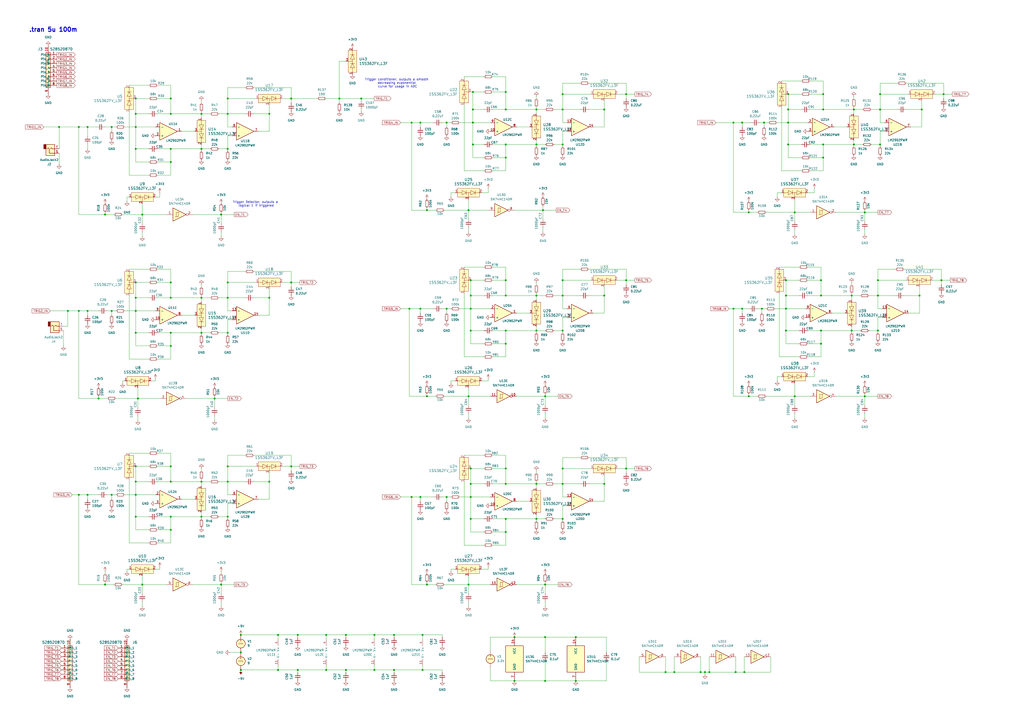
<source format=kicad_sch>
(kicad_sch (version 20231120) (generator "eeschema") (generator_version "8.0")
  (paper "A2")
  (junction (at 293.37 280.67))
  (junction (at 293.37 91.44))
  (junction (at 274.32 71.12))
  (junction (at 457.2 63.5))
  (junction (at 259.08 71.12))
  (junction (at 311.15 280.67))
  (junction (at 45.72 287.02))
  (junction (at 461.01 123.19))
  (junction (at 132.08 57.15))
  (junction (at 509.27 171.45))
  (junction (at 461.01 229.87))
  (junction (at 533.4 171.45))
  (junction (at 99.06 299.72))
  (junction (at 431.8 389.89))
  (junction (at 510.54 63.5))
  (junction (at 477.52 54.61))
  (junction (at 172.72 368.3))
  (junction (at 334.01 369.57))
  (junction (at 411.48 389.89))
  (junction (at 273.05 280.67))
  (junction (at 80.01 231.14))
  (junction (at 271.78 229.87))
  (junction (at 116.84 172.72))
  (junction (at 247.65 339.09))
  (junction (at 311.15 300.99))
  (junction (at 326.39 271.78))
  (junction (at 350.52 171.45))
  (junction (at 132.08 66.04))
  (junction (at 509.27 162.56))
  (junction (at 238.76 288.29))
  (junction (at 189.23 368.3))
  (junction (at 293.37 83.82))
  (junction (at 209.55 57.15))
  (junction (at 457.2 71.12))
  (junction (at 293.37 271.78))
  (junction (at 247.65 229.87))
  (junction (at 406.4 389.89))
  (junction (at 245.11 368.3))
  (junction (at 78.74 86.36))
  (junction (at 455.93 171.45))
  (junction (at 247.65 121.92))
  (junction (at 298.45 369.57))
  (junction (at 547.37 54.61))
  (junction (at 273.05 179.07))
  (junction (at 495.3 83.82))
  (junction (at 168.91 163.83))
  (junction (at 99.06 193.04))
  (junction (at 326.39 280.67))
  (junction (at 243.84 71.12))
  (junction (at 243.84 179.07))
  (junction (at 293.37 199.39))
  (junction (at 274.32 53.34))
  (junction (at 60.96 339.09))
  (junction (at 168.91 57.15))
  (junction (at 132.08 86.36))
  (junction (at 99.06 86.36))
  (junction (at 132.08 299.72))
  (junction (at 271.78 339.09))
  (junction (at 78.74 163.83))
  (junction (at 132.08 193.04))
  (junction (at 273.05 271.78))
  (junction (at 425.45 71.12))
  (junction (at 172.72 388.62))
  (junction (at 99.06 66.04))
  (junction (at 434.34 123.19))
  (junction (at 293.37 191.77))
  (junction (at 78.74 57.15))
  (junction (at 45.72 73.66))
  (junction (at 116.84 66.04))
  (junction (at 363.22 271.78))
  (junction (at 501.65 229.87))
  (junction (at 217.17 388.62))
  (junction (at 494.03 191.77))
  (junction (at 476.25 162.56))
  (junction (at 57.15 231.14))
  (junction (at 228.6 388.62))
  (junction (at 99.06 307.34))
  (junction (at 189.23 388.62))
  (junction (at 161.29 368.3))
  (junction (at 128.27 339.09))
  (junction (at 132.08 279.4))
  (junction (at 78.74 66.04))
  (junction (at 293.37 63.5))
  (junction (at 78.74 73.66))
  (junction (at 139.7 378.46))
  (junction (at 501.65 123.19))
  (junction (at 139.7 388.62))
  (junction (at 477.52 63.5))
  (junction (at 200.66 368.3))
  (junction (at 391.16 389.89))
  (junction (at 363.22 54.61))
  (junction (at 293.37 171.45))
  (junction (at 259.08 288.29))
  (junction (at 78.74 193.04))
  (junction (at 273.05 288.29))
  (junction (at 245.11 388.62))
  (junction (at 273.05 162.56))
  (junction (at 78.74 180.34))
  (junction (at 326.39 83.82))
  (junction (at 50.8 73.66))
  (junction (at 99.06 172.72))
  (junction (at 476.25 199.39))
  (junction (at 311.15 171.45))
  (junction (at 326.39 171.45))
  (junction (at 64.77 73.66))
  (junction (at 477.52 83.82))
  (junction (at 316.23 229.87))
  (junction (at 434.34 229.87))
  (junction (at 311.15 191.77))
  (junction (at 443.23 71.12))
  (junction (at 334.01 394.97))
  (junction (at 238.76 71.12))
  (junction (at 78.74 270.51))
  (junction (at 78.74 299.72))
  (junction (at 326.39 162.56))
  (junction (at 228.6 368.3))
  (junction (at 34.29 73.66))
  (junction (at 546.1 162.56))
  (junction (at 161.29 388.62))
  (junction (at 156.21 172.72))
  (junction (at 132.08 163.83))
  (junction (at 311.15 63.5))
  (junction (at 534.67 63.5))
  (junction (at 237.49 179.07))
  (junction (at 50.8 287.02))
  (junction (at 64.77 180.34))
  (junction (at 494.03 171.45))
  (junction (at 99.06 57.15))
  (junction (at 132.08 270.51))
  (junction (at 274.32 83.82))
  (junction (at 457.2 83.82))
  (junction (at 293.37 308.61))
  (junction (at 273.05 300.99))
  (junction (at 425.45 179.07))
  (junction (at 316.23 394.97))
  (junction (at 271.78 121.92))
  (junction (at 495.3 63.5))
  (junction (at 116.84 86.36))
  (junction (at 455.93 191.77))
  (junction (at 293.37 53.34))
  (junction (at 430.53 71.12))
  (junction (at 274.32 63.5))
  (junction (at 363.22 162.56))
  (junction (at 243.84 288.29))
  (junction (at 326.39 54.61))
  (junction (at 408.94 389.89))
  (junction (at 99.06 163.83))
  (junction (at 426.72 389.89))
  (junction (at 78.74 287.02))
  (junction (at 217.17 368.3))
  (junction (at 298.45 394.97))
  (junction (at 430.53 179.07))
  (junction (at 128.27 124.46))
  (junction (at 316.23 339.09))
  (junction (at 116.84 299.72))
  (junction (at 116.84 279.4))
  (junction (at 455.93 179.07))
  (junction (at 39.37 180.34))
  (junction (at 50.8 180.34))
  (junction (at 509.27 191.77))
  (junction (at 156.21 66.04))
  (junction (at 196.85 57.15))
  (junction (at 311.15 83.82))
  (junction (at 386.08 389.89))
  (junction (at 64.77 287.02))
  (junction (at 139.7 368.3))
  (junction (at 45.72 180.34))
  (junction (at 293.37 300.99))
  (junction (at 326.39 63.5))
  (junction (at 99.06 270.51))
  (junction (at 273.05 191.77))
  (junction (at 476.25 171.45))
  (junction (at 316.23 369.57))
  (junction (at 132.08 172.72))
  (junction (at 259.08 179.07))
  (junction (at 326.39 300.99))
  (junction (at 326.39 191.77))
  (junction (at 60.96 124.46))
  (junction (at 99.06 93.98))
  (junction (at 99.06 279.4))
  (junction (at 455.93 162.56))
  (junction (at 82.55 124.46))
  (junction (at 156.21 279.4))
  (junction (at 82.55 339.09))
  (junction (at 314.96 121.92))
  (junction (at 116.84 193.04))
  (junction (at 457.2 54.61))
  (junction (at 200.66 388.62))
  (junction (at 476.25 191.77))
  (junction (at 477.52 91.44))
  (junction (at 168.91 270.51))
  (junction (at 350.52 63.5))
  (junction (at 510.54 54.61))
  (junction (at 510.54 83.82))
  (junction (at 441.96 179.07))
  (junction (at 293.37 162.56))
  (junction (at 273.05 171.45))
  (junction (at 350.52 280.67))
  (junction (at 78.74 279.4))
  (junction (at 78.74 172.72))
  (junction (at 99.06 200.66))
  (junction (at 124.46 231.14))
  (wire (pts (xy 293.37 91.44) (xy 293.37 83.82)))
  (wire (pts (xy 476.25 171.45) (xy 494.03 171.45)))
  (wire (pts (xy 452.12 207.01) (xy 452.12 170.18)))
  (wire (pts (xy 311.15 63.5) (xy 311.15 66.04)))
  (wire (pts (xy 461.01 240.03) (xy 461.01 242.57)))
  (wire (pts (xy 132.08 264.16) (xy 132.08 270.51)))
  (wire (pts (xy 510.54 85.09) (xy 510.54 83.82)))
  (wire (pts (xy 316.23 229.87) (xy 316.23 234.95)))
  (wire (pts (xy 273.05 288.29) (xy 284.48 288.29)))
  (wire (pts (xy 78.74 279.4) (xy 78.74 287.02)))
  (wire (pts (xy 533.4 181.61) (xy 527.05 181.61)))
  (wire (pts (xy 266.7 71.12) (xy 274.32 71.12)))
  (wire (pts (xy 124.46 243.84) (xy 124.46 241.3)))
  (wire (pts (xy 430.53 71.12) (xy 435.61 71.12)))
  (wire (pts (xy 274.32 83.82) (xy 280.67 83.82)))
  (wire (pts (xy 293.37 63.5) (xy 311.15 63.5)))
  (wire (pts (xy 455.93 171.45) (xy 455.93 179.07)))
  (wire (pts (xy 298.45 369.57) (xy 316.23 369.57)))
  (wire (pts (xy 45.72 339.09) (xy 60.96 339.09)))
  (wire (pts (xy 257.81 339.09) (xy 271.78 339.09)))
  (wire (pts (xy 326.39 63.5) (xy 336.55 63.5)))
  (wire (pts (xy 510.54 48.26) (xy 510.54 54.61)))
  (wire (pts (xy 86.36 279.4) (xy 78.74 279.4)))
  (wire (pts (xy 133.35 378.46) (xy 139.7 378.46)))
  (wire (pts (xy 293.37 171.45) (xy 293.37 162.56)))
  (wire (pts (xy 468.63 199.39) (xy 476.25 199.39)))
  (wire (pts (xy 139.7 368.3) (xy 161.29 368.3)))
  (wire (pts (xy 105.41 182.88) (xy 113.03 182.88)))
  (wire (pts (xy 189.23 368.3) (xy 200.66 368.3)))
  (wire (pts (xy 86.36 172.72) (xy 78.74 172.72)))
  (wire (pts (xy 116.84 59.69) (xy 116.84 58.42)))
  (wire (pts (xy 457.2 63.5) (xy 457.2 54.61)))
  (wire (pts (xy 116.84 172.72) (xy 121.92 172.72)))
  (wire (pts (xy 256.54 179.07) (xy 259.08 179.07)))
  (wire (pts (xy 285.75 308.61) (xy 293.37 308.61)))
  (wire (pts (xy 80.01 231.14) (xy 92.71 231.14)))
  (wire (pts (xy 336.55 48.26) (xy 326.39 48.26)))
  (wire (pts (xy 86.36 66.04) (xy 78.74 66.04)))
  (wire (pts (xy 494.03 170.18) (xy 494.03 171.45)))
  (wire (pts (xy 91.44 66.04) (xy 99.06 66.04)))
  (wire (pts (xy 90.17 330.2) (xy 92.71 330.2)))
  (wire (pts (xy 67.31 231.14) (xy 80.01 231.14)))
  (wire (pts (xy 469.9 46.99) (xy 477.52 46.99)))
  (wire (pts (xy 510.54 54.61) (xy 510.54 63.5)))
  (wire (pts (xy 457.2 63.5) (xy 457.2 71.12)))
  (wire (pts (xy 99.06 307.34) (xy 99.06 299.72)))
  (wire (pts (xy 238.76 71.12) (xy 243.84 71.12)))
  (wire (pts (xy 342.9 162.56) (xy 326.39 162.56)))
  (wire (pts (xy 293.37 99.06) (xy 293.37 91.44)))
  (wire (pts (xy 87.63 220.98) (xy 90.17 220.98)))
  (wire (pts (xy 321.31 83.82) (xy 326.39 83.82)))
  (wire (pts (xy 99.06 86.36) (xy 91.44 86.36)))
  (wire (pts (xy 200.66 389.89) (xy 200.66 388.62)))
  (wire (pts (xy 172.72 368.3) (xy 172.72 369.57)))
  (wire (pts (xy 370.84 389.89) (xy 386.08 389.89)))
  (wire (pts (xy 127 193.04) (xy 132.08 193.04)))
  (wire (pts (xy 457.2 83.82) (xy 464.82 83.82)))
  (wire (pts (xy 299.72 73.66) (xy 307.34 73.66)))
  (wire (pts (xy 209.55 58.42) (xy 209.55 57.15)))
  (wire (pts (xy 147.32 50.8) (xy 168.91 50.8)))
  (wire (pts (xy 341.63 171.45) (xy 350.52 171.45)))
  (wire (pts (xy 494.03 191.77) (xy 476.25 191.77)))
  (wire (pts (xy 495.3 57.15) (xy 495.3 55.88)))
  (wire (pts (xy 156.21 279.4) (xy 156.21 289.56)))
  (wire (pts (xy 311.15 280.67) (xy 311.15 283.21)))
  (wire (pts (xy 80.01 231.14) (xy 80.01 236.22)))
  (wire (pts (xy 311.15 280.67) (xy 316.23 280.67)))
  (wire (pts (xy 363.22 54.61) (xy 358.14 54.61)))
  (wire (pts (xy 243.84 181.61) (xy 243.84 179.07)))
  (wire (pts (xy 116.84 83.82) (xy 116.84 86.36)))
  (wire (pts (xy 50.8 73.66) (xy 50.8 78.74)))
  (wire (pts (xy 477.52 54.61) (xy 469.9 54.61)))
  (wire (pts (xy 217.17 388.62) (xy 228.6 388.62)))
  (wire (pts (xy 82.55 118.11) (xy 82.55 124.46)))
  (wire (pts (xy 468.63 171.45) (xy 476.25 171.45)))
  (wire (pts (xy 271.78 121.92) (xy 271.78 127)))
  (wire (pts (xy 363.22 162.56) (xy 368.3 162.56)))
  (wire (pts (xy 453.39 99.06) (xy 453.39 62.23)))
  (wire (pts (xy 293.37 316.23) (xy 293.37 308.61)))
  (wire (pts (xy 316.23 337.82) (xy 316.23 339.09)))
  (wire (pts (xy 509.27 171.45) (xy 519.43 171.45)))
  (wire (pts (xy 86.36 208.28) (xy 74.93 208.28)))
  (wire (pts (xy 269.24 44.45) (xy 280.67 44.45)))
  (wire (pts (xy 78.74 193.04) (xy 78.74 200.66)))
  (wire (pts (xy 434.34 121.92) (xy 434.34 123.19)))
  (wire (pts (xy 509.27 191.77) (xy 509.27 184.15)))
  (wire (pts (xy 468.63 111.76) (xy 472.44 111.76)))
  (wire (pts (xy 116.84 194.31) (xy 116.84 193.04)))
  (wire (pts (xy 264.16 220.98) (xy 261.62 220.98)))
  (wire (pts (xy 434.34 228.6) (xy 434.34 229.87)))
  (wire (pts (xy 209.55 57.15) (xy 217.17 57.15)))
  (wire (pts (xy 363.22 48.26) (xy 363.22 54.61)))
  (wire (pts (xy 259.08 179.07) (xy 261.62 179.07)))
  (wire (pts (xy 273.05 280.67) (xy 273.05 271.78)))
  (wire (pts (xy 321.31 191.77) (xy 326.39 191.77)))
  (wire (pts (xy 156.21 60.96) (xy 156.21 66.04)))
  (wire (pts (xy 237.49 179.07) (xy 243.84 179.07)))
  (wire (pts (xy 78.74 193.04) (xy 86.36 193.04)))
  (wire (pts (xy 264.16 111.76) (xy 261.62 111.76)))
  (wire (pts (xy 336.55 156.21) (xy 326.39 156.21)))
  (wire (pts (xy 504.19 171.45) (xy 509.27 171.45)))
  (wire (pts (xy 501.65 242.57) (xy 501.65 240.03)))
  (wire (pts (xy 494.03 189.23) (xy 494.03 191.77)))
  (wire (pts (xy 132.08 172.72) (xy 132.08 180.34)))
  (wire (pts (xy 483.87 73.66) (xy 491.49 73.66)))
  (wire (pts (xy 485.14 123.19) (xy 501.65 123.19)))
  (wire (pts (xy 326.39 265.43) (xy 326.39 271.78)))
  (wire (pts (xy 271.78 240.03) (xy 271.78 242.57)))
  (wire (pts (xy 501.65 121.92) (xy 501.65 123.19)))
  (wire (pts (xy 148.59 270.51) (xy 132.08 270.51)))
  (wire (pts (xy 510.54 71.12) (xy 513.08 71.12)))
  (wire (pts (xy 116.84 193.04) (xy 99.06 193.04)))
  (wire (pts (xy 271.78 349.25) (xy 271.78 351.79)))
  (wire (pts (xy 430.53 73.66) (xy 430.53 71.12)))
  (wire (pts (xy 311.15 165.1) (xy 311.15 163.83)))
  (wire (pts (xy 25.4 73.66) (xy 34.29 73.66)))
  (wire (pts (xy 50.8 287.02) (xy 57.15 287.02)))
  (wire (pts (xy 284.48 369.57) (xy 298.45 369.57)))
  (wire (pts (xy 264.16 330.2) (xy 261.62 330.2)))
  (wire (pts (xy 91.44 49.53) (xy 99.06 49.53)))
  (wire (pts (xy 299.72 229.87) (xy 316.23 229.87)))
  (wire (pts (xy 132.08 86.36) (xy 132.08 78.74)))
  (wire (pts (xy 447.04 381) (xy 447.04 389.89)))
  (wire (pts (xy 370.84 381) (xy 370.84 389.89)))
  (wire (pts (xy 293.37 207.01) (xy 293.37 199.39)))
  (wire (pts (xy 238.76 71.12) (xy 238.76 121.92)))
  (wire (pts (xy 425.45 123.19) (xy 425.45 71.12)))
  (wire (pts (xy 261.62 330.2) (xy 261.62 331.47)))
  (wire (pts (xy 128.27 124.46) (xy 128.27 129.54)))
  (wire (pts (xy 156.21 172.72) (xy 156.21 182.88)))
  (wire (pts (xy 124.46 229.87) (xy 124.46 231.14)))
  (wire (pts (xy 425.45 179.07) (xy 430.53 179.07)))
  (wire (pts (xy 443.23 71.12) (xy 445.77 71.12)))
  (wire (pts (xy 72.39 180.34) (xy 78.74 180.34)))
  (wire (pts (xy 64.77 287.02) (xy 64.77 289.56)))
  (wire (pts (xy 71.12 339.09) (xy 82.55 339.09)))
  (wire (pts (xy 298.45 121.92) (xy 314.96 121.92)))
  (wire (pts (xy 259.08 71.12) (xy 259.08 73.66)))
  (wire (pts (xy 284.48 394.97) (xy 298.45 394.97)))
  (wire (pts (xy 495.3 62.23) (xy 495.3 63.5)))
  (wire (pts (xy 547.37 48.26) (xy 547.37 54.61)))
  (wire (pts (xy 147.32 66.04) (xy 156.21 66.04)))
  (wire (pts (xy 271.78 132.08) (xy 271.78 134.62)))
  (wire (pts (xy 342.9 271.78) (xy 326.39 271.78)))
  (wire (pts (xy 99.06 156.21) (xy 99.06 163.83)))
  (wire (pts (xy 509.27 162.56) (xy 509.27 171.45)))
  (wire (pts (xy 457.2 71.12) (xy 457.2 83.82)))
  (wire (pts (xy 477.52 46.99) (xy 477.52 54.61)))
  (wire (pts (xy 274.32 53.34) (xy 280.67 53.34)))
  (wire (pts (xy 172.72 368.3) (xy 189.23 368.3)))
  (wire (pts (xy 217.17 386.08) (xy 217.17 388.62)))
  (wire (pts (xy 269.24 207.01) (xy 269.24 170.18)))
  (wire (pts (xy 99.06 299.72) (xy 91.44 299.72)))
  (wire (pts (xy 273.05 171.45) (xy 273.05 162.56)))
  (wire (pts (xy 455.93 179.07) (xy 467.36 179.07)))
  (wire (pts (xy 78.74 172.72) (xy 78.74 163.83)))
  (wire (pts (xy 311.15 274.32) (xy 311.15 273.05)))
  (wire (pts (xy 132.08 185.42) (xy 134.62 185.42)))
  (wire (pts (xy 455.93 191.77) (xy 455.93 199.39)))
  (wire (pts (xy 408.94 391.16) (xy 408.94 389.89)))
  (wire (pts (xy 316.23 369.57) (xy 334.01 369.57)))
  (wire (pts (xy 91.44 208.28) (xy 99.06 208.28)))
  (wire (pts (xy 200.66 388.62) (xy 217.17 388.62)))
  (wire (pts (xy 457.2 91.44) (xy 464.82 91.44)))
  (wire (pts (xy 461.01 229.87) (xy 461.01 234.95)))
  (wire (pts (xy 525.78 162.56) (xy 509.27 162.56)))
  (wire (pts (xy 111.76 339.09) (xy 128.27 339.09)))
  (wire (pts (xy 147.32 279.4) (xy 156.21 279.4)))
  (wire (pts (xy 457.2 83.82) (xy 457.2 91.44)))
  (wire (pts (xy 269.24 60.96) (xy 269.24 99.06)))
  (wire (pts (xy 232.41 179.07) (xy 237.49 179.07)))
  (wire (pts (xy 341.63 280.67) (xy 350.52 280.67)))
  (wire (pts (xy 495.3 83.82) (xy 477.52 83.82)))
  (wire (pts (xy 127 172.72) (xy 132.08 172.72)))
  (wire (pts (xy 326.39 293.37) (xy 328.93 293.37)))
  (wire (pts (xy 336.55 265.43) (xy 326.39 265.43)))
  (wire (pts (xy 326.39 179.07) (xy 328.93 179.07)))
  (wire (pts (xy 259.08 288.29) (xy 259.08 290.83)))
  (wire (pts (xy 259.08 179.07) (xy 259.08 181.61)))
  (wire (pts (xy 161.29 388.62) (xy 172.72 388.62)))
  (wire (pts (xy 139.7 388.62) (xy 161.29 388.62)))
  (wire (pts (xy 99.06 163.83) (xy 91.44 163.83)))
  (wire (pts (xy 411.48 381) (xy 411.48 389.89)))
  (wire (pts (xy 127 299.72) (xy 132.08 299.72)))
  (wire (pts (xy 127 279.4) (xy 132.08 279.4)))
  (wire (pts (xy 299.72 339.09) (xy 316.23 339.09)))
  (wire (pts (xy 494.03 165.1) (xy 494.03 163.83)))
  (wire (pts (xy 495.3 81.28) (xy 495.3 83.82)))
  (wire (pts (xy 271.78 229.87) (xy 284.48 229.87)))
  (wire (pts (xy 86.36 101.6) (xy 74.93 101.6)))
  (wire (pts (xy 476.25 162.56) (xy 468.63 162.56)))
  (wire (pts (xy 316.23 351.79) (xy 316.23 349.25)))
  (wire (pts (xy 426.72 389.89) (xy 411.48 389.89)))
  (wire (pts (xy 74.93 208.28) (xy 74.93 171.45)))
  (wire (pts (xy 280.67 207.01) (xy 269.24 207.01)))
  (wire (pts (xy 147.32 172.72) (xy 156.21 172.72)))
  (wire (pts (xy 455.93 171.45) (xy 455.93 162.56)))
  (wire (pts (xy 132.08 163.83) (xy 132.08 172.72)))
  (wire (pts (xy 363.22 57.15) (xy 363.22 54.61)))
  (wire (pts (xy 99.06 270.51) (xy 91.44 270.51)))
  (wire (pts (xy 45.72 287.02) (xy 45.72 339.09)))
  (wire (pts (xy 116.84 64.77) (xy 116.84 66.04)))
  (wire (pts (xy 441.96 179.07) (xy 441.96 181.61)))
  (wire (pts (xy 509.27 156.21) (xy 509.27 162.56)))
  (wire (pts (xy 247.65 229.87) (xy 252.73 229.87)))
  (wire (pts (xy 132.08 279.4) (xy 142.24 279.4)))
  (wire (pts (xy 449.58 179.07) (xy 455.93 179.07)))
  (wire (pts (xy 280.67 171.45) (xy 273.05 171.45)))
  (wire (pts (xy 476.25 199.39) (xy 476.25 191.77)))
  (wire (pts (xy 64.77 180.34) (xy 67.31 180.34)))
  (wire (pts (xy 82.55 334.01) (xy 82.55 339.09)))
  (wire (pts (xy 501.65 229.87) (xy 509.27 229.87)))
  (wire (pts (xy 363.22 162.56) (xy 358.14 162.56)))
  (wire (pts (xy 316.23 369.57) (xy 316.23 378.46)))
  (wire (pts (xy 132.08 270.51) (xy 132.08 279.4)))
  (wire (pts (xy 36.83 191.77) (xy 36.83 200.66)))
  (wire (pts (xy 293.37 83.82) (xy 285.75 83.82)))
  (wire (pts (xy 495.3 83.82) (xy 500.38 83.82)))
  (wire (pts (xy 238.76 121.92) (xy 247.65 121.92)))
  (wire (pts (xy 461.01 115.57) (xy 461.01 123.19)))
  (wire (pts (xy 406.4 389.89) (xy 408.94 389.89)))
  (wire (pts (xy 116.84 86.36) (xy 99.06 86.36)))
  (wire (pts (xy 546.1 162.56) (xy 551.18 162.56)))
  (wire (pts (xy 494.03 191.77) (xy 499.11 191.77)))
  (wire (pts (xy 285.75 63.5) (xy 293.37 63.5)))
  (wire (pts (xy 311.15 191.77) (xy 293.37 191.77)))
  (wire (pts (xy 524.51 156.21) (xy 546.1 156.21)))
  (wire (pts (xy 99.06 279.4) (xy 116.84 279.4)))
  (wire (pts (xy 196.85 35.56) (xy 200.66 35.56)))
  (wire (pts (xy 284.48 387.35) (xy 284.48 394.97)))
  (wire (pts (xy 99.06 279.4) (xy 99.06 270.51)))
  (wire (pts (xy 156.21 289.56) (xy 149.86 289.56)))
  (wire (pts (xy 476.25 191.77) (xy 468.63 191.77)))
  (wire (pts (xy 406.4 381) (xy 406.4 389.89)))
  (wire (pts (xy 132.08 57.15) (xy 132.08 66.04)))
  (wire (pts (xy 116.84 66.04) (xy 116.84 68.58)))
  (wire (pts (xy 161.29 368.3) (xy 172.72 368.3)))
  (wire (pts (xy 311.15 300.99) (xy 316.23 300.99)))
  (wire (pts (xy 74.93 114.3) (xy 73.66 114.3)))
  (wire (pts (xy 425.45 71.12) (xy 430.53 71.12)))
  (wire (pts (xy 128.27 339.09) (xy 128.27 344.17)))
  (wire (pts (xy 326.39 83.82) (xy 326.39 76.2)))
  (wire (pts (xy 142.24 50.8) (xy 132.08 50.8)))
  (wire (pts (xy 341.63 265.43) (xy 363.22 265.43)))
  (wire (pts (xy 269.24 316.23) (xy 269.24 279.4)))
  (wire (pts (xy 510.54 76.2) (xy 513.08 76.2)))
  (wire (pts (xy 64.77 73.66) (xy 67.31 73.66)))
  (wire (pts (xy 293.37 199.39) (xy 293.37 191.77)))
  (wire (pts (xy 78.74 287.02) (xy 78.74 299.72)))
  (wire (pts (xy 311.15 298.45) (xy 311.15 300.99)))
  (wire (pts (xy 274.32 63.5) (xy 274.32 53.34)))
  (wire (pts (xy 99.06 93.98) (xy 99.06 86.36)))
  (wire (pts (xy 78.74 66.04) (xy 78.74 57.15)))
  (wire (pts (xy 273.05 171.45) (xy 273.05 179.07)))
  (wire (pts (xy 316.23 242.57) (xy 316.23 240.03)))
  (wire (pts (xy 78.74 180.34) (xy 90.17 180.34)))
  (wire (pts (xy 99.06 49.53) (xy 99.06 57.15)))
  (wire (pts (xy 147.32 264.16) (xy 168.91 264.16)))
  (wire (pts (xy 82.55 349.25) (xy 82.55 351.79)))
  (wire (pts (xy 280.67 99.06) (xy 269.24 99.06)))
  (wire (pts (xy 453.39 218.44) (xy 450.85 218.44)))
  (wire (pts (xy 107.95 231.14) (xy 124.46 231.14)))
  (wire (pts (xy 243.84 71.12) (xy 251.46 71.12)))
  (wire (pts (xy 316.23 394.97) (xy 334.01 394.97)))
  (wire (pts (xy 92.71 114.3) (xy 92.71 111.76)))
  (wire (pts (xy 501.65 135.89) (xy 501.65 133.35)))
  (wire (pts (xy 285.75 44.45) (xy 293.37 44.45)))
  (wire (pts (xy 168.91 264.16) (xy 168.91 270.51)))
  (wire (pts (xy 350.52 63.5) (xy 350.52 73.66)))
  (wire (pts (xy 326.39 63.5) (xy 326.39 71.12)))
  (wire (pts (xy 91.44 101.6) (xy 99.06 101.6)))
  (wire (pts (xy 469.9 99.06) (xy 477.52 99.06)))
  (wire (pts (xy 495.3 63.5) (xy 500.38 63.5)))
  (wire (pts (xy 468.63 218.44) (xy 472.44 218.44)))
  (wire (pts (xy 78.74 93.98) (xy 86.36 93.98)))
  (wire (pts (xy 116.84 299.72) (xy 121.92 299.72)))
  (wire (pts (xy 350.52 290.83) (xy 344.17 290.83)))
  (wire (pts (xy 321.31 280.67) (xy 326.39 280.67)))
  (wire (pts (xy 284.48 377.19) (xy 284.48 369.57)))
  (wire (pts (xy 495.3 63.5) (xy 495.3 66.04)))
  (wire (pts (xy 461.01 133.35) (xy 461.01 135.89)))
  (wire (pts (xy 99.06 101.6) (xy 99.06 93.98)))
  (wire (pts (xy 285.75 207.01) (xy 293.37 207.01)))
  (wire (pts (xy 477.52 63.5) (xy 495.3 63.5)))
  (wire (pts (xy 50.8 73.66) (xy 55.88 73.66)))
  (wire (pts (xy 453.39 111.76) (xy 450.85 111.76)))
  (wire (pts (xy 293.37 191.77) (xy 285.75 191.77)))
  (wire (pts (xy 74.93 330.2) (xy 73.66 330.2)))
  (wire (pts (xy 78.74 57.15) (xy 86.36 57.15)))
  (wire (pts (xy 116.84 297.18) (xy 116.84 299.72)))
  (wire (pts (xy 351.79 369.57) (xy 351.79 378.46)))
  (wire (pts (xy 132.08 87.63) (xy 132.08 86.36)))
  (wire (pts (xy 311.15 189.23) (xy 311.15 191.77)))
  (wire (pts (xy 430.53 181.61) (xy 430.53 179.07)))
  (wire (pts (xy 124.46 231.14) (xy 132.08 231.14)))
  (wire (pts (xy 156.21 182.88) (xy 149.86 182.88)))
  (wire (pts (xy 547.37 57.15) (xy 547.37 54.61)))
  (wire (pts (xy 116.84 279.4) (xy 116.84 281.94)))
  (wire (pts (xy 247.65 120.65) (xy 247.65 121.92)))
  (wire (pts (xy 60.96 332.74) (xy 60.96 331.47)))
  (wire (pts (xy 271.78 224.79) (xy 271.78 229.87)))
  (wire (pts (xy 293.37 44.45) (xy 293.37 53.34)))
  (wire (pts (xy 273.05 280.67) (xy 273.05 288.29)))
  (wire (pts (xy 293.37 53.34) (xy 293.37 63.5)))
  (wire (pts (xy 99.06 172.72) (xy 116.84 172.72)))
  (wire (pts (xy 99.06 66.04) (xy 116.84 66.04)))
  (wire (pts (xy 99.06 172.72) (xy 99.06 163.83)))
  (wire (pts (xy 91.44 200.66) (xy 99.06 200.66)))
  (wire (pts (xy 509.27 193.04) (xy 509.27 191.77)))
  (wire (pts (xy 78.74 66.04) (xy 78.74 73.66)))
  (wire (pts (xy 450.85 218.44) (xy 450.85 220.98)))
  (wire (pts (xy 60.96 339.09) (xy 66.04 339.09)))
  (wire (pts (xy 285.75 99.06) (xy 293.37 99.06)))
  (wire (pts (xy 132.08 180.34) (xy 134.62 180.34)))
  (wire (pts (xy 269.24 264.16) (xy 280.67 264.16)))
  (wire (pts (xy 128.27 351.79) (xy 128.27 349.25)))
  (wire (pts (xy 273.05 300.99) (xy 273.05 308.61)))
  (wire (pts (xy 64.77 180.34) (xy 64.77 182.88)))
  (wire (pts (xy 243.84 179.07) (xy 251.46 179.07)))
  (wire (pts (xy 228.6 368.3) (xy 228.6 369.57)))
  (wire (pts (xy 472.44 111.76) (xy 472.44 109.22)))
  (wire (pts (xy 477.52 83.82) (xy 469.9 83.82)))
  (wire (pts (xy 132.08 66.04) (xy 142.24 66.04)))
  (wire (pts (xy 247.65 339.09) (xy 252.73 339.09)))
  (wire (pts (xy 128.27 331.47) (xy 128.27 332.74)))
  (wire (pts (xy 78.74 73.66) (xy 78.74 86.36)))
  (wire (pts (xy 132.08 157.48) (xy 132.08 163.83)))
  (wire (pts (xy 547.37 54.61) (xy 552.45 54.61)))
  (wire (pts (xy 259.08 71.12) (xy 261.62 71.12)))
  (wire (pts (xy 311.15 279.4) (xy 311.15 280.67)))
  (wire (pts (xy 455.93 179.07) (xy 455.93 191.77)))
  (wire (pts (xy 293.37 300.99) (xy 285.75 300.99)))
  (wire (pts (xy 163.83 57.15) (xy 168.91 57.15)))
  (wire (pts (xy 271.78 115.57) (xy 271.78 121.92)))
  (wire (pts (xy 232.41 288.29) (xy 238.76 288.29)))
  (wire (pts (xy 132.08 193.04) (xy 132.08 185.42)))
  (wire (pts (xy 168.91 270.51) (xy 163.83 270.51)))
  (wire (pts (xy 334.01 394.97) (xy 351.79 394.97)))
  (wire (pts (xy 256.54 389.89) (xy 256.54 388.62)))
  (wire (pts (xy 132.08 292.1) (xy 134.62 292.1)))
  (wire (pts (xy 247.65 337.82) (xy 247.65 339.09)))
  (wire (pts (xy 285.75 316.23) (xy 293.37 316.23)))
  (wire (pts (xy 60.96 124.46) (xy 66.04 124.46)))
  (wire (pts (xy 168.91 166.37) (xy 168.91 163.83)))
  (wire (pts (xy 78.74 307.34) (xy 86.36 307.34)))
  (wire (pts (xy 461.01 222.25) (xy 461.01 229.87)))
  (wire (pts (xy 314.96 134.62) (xy 314.96 132.08)))
  (wire (pts (xy 314.96 119.38) (xy 314.96 121.92)))
  (wire (pts (xy 501.65 228.6) (xy 501.65 229.87)))
  (wire (pts (xy 86.36 314.96) (xy 74.93 314.96)))
  (wire (pts (xy 363.22 271.78) (xy 368.3 271.78)))
  (wire (pts (xy 476.25 171.45) (xy 476.25 162.56)))
  (wire (pts (xy 132.08 78.74) (xy 134.62 78.74)))
  (wire (pts (xy 237.49 179.07) (xy 237.49 229.87)))
  (wire (pts (xy 72.39 287.02) (xy 78.74 287.02)))
  (wire (pts (xy 261.62 220.98) (xy 261.62 222.25)))
  (wire (pts (xy 311.15 300.99) (xy 293.37 300.99)))
  (wire (pts (xy 78.74 86.36) (xy 78.74 93.98)))
  (wire (pts (xy 72.39 73.66) (xy 78.74 73.66)))
  (wire (pts (xy 273.05 191.77) (xy 273.05 199.39)))
  (wire (pts (xy 505.46 63.5) (xy 510.54 63.5)))
  (wire (pts (xy 78.74 287.02) (xy 90.17 287.02)))
  (wire (pts (xy 64.77 73.66) (xy 64.77 76.2)))
  (wire (pts (xy 172.72 389.89) (xy 172.72 388.62)))
  (wire (pts (xy 283.21 220.98) (xy 283.21 219.71)))
  (wire (pts (xy 285.75 264.16) (xy 293.37 264.16)))
  (wire (pts (xy 189.23 388.62) (xy 200.66 388.62)))
  (wire (pts (xy 326.39 171.45) (xy 326.39 179.07)))
  (wire (pts (xy 283.21 111.76) (xy 283.21 109.22)))
  (wire (pts (xy 321.31 300.99) (xy 326.39 300.99)))
  (wire (pts (xy 326.39 300.99) (xy 326.39 293.37)))
  (wire (pts (xy 80.01 224.79) (xy 80.01 231.14)))
  (wire (pts (xy 209.55 63.5) (xy 209.55 64.77)))
  (wire (pts (xy 509.27 179.07) (xy 511.81 179.07)))
  (wire (pts (xy 326.39 280.67) (xy 326.39 288.29)))
  (wire (pts (xy 293.37 162.56) (xy 285.75 162.56)))
  (wire (pts (xy 391.16 389.89) (xy 406.4 389.89)))
  (wire (pts (xy 132.08 172.72) (xy 142.24 172.72)))
  (wire (pts (xy 444.5 123.19) (xy 461.01 123.19)))
  (wire (pts (xy 132.08 194.31) (xy 132.08 193.04)))
  (wire (pts (xy 314.96 121.92) (xy 314.96 127)))
  (wire (pts (xy 453.39 46.99) (xy 464.82 46.99)))
  (wire (pts (xy 469.9 63.5) (xy 477.52 63.5)))
  (wire (pts (xy 245.11 388.62) (xy 256.54 388.62)))
  (wire (pts (xy 168.91 163.83) (xy 163.83 163.83)))
  (wire (pts (xy 431.8 381) (xy 431.8 389.89)))
  (wire (pts (xy 274.32 91.44) (xy 280.67 91.44)))
  (wire (pts (xy 350.52 73.66) (xy 344.17 73.66)))
  (wire (pts (xy 411.48 389.89) (xy 408.94 389.89)))
  (wire (pts (xy 468.63 154.94) (xy 476.25 154.94)))
  (wire (pts (xy 533.4 166.37) (xy 533.4 171.45)))
  (wire (pts (xy 189.23 368.3) (xy 189.23 370.84)))
  (wire (pts (xy 189.23 386.08) (xy 189.23 388.62)))
  (wire (pts (xy 311.15 57.15) (xy 311.15 55.88)))
  (wire (pts (xy 116.84 279.4) (xy 121.92 279.4)))
  (wire (pts (xy 311.15 191.77) (xy 316.23 191.77)))
  (wire (pts (xy 256.54 368.3) (xy 256.54 369.57)))
  (wire (pts (xy 363.22 165.1) (xy 363.22 162.56)))
  (wire (pts (xy 510.54 63.5) (xy 510.54 71.12)))
  (wire (pts (xy 279.4 220.98) (xy 283.21 220.98)))
  (wire (pts (xy 510.54 83.82) (xy 510.54 76.2)))
  (wire (pts (xy 391.16 381) (xy 391.16 389.89)))
  (wire (pts (xy 273.05 300.99) (xy 280.67 300.99)))
  (wire (pts (xy 316.23 229.87) (xy 323.85 229.87)))
  (wire (pts (xy 455.93 162.56) (xy 463.55 162.56)))
  (wire (pts (xy 90.17 220.98) (xy 90.17 219.71)))
  (wire (pts (xy 464.82 63.5) (xy 457.2 63.5)))
  (wire (pts (xy 39.37 180.34) (xy 45.72 180.34)))
  (wire (pts (xy 72.39 220.98) (xy 71.12 220.98)))
  (wire (pts (xy 41.91 287.02) (xy 45.72 287.02)))
  (wire (pts (xy 62.23 287.02) (xy 64.77 287.02)))
  (wire (pts (xy 128.27 339.09) (xy 135.89 339.09)))
  (wire (pts (xy 482.6 181.61) (xy 490.22 181.61)))
  (wire (pts (xy 245.11 368.3) (xy 245.11 370.84)))
  (wire (pts (xy 99.06 57.15) (xy 91.44 57.15)))
  (wire (pts (xy 80.01 241.3) (xy 80.01 243.84)))
  (wire (pts (xy 426.72 381) (xy 426.72 389.89)))
  (wire (pts (xy 285.75 199.39) (xy 293.37 199.39)))
  (wire (pts (xy 78.74 299.72) (xy 78.74 307.34)))
  (wire (pts (xy 111.76 124.46) (xy 128.27 124.46)))
  (wire (pts (xy 243.84 73.66) (xy 243.84 71.12)))
  (wire (pts (xy 326.39 193.04) (xy 326.39 191.77)))
  (wire (pts (xy 463.55 171.45) (xy 455.93 171.45)))
  (wire (pts (xy 271.78 121.92) (xy 283.21 121.92)))
  (wire (pts (xy 425.45 179.07) (xy 425.45 229.87)))
  (wire (pts (xy 525.78 63.5) (xy 534.67 63.5)))
  (wire (pts (xy 455.93 199.39) (xy 463.55 199.39)))
  (wire (pts (xy 60.96 123.19) (xy 60.96 124.46)))
  (wire (pts (xy 45.72 124.46) (xy 60.96 124.46)))
  (wire (pts (xy 116.84 87.63) (xy 116.84 86.36)))
  (wire (pts (xy 228.6 368.3) (xy 245.11 368.3)))
  (wire (pts (xy 527.05 54.61) (xy 510.54 54.61)))
  (wire (pts (xy 311.15 302.26) (xy 311.15 300.99)))
  (wire (pts (xy 74.93 262.89) (xy 86.36 262.89)))
  (wire (pts (xy 440.69 71.12) (xy 443.23 71.12)))
  (wire (pts (xy 142.24 264.16) (xy 132.08 264.16)))
  (wire (pts (xy 261.62 111.76) (xy 261.62 114.3)))
  (wire (pts (xy 132.08 279.4) (xy 132.08 287.02)))
  (wire (pts (xy 78.74 279.4) (xy 78.74 270.51)))
  (wire (pts (xy 200.66 368.3) (xy 200.66 369.57)))
  (wire (pts (xy 147.32 157.48) (xy 168.91 157.48)))
  (wire (pts (xy 477.52 99.06) (xy 477.52 91.44)))
  (wire (pts (xy 350.52 171.45) (xy 350.52 181.61)))
  (wire (pts (xy 99.06 193.04) (xy 91.44 193.04)))
  (wire (pts (xy 132.08 287.02) (xy 134.62 287.02)))
  (wire (pts (xy 99.06 262.89) (xy 99.06 270.51)))
  (wire (pts (xy 78.74 163.83) (xy 86.36 163.83)))
  (wire (pts (xy 326.39 162.56) (xy 326.39 171.45)))
  (wire (pts (xy 74.93 101.6) (xy 74.93 64.77)))
  (wire (pts (xy 363.22 54.61) (xy 368.3 54.61)))
  (wire (pts (xy 148.59 163.83) (xy 132.08 163.83)))
  (wire (pts (xy 293.37 171.45) (xy 311.15 171.45)))
  (wire (pts (xy 156.21 167.64) (xy 156.21 172.72)))
  (wire (pts (xy 73.66 330.2) (xy 73.66 331.47)))
  (wire (pts (xy 39.37 189.23) (xy 39.37 180.34)))
  (wire (pts (xy 172.72 388.62) (xy 189.23 388.62)))
  (wire (pts (xy 422.91 179.07) (xy 425.45 179.07)))
  (wire (pts (xy 78.74 200.66) (xy 86.36 200.66)))
  (wire (pts (xy 273.05 308.61) (xy 280.67 308.61)))
  (wire (pts (xy 237.49 229.87) (xy 247.65 229.87)))
  (wire (pts (xy 266.7 179.07) (xy 273.05 179.07)))
  (wire (pts (xy 477.52 63.5) (xy 477.52 54.61)))
  (wire (pts (xy 280.67 316.23) (xy 269.24 316.23)))
  (wire (pts (xy 311.15 81.28) (xy 311.15 83.82)))
  (wire (pts (xy 60.96 337.82) (xy 60.96 339.09)))
  (wire (pts (xy 279.4 111.76) (xy 283.21 111.76)))
  (wire (pts (xy 74.93 49.53) (xy 86.36 49.53)))
  (wire (pts (xy 316.23 228.6) (xy 316.23 229.87)))
  (wire (pts (xy 116.84 193.04) (xy 121.92 193.04)))
  (wire (pts (xy 431.8 389.89) (xy 426.72 389.89)))
  (wire (pts (xy 293.37 154.94) (xy 293.37 162.56)))
  (wire (pts (xy 91.44 156.21) (xy 99.06 156.21)))
  (wire (pts (xy 534.67 73.66) (xy 528.32 73.66)))
  (wire (pts (xy 495.3 85.09) (xy 495.3 83.82)))
  (wire (pts (xy 245.11 368.3) (xy 256.54 368.3)))
  (wire (pts (xy 477.52 91.44) (xy 477.52 83.82)))
  (wire (pts (xy 148.59 57.15) (xy 132.08 57.15)))
  (wire (pts (xy 34.29 88.9) (xy 34.29 95.25)))
  (wire (pts (xy 350.52 280.67) (xy 350.52 290.83)))
  (wire (pts (xy 99.06 66.04) (xy 99.06 57.15)))
  (wire (pts (xy 444.5 229.87) (xy 461.01 229.87)))
  (wire (pts (xy 82.55 124.46) (xy 82.55 129.54)))
  (wire (pts (xy 74.93 156.21) (xy 86.36 156.21)))
  (wire (pts (xy 127 66.04) (xy 132.08 66.04)))
  (wire (pts (xy 457.2 54.61) (xy 464.82 54.61)))
  (wire (pts (xy 439.42 179.07) (xy 441.96 179.07)))
  (wire (pts (xy 441.96 179.07) (xy 444.5 179.07)))
  (wire (pts (xy 116.84 171.45) (xy 116.84 172.72)))
  (wire (pts (xy 259.08 288.29) (xy 261.62 288.29)))
  (wire (pts (xy 271.78 339.09) (xy 271.78 344.17)))
  (wire (pts (xy 71.12 124.46) (xy 82.55 124.46)))
  (wire (pts (xy 45.72 231.14) (xy 57.15 231.14)))
  (wire (pts (xy 247.65 228.6) (xy 247.65 229.87)))
  (wire (pts (xy 196.85 57.15) (xy 196.85 35.56)))
  (wire (pts (xy 196.85 57.15) (xy 209.55 57.15)))
  (wire (pts (xy 434.34 123.19) (xy 425.45 123.19)))
  (wire (pts (xy 434.34 123.19) (xy 439.42 123.19)))
  (wire (pts (xy 285.75 280.67) (xy 293.37 280.67)))
  (wire (pts (xy 434.34 229.87) (xy 439.42 229.87)))
  (wire (pts (xy 274.32 63.5) (xy 274.32 71.12)))
  (wire (pts (xy 45.72 180.34) (xy 45.72 231.14)))
  (wire (pts (xy 45.72 73.66) (xy 45.72 124.46)))
  (wire (pts (xy 273.05 179.07) (xy 284.48 179.07)))
  (wire (pts (xy 116.84 299.72) (xy 99.06 299.72)))
  (wire (pts (xy 271.78 339.09) (xy 284.48 339.09)))
  (wire (pts (xy 34.29 73.66) (xy 34.29 86.36)))
  (wire (pts (xy 461.01 123.19) (xy 461.01 128.27)))
  (wire (pts (xy 45.72 73.66) (xy 50.8 73.66)))
  (wire (pts (xy 92.71 330.2) (xy 92.71 328.93)))
  (wire (pts (xy 311.15 83.82) (xy 293.37 83.82)))
  (wire (pts (xy 124.46 231.14) (xy 124.46 236.22)))
  (wire (pts (xy 228.6 389.89) (xy 228.6 388.62)))
  (wire (pts (xy 293.37 308.61) (xy 293.37 300.99)))
  (wire (pts (xy 228.6 388.62) (xy 245.11 388.62)))
  (wire (pts (xy 34.29 73.66) (xy 45.72 73.66)))
  (wire (pts (xy 168.91 273.05) (xy 168.91 270.51)))
  (wire (pts (xy 247.65 121.92) (xy 252.73 121.92)))
  (wire (pts (xy 476.25 207.01) (xy 476.25 199.39)))
  (wire (pts (xy 273.05 162.56) (xy 280.67 162.56)))
  (wire (pts (xy 351.79 394.97) (xy 351.79 383.54)))
  (wire (pts (xy 415.29 71.12) (xy 425.45 71.12)))
  (wire (pts (xy 316.23 339.09) (xy 323.85 339.09)))
  (wire (pts (xy 546.1 156.21) (xy 546.1 162.56)))
  (wire (pts (xy 326.39 54.61) (xy 326.39 63.5)))
  (wire (pts (xy 311.15 85.09) (xy 311.15 83.82)))
  (wire (pts (xy 293.37 271.78) (xy 285.75 271.78)))
  (wire (pts (xy 57.15 231.14) (xy 62.23 231.14)))
  (wire (pts (xy 326.39 71.12) (xy 328.93 71.12)))
  (wire (pts (xy 168.91 50.8) (xy 168.91 57.15)))
  (wire (pts (xy 311.15 193.04) (xy 311.15 191.77)))
  (wire (pts (xy 326.39 184.15) (xy 328.93 184.15)))
  (wire (pts (xy 91.44 307.34) (xy 99.06 307.34)))
  (wire (pts (xy 425.45 229.87) (xy 434.34 229.87)))
  (wire (pts (xy 156.21 76.2) (xy 149.86 76.2)))
  (wire (pts (xy 127 86.36) (xy 132.08 86.36)))
  (wire (pts (xy 116.84 66.04) (xy 121.92 66.04)))
  (wire (pts (xy 298.45 394.97) (xy 316.23 394.97)))
  (wire (pts (xy 99.06 208.28) (xy 99.06 200.66)))
  (wire (pts (xy 91.44 172.72) (xy 99.06 172.72)))
  (wire (pts (xy 316.23 339.09) (xy 316.23 344.17)))
  (wire (pts (xy 196.85 57.15) (xy 196.85 59.69)))
  (wire (pts (xy 60.96 73.66) (xy 64.77 73.66)))
  (wire (pts (xy 168.91 157.48) (xy 168.91 163.83)))
  (wire (pts (xy 257.81 229.87) (xy 271.78 229.87)))
  (wire (pts (xy 217.17 368.3) (xy 228.6 368.3)))
  (wire (pts (xy 62.23 180.34) (xy 64.77 180.34)))
  (wire (pts (xy 116.84 166.37) (xy 116.84 165.1)))
  (wire (pts (xy 316.23 394.97) (xy 316.23 383.54)))
  (wire (pts (xy 293.37 264.16) (xy 293.37 271.78)))
  (wire (pts (xy 311.15 171.45) (xy 311.15 173.99)))
  (wire (pts (xy 430.53 179.07) (xy 434.34 179.07)))
  (wire (pts (xy 341.63 63.5) (xy 350.52 63.5)))
  (wire (pts (xy 36.83 189.23) (xy 39.37 189.23)))
  (wire (pts (xy 132.08 300.99) (xy 132.08 299.72)))
  (wire (pts (xy 273.05 179.07) (xy 273.05 191.77)))
  (wire (pts (xy 520.7 48.26) (xy 510.54 48.26)))
  (wire (pts (xy 91.44 314.96) (xy 99.06 314.96)))
  (wire (pts (xy 116.84 278.13) (xy 116.84 279.4)))
  (wire (pts (xy 504.19 191.77) (xy 509.27 191.77)))
  (wire (pts (xy 273.05 288.29) (xy 273.05 300.99)))
  (wire (pts (xy 534.67 58.42) (xy 534.67 63.5)))
  (wire (pts (xy 447.04 389.89) (xy 431.8 389.89)))
  (wire (pts (xy 238.76 288.29) (xy 243.84 288.29)))
  (wire (pts (xy 128.27 124.46) (xy 135.89 124.46)))
  (wire (pts (xy 314.96 121.92) (xy 322.58 121.92)))
  (wire (pts (xy 156.21 274.32) (xy 156.21 279.4)))
  (wire (pts (xy 132.08 66.04) (xy 132.08 73.66)))
  (wire (pts (xy 128.27 137.16) (xy 128.27 134.62)))
  (wire (pts (xy 132.08 50.8) (xy 132.08 57.15)))
  (wire (pts (xy 326.39 271.78) (xy 326.39 280.67)))
  (wire (pts (xy 128.27 123.19) (xy 128.27 124.46)))
  (wire (pts (xy 326.39 288.29) (xy 328.93 288.29)))
  (wire (pts (xy 50.8 289.56) (xy 50.8 287.02)))
  (wire (pts (xy 105.41 289.56) (xy 113.03 289.56)))
  (wire (pts (xy 472.44 218.44) (xy 472.44 215.9)))
  (wire (pts (xy 494.03 171.45) (xy 499.11 171.45)))
  (wire (pts (xy 168.91 163.83) (xy 173.99 163.83)))
  (wire (pts (xy 311.15 170.18) (xy 311.15 171.45)))
  (wire (pts (xy 78.74 180.34) (xy 78.74 193.04)))
  (wire (pts (xy 91.44 262.89) (xy 99.06 262.89)))
  (wire (pts (xy 189.23 57.15) (xy 196.85 57.15)))
  (wire (pts (xy 105.41 76.2) (xy 113.03 76.2)))
  (wire (pts (xy 533.4 171.45) (xy 533.4 181.61)))
  (wire (pts (xy 450.85 71.12) (xy 457.2 71.12)))
  (wire (pts (xy 116.84 273.05) (xy 116.84 271.78)))
  (wire (pts (xy 91.44 279.4) (xy 99.06 279.4)))
  (wire (pts (xy 342.9 54.61) (xy 326.39 54.61)))
  (wire (pts (xy 443.23 71.12) (xy 443.23 73.66)))
  (wire (pts (xy 50.8 83.82) (xy 50.8 86.36)))
  (wire (pts (xy 73.66 114.3) (xy 73.66 116.84)))
  (wire (pts (xy 156.21 66.04) (xy 156.21 76.2)))
  (wire (pts (xy 505.46 83.82) (xy 510.54 83.82)))
  (wire (pts (xy 232.41 71.12) (xy 238.76 71.12)))
  (wire (pts (xy 269.24 44.45) (xy 269.24 45.72)))
  (wire (pts (xy 326.39 280.67) (xy 336.55 280.67)))
  (wire (pts (xy 285.75 91.44) (xy 293.37 91.44)))
  (wire (pts (xy 285.75 171.45) (xy 293.37 171.45)))
  (wire (pts (xy 326.39 191.77) (xy 326.39 184.15)))
  (wire (pts (xy 64.77 287.02) (xy 67.31 287.02)))
  (wire (pts (xy 132.08 73.66) (xy 134.62 73.66)))
  (wire (pts (xy 534.67 63.5) (xy 534.67 73.66)))
  (wire (pts (xy 168.91 270.51) (xy 173.99 270.51)))
  (wire (pts (xy 200.66 368.3) (xy 217.17 368.3)))
  (wire (pts (xy 280.67 63.5) (xy 274.32 63.5)))
  (wire (pts (xy 350.52 181.61) (xy 344.17 181.61)))
  (wire (pts (xy 78.74 172.72) (xy 78.74 180.34)))
  (wire (pts (xy 82.55 339.09) (xy 96.52 339.09)))
  (wire (pts (xy 273.05 271.78) (xy 280.67 271.78)))
  (wire (pts (xy 274.32 71.12) (xy 274.32 83.82)))
  (wire (pts (xy 256.54 71.12) (xy 259.08 71.12)))
  (wire (pts (xy 326.39 302.26) (xy 326.39 300.99)))
  (wire (pts (xy 273.05 191.77) (xy 280.67 191.77)))
  (wire (pts (xy 461.01 229.87) (xy 469.9 229.87)))
  (wire (pts (xy 468.63 207.01) (xy 476.25 207.01)))
  (wire (pts (xy 78.74 270.51) (xy 86.36 270.51)))
  (wire (pts (xy 321.31 63.5) (xy 326.39 63.5)))
  (wire (pts (xy 494.03 171.45) (xy 494.03 173.99)))
  (wire (pts (xy 546.1 162.56) (xy 541.02 162.56)))
  (wire (pts (xy 257.81 121.92) (xy 271.78 121.92)))
  (wire (pts (xy 452.12 154.94) (xy 463.55 154.94)))
  (wire (pts (xy 363.22 156.21) (xy 363.22 162.56)))
  (wire (pts (xy 274.32 83.82) (xy 274.32 91.44)))
  (wire (pts (xy 279.4 330.2) (xy 283.21 330.2)))
  (wire (pts (xy 71.12 220.98) (xy 71.12 222.25)))
  (wire (pts (xy 341.63 48.26) (xy 363.22 48.26)))
  (wire (pts (xy 293.37 280.67) (xy 293.37 271.78)))
  (wire (pts (xy 82.55 124.46) (xy 96.52 124.46)))
  (wire (pts (xy 142.24 157.48) (xy 132.08 157.48)))
  (wire (pts (xy 274.32 71.12) (xy 284.48 71.12)))
  (wire (pts (xy 168.91 57.15) (xy 184.15 57.15)))
  (wire (pts (xy 82.55 339.09) (xy 82.55 344.17)))
  (wire (pts (xy 161.29 368.3) (xy 161.29 370.84)))
  (wire (pts (xy 90.17 114.3) (xy 92.71 114.3)))
  (wire (pts (xy 476.25 154.94) (xy 476.25 162.56)))
  (wire (pts (xy 386.08 389.89) (xy 391.16 389.89)))
  (wire (pts (xy 524.51 171.45) (xy 533.4 171.45)))
  (wire (pts (xy 363.22 274.32) (xy 363.22 271.78)))
  (wire (pts (xy 99.06 200.66) (xy 99.06 193.04)))
  (wire (pts (xy 243.84 290.83) (xy 243.84 288.29)))
  (wire (pts (xy 326.39 171.45) (xy 336.55 171.45)))
  (wire (pts (xy 510.54 63.5) (xy 520.7 63.5)))
  (wire (pts (xy 311.15 62.23) (xy 311.15 63.5)))
  (wire (pts (xy 509.27 184.15) (xy 511.81 184.15)))
  (wire (pts (xy 293.37 280.67) (xy 311.15 280.67)))
  (wire (pts (xy 463.55 207.01) (xy 452.12 207.01)))
  (wire (pts (xy 266.7 288.29) (xy 273.05 288.29)))
  (wire (pts (xy 334.01 369.57) (xy 351.79 369.57)))
  (wire (pts (xy 78.74 86.36) (xy 86.36 86.36)))
  (wire (pts (xy 128.27 337.82) (xy 128.27 339.09)))
  (wire (pts (xy 271.78 229.87) (xy 271.78 234.95)))
  (wire (pts (xy 283.21 330.2) (xy 283.21 328.93)))
  (wire (pts (xy 350.52 166.37) (xy 350.52 171.45)))
  (wire (pts (xy 501.65 229.87) (xy 501.65 234.95)))
  (wire (pts (xy 464.82 99.06) (xy 453.39 99.06)))
  (wire (pts (xy 243.84 288.29) (xy 251.46 288.29)))
  (wire (pts (xy 311.15 171.45) (xy 316.23 171.45)))
  (wire (pts (xy 57.15 229.87) (xy 57.15 231.14)))
  (wire (pts (xy 82.55 134.62) (xy 82.55 137.16)))
  (wire (pts (xy 273.05 53.34) (xy 274.32 53.34)))
  (wire (pts (xy 547.37 54.61) (xy 542.29 54.61)))
  (wire (pts (xy 363.22 265.43) (xy 363.22 271.78)))
  (wire (pts (xy 78.74 299.72) (xy 86.36 299.72)))
  (wire (pts (xy 99.06 314.96) (xy 99.06 307.34)))
  (wire (pts (xy 469.9 91.44) (xy 477.52 91.44)))
  (wire (pts (xy 285.75 154.94) (xy 293.37 154.94)))
  (wire (pts (xy 299.72 181.61) (xy 307.34 181.61)))
  (wire (pts (xy 457.2 71.12) (xy 468.63 71.12)))
  (wire (pts (xy 269.24 154.94) (xy 280.67 154.94)))
  (wire (pts (xy 326.39 156.21) (xy 326.39 162.56)))
  (wire (pts (xy 525.78 48.26) (xy 547.37 48.26)))
  (wire (pts (xy 363.22 271.78) (xy 358.14 271.78)))
  (wire (pts (xy 271.78 334.01) (xy 271.78 339.09)))
  (wire (pts (xy 116.84 172.72) (xy 116.84 175.26)))
  (wire (pts (xy 293.37 53.34) (xy 285.75 53.34)))
  (wire (pts (xy 501.65 123.19) (xy 501.65 128.27)))
  (wire (pts (xy 311.15 63.5) (xy 316.23 63.5)))
  (wire (pts (xy 326.39 48.26) (xy 326.39 54.61)))
  (wire (pts (xy 485.14 229.87) (xy 501.65 229.87)))
  (wire (pts (xy 168.91 59.69) (xy 168.91 57.15)))
  (wire (pts (xy 116.84 86.36) (xy 121.92 86.36)))
  (wire (pts (xy 311.15 83.82) (xy 316.23 83.82)))
  (wire (pts (xy 350.52 275.59) (xy 350.52 280.67)))
  (wire (pts (xy 350.52 58.42) (xy 350.52 63.5)))
  (wire (pts (xy 238.76 339.09) (xy 247.65 339.09)))
  (wire (pts (xy 161.29 386.08) (xy 161.29 388.62)))
  (wire (pts (xy 74.93 314.96) (xy 74.93 278.13)))
  (wire (pts (xy 326.39 76.2) (xy 328.93 76.2)))
  (wire (pts (xy 461.01 123.19) (xy 469.9 123.19)))
  (wire (pts (xy 256.54 288.29) (xy 259.08 288.29)))
  (wire (pts (xy 509.27 171.45) (xy 509.27 179.07)))
  (wire (pts (xy 245.11 386.08) (xy 245.11 388.62)))
  (wire (pts (xy 326.39 85.09) (xy 326.39 83.82)))
  (wire (pts (xy 78.74 73.66) (xy 90.17 73.66)))
  (wire (pts (xy 455.93 191.77) (xy 463.55 191.77)))
  (wire (pts (xy 280.67 280.67) (xy 273.05 280.67)))
  (wire (pts (xy 501.65 123.19) (xy 509.27 123.19)))
  (wire (pts (xy 45.72 287.02) (xy 50.8 287.02)))
  (wire (pts (xy 321.31 171.45) (xy 326.39 171.45)))
  (wire (pts (xy 29.21 180.34) (xy 39.37 180.34)))
  (wire (pts (xy 386.08 381) (xy 386.08 389.89)))
  (wire (pts (xy 341.63 156.21) (xy 363.22 156.21)))
  (wire (pts (xy 238.76 288.29) (xy 238.76 339.09)))
  (wire (pts (xy 273.05 199.39) (xy 280.67 199.39)))
  (wire (pts (xy 45.72 180.34) (xy 50.8 180.34)))
  (wire (pts (xy 116.84 190.5) (xy 116.84 193.04)))
  (wire (pts (xy 546.1 165.1) (xy 546.1 162.56)))
  (wire (pts (xy 50.8 182.88) (xy 50.8 180.34)))
  (wire (pts (xy 494.03 193.04) (xy 494.03 191.77)))
  (wire (pts (xy 91.44 93.98) (xy 99.06 93.98)))
  (wire (pts (xy 50.8 180.34) (xy 57.15 180.34)))
  (wire (pts (xy 132.08 299.72) (xy 132.08 292.1)))
  (wire (pts (xy 299.72 290.83) (xy 307.34 290.83)))
  (wire (pts (xy 217.17 368.3) (xy 217.17 370.84)))
  (wire (pts (xy 450.85 111.76) (xy 450.85 114.3)))
  (wire (pts (xy 519.43 156.21) (xy 509.27 156.21)))
  (wire (pts (xy 116.84 300.99) (xy 116.84 299.72)))
  (text "Trigger Detector, outputs a \nlogical 1 if triggered" (at 148.59 118.364 0) (effects (font (size 1.27 1.27))))
  (text ".tran 5u 100m" (at 16.764 18.796 0) (effects (font (size 2.5 2.5) (thickness 0.5) (bold yes)) (justify left bottom)))
  (text "Trigger conditioner, outputs a smooth \ndecreasing exponential \ncurve for usage in ADC" (at 230.632 48.26 0) (effects (font (size 1.27 1.27))))
  (global_label "EN_T8" (shape input) (at 68.58 393.7 180) (property "Intersheetrefs" "${INTERSHEET_REFS}" (effects (hide yes))))
  (global_label "TRIG3_IN" (shape input) (at 41.91 287.02 180) (property "Intersheetrefs" "${INTERSHEET_REFS}" (effects (hide yes))))
  (global_label "TRIG_T2" (shape input) (at 35.56 378.46 180) (property "Intersheetrefs" "${INTERSHEET_REFS}" (effects (hide yes))))
  (global_label "EN_T1" (shape output) (at 135.89 124.46 0) (property "Intersheetrefs" "${INTERSHEET_REFS}" (effects (hide yes))))
  (global_label "EN_T6" (shape input) (at 68.58 388.62 180) (property "Intersheetrefs" "${INTERSHEET_REFS}" (effects (hide yes))))
  (global_label "EN_T7" (shape output) (at 509.27 123.19 0) (property "Intersheetrefs" "${INTERSHEET_REFS}" (effects (hide yes))))
  (global_label "TRIG5_IN" (shape input) (at 232.41 179.07 180) (property "Intersheetrefs" "${INTERSHEET_REFS}" (effects (hide yes))))
  (global_label "TRIG6_IN" (shape output) (at 33.02 44.45 0) (property "Intersheetrefs" "${INTERSHEET_REFS}" (effects (hide yes))))
  (global_label "TRIG8_IN" (shape output) (at 33.02 49.53 0) (property "Intersheetrefs" "${INTERSHEET_REFS}" (effects (hide yes))))
  (global_label "EN_T5" (shape output) (at 323.85 229.87 0) (property "Intersheetrefs" "${INTERSHEET_REFS}" (effects (hide yes))))
  (global_label "TRIG4_IN" (shape input) (at 232.41 71.12 180) (property "Intersheetrefs" "${INTERSHEET_REFS}" (effects (hide yes))))
  (global_label "EN_T7" (shape input) (at 68.58 391.16 180) (property "Intersheetrefs" "${INTERSHEET_REFS}" (effects (hide yes))))
  (global_label "EN_T2" (shape output) (at 132.08 231.14 0) (property "Intersheetrefs" "${INTERSHEET_REFS}" (effects (hide yes))))
  (global_label "TRIG5_IN" (shape output) (at 33.02 41.91 0) (property "Intersheetrefs" "${INTERSHEET_REFS}" (effects (hide yes))))
  (global_label "EN_T1" (shape input) (at 68.58 375.92 180) (property "Intersheetrefs" "${INTERSHEET_REFS}" (effects (hide yes))))
  (global_label "EN_T4" (shape output) (at 322.58 121.92 0) (property "Intersheetrefs" "${INTERSHEET_REFS}" (effects (hide yes))))
  (global_label "TRIG2_IN" (shape input) (at 29.21 180.34 180) (property "Intersheetrefs" "${INTERSHEET_REFS}" (effects (hide yes))))
  (global_label "TRIG_T5" (shape input) (at 35.56 386.08 180) (property "Intersheetrefs" "${INTERSHEET_REFS}" (effects (hide yes))))
  (global_label "TRIG_T8" (shape input) (at 35.56 393.7 180) (property "Intersheetrefs" "${INTERSHEET_REFS}" (effects (hide yes))))
  (global_label "TRIG3_IN" (shape output) (at 33.02 36.83 0) (property "Intersheetrefs" "${INTERSHEET_REFS}" (effects (hide yes))))
  (global_label "TRIG7_IN" (shape output) (at 33.02 46.99 0) (property "Intersheetrefs" "${INTERSHEET_REFS}" (effects (hide yes))))
  (global_label "TRIG_T3" (shape input) (at 35.56 381 180) (property "Intersheetrefs" "${INTERSHEET_REFS}" (effects (hide yes))))
  (global_label "TRIG7_IN" (shape input) (at 415.29 71.12 180) (property "Intersheetrefs" "${INTERSHEET_REFS}" (effects (hide yes))))
  (global_label "TRIG_T1" (shape input) (at 35.56 375.92 180) (property "Intersheetrefs" "${INTERSHEET_REFS}" (effects (hide yes))))
  (global_label "TRIG_T3" (shape output) (at 173.99 270.51 0) (property "Intersheetrefs" "${INTERSHEET_REFS}" (effects (hide yes))))
  (global_label "TRIG_T7" (shape input) (at 35.56 391.16 180) (property "Intersheetrefs" "${INTERSHEET_REFS}" (effects (hide yes))))
  (global_label "TRIG_T6" (shape output) (at 368.3 271.78 0) (property "Intersheetrefs" "${INTERSHEET_REFS}" (effects (hide yes))))
  (global_label "TRIG4_IN" (shape output) (at 33.02 39.37 0) (property "Intersheetrefs" "${INTERSHEET_REFS}" (effects (hide yes))))
  (global_label "TRIG_T4" (shape input) (at 35.56 383.54 180) (property "Intersheetrefs" "${INTERSHEET_REFS}" (effects (hide yes))))
  (global_label "TRIG1_IN" (shape input) (at 25.4 73.66 180) (property "Intersheetrefs" "${INTERSHEET_REFS}" (effects (hide yes))))
  (global_label "TRIG_T4" (shape output) (at 368.3 54.61 0) (property "Intersheetrefs" "${INTERSHEET_REFS}" (effects (hide yes))))
  (global_label "EN_T4" (shape input) (at 68.58 383.54 180) (property "Intersheetrefs" "${INTERSHEET_REFS}" (effects (hide yes))))
  (global_label "TRIG_T7" (shape output) (at 552.45 54.61 0) (property "Intersheetrefs" "${INTERSHEET_REFS}" (effects (hide yes))))
  (global_label "TRIG_T2" (shape output) (at 173.99 163.83 0) (property "Intersheetrefs" "${INTERSHEET_REFS}" (effects (hide yes))))
  (global_label "EN_T8" (shape output) (at 509.27 229.87 0) (property "Intersheetrefs" "${INTERSHEET_REFS}" (effects (hide yes))))
  (global_label "TRIG8_IN" (shape input) (at 422.91 179.07 180) (property "Intersheetrefs" "${INTERSHEET_REFS}" (effects (hide yes))))
  (global_label "TRIG6_IN" (shape input) (at 232.41 288.29 180) (property "Intersheetrefs" "${INTERSHEET_REFS}" (effects (hide yes))))
  (global_label "TRIG_T5" (shape output) (at 368.3 162.56 0) (property "Intersheetrefs" "${INTERSHEET_REFS}" (effects (hide yes))))
  (global_label "EN_T2" (shape input) (at 68.58 378.46 180) (property "Intersheetrefs" "${INTERSHEET_REFS}" (effects (hide yes))))
  (global_label "TRIG2_IN" (shape output) (at 33.02 34.29 0) (property "Intersheetrefs" "${INTERSHEET_REFS}" (effects (hide yes))))
  (global_label "EN_T3" (shape input) (at 68.58 381 180) (property "Intersheetrefs" "${INTERSHEET_REFS}" (effects (hide yes))))
  (global_label "TRIG1_IN" (shape output) (at 33.02 31.75 0) (property "Intersheetrefs" "${INTERSHEET_REFS}" (effects (hide yes))))
  (global_label "EN_T3" (shape output) (at 135.89 339.09 0) (property "Intersheetrefs" "${INTERSHEET_REFS}" (effects (hide yes))))
  (global_label "TRIG_T1" (shape output) (at 217.17 57.15 0) (property "Intersheetrefs" "${INTERSHEET_REFS}" (effects (hide yes))))
  (global_label "EN_T5" (shape input) (at 68.58 386.08 180) (property "Intersheetrefs" "${INTERSHEET_REFS}" (effects (hide yes))))
  (global_label "TRIG_T6" (shape input) (at 35.56 388.62 180) (property "Intersheetrefs" "${INTERSHEET_REFS}" (effects (hide yes))))
  (global_label "EN_T6" (shape output) (at 323.85 339.09 0) (property "Intersheetrefs" "${INTERSHEET_REFS}" (effects (hide yes))))
  (global_label "TRIG_T8" (shape output) (at 551.18 162.56 0) (property "Intersheetrefs" "${INTERSHEET_REFS}" (effects (hide yes))))
  (symbol (lib_id "Device:Opamp_Quad") (at 142.24 289.56 0) (mirror x) (unit 2) (exclude_from_sim yes)
    (property "Reference" "U12" (at 142.24 299.72 0))
    (property "Value" "LM2902PWR" (at 142.24 297.18 0))
    (property "Footprint" "mod:OPAMP_LM2902PWR" (effects (hide yes)))
    (property "Description" "Quad operational amplifier" (effects (hide yes)))
    (property "Sim.Library" "SPICE_Models\\QUAD_LM2902PWR.lib" (effects (hide yes)))
    (property "Sim.Name" "QUAD_LM2902PWR" (effects (hide yes)))
    (property "Sim.Device" "SUBCKT" (effects (hide yes)))
    (property "Sim.Pins" "1=OUT1 2=-IN1 3=+IN1 4=VCC 5=+IN2 6=-IN2 7=OUT2 8=OUT3 9=-IN3 10=+IN3 11=VEE 12=+IN4 13=-IN4 14=OUT4" (effects (hide yes)))
    (property "Board" "Trigger Board" (effects (hide yes)))
    (property "MANUFACTURER" "Texas Instruments" (effects (hide yes)))
  )
  (symbol (lib_id "Device:C_Small") (at 501.65 237.49 180) (unit 1) (exclude_from_sim yes)
    (property "Reference" "C94" (at 500.126 233.172 90))
    (property "Value" "1000pF" (at 497.84 237.4837 90))
    (property "Footprint" "Capacitor_SMD:C_0402_1005Metric" (effects (hide yes)))
    (property "Description" "Unpolarized capacitor, small symbol" (effects (hide yes)))
    (property "Board" "Trigger Board" (effects (hide yes)))
  )
  (symbol (lib_id "Device:C_Small") (at 546.1 167.64 180) (unit 1) (exclude_from_sim yes)
    (property "Reference" "C97" (at 548.64 166.3635 0) (effects (justify right)))
    (property "Value" "0.22uF" (at 548.64 168.9035 0) (effects (justify right)))
    (property "Footprint" "Capacitor_SMD:C_0603_1608Metric" (effects (hide yes)))
    (property "Description" "Unpolarized capacitor, small symbol" (effects (hide yes)))
    (property "Board" "Trigger Board" (effects (hide yes)))
  )
  (symbol (lib_id "Device:R_Small") (at 283.21 271.78 270) (unit 1) (exclude_from_sim yes)
    (property "Reference" "R83" (at 287.274 270.256 90))
    (property "Value" "68k" (at 283.21 269.24 90))
    (property "Footprint" "Resistor_SMD:R_0402_1005Metric" (effects (hide yes)))
    (property "Description" "Resistor, small symbol" (effects (hide yes)))
    (property "Board" "Trigger Board" (effects (hide yes)))
  )
  (symbol (lib_id "Device:R_Small") (at 283.21 53.34 270) (unit 1) (exclude_from_sim yes)
    (property "Reference" "R75" (at 287.274 51.816 90))
    (property "Value" "68k" (at 283.21 50.8 90))
    (property "Footprint" "Resistor_SMD:R_0402_1005Metric" (effects (hide yes)))
    (property "Description" "Resistor, small symbol" (effects (hide yes)))
    (property "Board" "Trigger Board" (effects (hide yes)))
  )
  (symbol (lib_id "power:+3V3") (at 124.46 224.79 0) (unit 1)
    (property "Reference" "#PWR050" (effects (hide yes)))
    (property "Value" "+3V3" (at 124.46 219.71 0))
    (property "Description" "Power symbol creates a global label with name \"+3V3\"" (effects (hide yes)))
  )
  (symbol (lib_id "Device:C_Small") (at 58.42 73.66 90) (unit 1)
    (property "Reference" "C28" (at 58.4263 67.31 90))
    (property "Value" "0.22uF" (at 58.4263 69.85 90))
    (property "Footprint" "Capacitor_SMD:C_0603_1608Metric" (effects (hide yes)))
    (property "Description" "Unpolarized capacitor, small symbol" (effects (hide yes)))
    (property "Board" "Trigger Board" (effects (hide yes)))
  )
  (symbol (lib_id "power:GND") (at 90.17 78.74 270) (unit 1)
    (property "Reference" "#PWR038" (effects (hide yes)))
    (property "Value" "GND" (at 86.36 78.7399 90) (effects (justify right)))
    (property "Description" "Power symbol creates a global label with name \"GND\" , ground" (effects (hide yes)))
  )
  (symbol (lib_id "power:GND") (at 34.29 95.25 0) (unit 1)
    (property "Reference" "#PWR017" (effects (hide yes)))
    (property "Value" "GND" (at 34.29 100.33 0))
    (property "Description" "Power symbol creates a global label with name \"GND\" , ground" (effects (hide yes)))
  )
  (symbol (lib_id "power:GND") (at 133.35 378.46 270) (unit 1)
    (property "Reference" "#PWR059" (effects (hide yes)))
    (property "Value" "GND" (at 129.54 378.4599 90) (effects (justify right)))
    (property "Description" "Power symbol creates a global label with name \"GND\" , ground" (effects (hide yes)))
  )
  (symbol (lib_id "Device:R_Small") (at 467.36 46.99 270) (unit 1) (exclude_from_sim yes)
    (property "Reference" "R119" (at 471.17 45.72 90))
    (property "Value" "10k" (at 467.36 44.45 90))
    (property "Footprint" "Resistor_SMD:R_0402_1005Metric" (effects (hide yes)))
    (property "Description" "Resistor, small symbol" (effects (hide yes)))
    (property "Board" "Trigger Board" (effects (hide yes)))
  )
  (symbol (lib_id "74xx:74HC14") (at 378.46 381 0) (unit 3) (exclude_from_sim yes)
    (property "Reference" "U31" (at 378.46 372.11 0))
    (property "Value" "SN74HC14DR" (at 378.46 374.65 0))
    (property "Footprint" "mod:HEX_SCHMITT_SN74HC14DR" (effects (hide yes)))
    (property "Datasheet" "http://www.ti.com/lit/gpn/sn74HC14" (effects (hide yes)))
    (property "Description" "Hex inverter schmitt trigger" (effects (hide yes)))
    (property "Sim.Library" "SPICE_Models\\HEX_SN74HC14.cir" (effects (hide yes)))
    (property "Sim.Name" "HEX_SN74HC14" (effects (hide yes)))
    (property "Sim.Device" "SUBCKT" (effects (hide yes)))
    (property "Sim.Pins" "1=1A 2=1Y 3=2A 4=2Y 5=3A 6=3Y 7=GND 8=4Y 9=4A 10=5Y 11=5A 12=6Y 13=6A 14=VCC" (effects (hide yes)))
    (property "Board" "Trigger Board" (effects (hide yes)))
    (property "MANUFACTURER" "Texas Instruments" (effects (hide yes)))
  )
  (symbol (lib_id "Device:R_Small") (at 467.36 91.44 270) (unit 1) (exclude_from_sim yes)
    (property "Reference" "R121" (at 471.678 90.424 90))
    (property "Value" "68k" (at 467.36 88.9 90))
    (property "Footprint" "Resistor_SMD:R_0402_1005Metric" (effects (hide yes)))
    (property "Description" "Resistor, small symbol" (effects (hide yes)))
    (property "Board" "Trigger Board" (effects (hide yes)))
  )
  (symbol (lib_id "power:GND") (at 363.22 279.4 0) (unit 1) (exclude_from_sim yes)
    (property "Reference" "#PWR0114" (effects (hide yes)))
    (property "Value" "GND" (at 363.22 284.48 0))
    (property "Description" "Power symbol creates a global label with name \"GND\" , ground" (effects (hide yes)))
  )
  (symbol (lib_id "Device:R_Small") (at 68.58 124.46 90) (unit 1)
    (property "Reference" "R24" (at 68.58 120.65 90))
    (property "Value" "10k" (at 68.58 126.492 90))
    (property "Footprint" "Resistor_SMD:R_0402_1005Metric" (effects (hide yes)))
    (property "Description" "Resistor, small symbol" (effects (hide yes)))
    (property "Sim.Device" "R" (effects (hide yes)))
    (property "Sim.Pins" "1=+ 2=-" (effects (hide yes)))
    (property "Board" "Trigger Board" (effects (hide yes)))
  )
  (symbol (lib_id "power:GND") (at 510.54 90.17 0) (unit 1) (exclude_from_sim yes)
    (property "Reference" "#PWR0139" (effects (hide yes)))
    (property "Value" "GND" (at 510.54 95.25 0))
    (property "Description" "Power symbol creates a global label with name \"GND\" , ground" (effects (hide yes)))
  )
  (symbol (lib_id "power:GND") (at 128.27 351.79 0) (unit 1) (exclude_from_sim yes)
    (property "Reference" "#PWR055" (effects (hide yes)))
    (property "Value" "GND" (at 128.27 356.87 0))
    (property "Description" "Power symbol creates a global label with name \"GND\" , ground" (effects (hide yes)))
  )
  (symbol (lib_id "power:+3V3") (at 316.23 332.74 0) (unit 1) (exclude_from_sim yes)
    (property "Reference" "#PWR0106" (effects (hide yes)))
    (property "Value" "+3V3" (at 316.23 327.66 0))
    (property "Description" "Power symbol creates a global label with name \"+3V3\"" (effects (hide yes)))
  )
  (symbol (lib_id "DIODE_SET_1SS362FV:1SS362FV_L3F") (at 156.21 270.51 0) (mirror x) (unit 1) (exclude_from_sim yes)
    (property "Reference" "U19" (at 156.21 262.89 0) (effects (font (size 1.524 1.524))))
    (property "Value" "1SS362FV_L3F" (at 156.21 265.43 0) (effects (font (size 1.524 1.524))))
    (property "Footprint" "mod:DIODE_1SS362FV" (effects (hide yes)))
    (property "Datasheet" "1SS362FV_L3F" (effects (hide yes)))
    (property "Sim.Library" "SPICE_Models\\1SS362FV.lib" (effects (hide yes)))
    (property "Sim.Name" "1SS362FV" (effects (hide yes)))
    (property "Sim.Device" "SUBCKT" (effects (hide yes)))
    (property "Sim.Pins" "1=1 2=2 3=3" (effects (hide yes)))
    (property "Board" "Trigger Board" (effects (hide yes)))
    (property "MANUFACTURER" "Toshiba Semiconductor" (effects (hide yes)))
  )
  (symbol (lib_id "DIODE_SET_1SS362FV:1SS362FV_L3F") (at 269.24 271.78 270) (mirror x) (unit 1) (exclude_from_sim yes)
    (property "Reference" "U24" (at 265.43 270.5099 90) (effects (font (size 1.524 1.524)) (justify right)))
    (property "Value" "1SS362FV_L3F" (at 265.43 273.0499 90) (effects (font (size 1.524 1.524)) (justify right)))
    (property "Footprint" "mod:DIODE_1SS362FV" (effects (hide yes)))
    (property "Datasheet" "1SS362FV_L3F" (effects (hide yes)))
    (property "Sim.Library" "SPICE_Models\\1SS362FV.lib" (effects (hide yes)))
    (property "Sim.Name" "1SS362FV" (effects (hide yes)))
    (property "Sim.Device" "SUBCKT" (effects (hide yes)))
    (property "Sim.Pins" "1=1 2=2 3=3" (effects (hide yes)))
    (property "Board" "Trigger Board" (effects (hide yes)))
    (property "MANUFACTURER" "Toshiba Semiconductor" (effects (hide yes)))
  )
  (symbol (lib_id "Device:Opamp_Quad") (at 97.79 182.88 0) (mirror x) (unit 3)
    (property "Reference" "U11" (at 100.076 178.562 0))
    (property "Value" "LM2902PWR" (at 102.87 187.452 0))
    (property "Footprint" "mod:OPAMP_LM2902PWR" (effects (hide yes)))
    (property "Description" "Quad operational amplifier" (effects (hide yes)))
    (property "Sim.Library" "SPICE_Models\\QUAD_LM2902PWR.lib" (effects (hide yes)))
    (property "Sim.Name" "QUAD_LM2902PWR" (effects (hide yes)))
    (property "Sim.Device" "SUBCKT" (effects (hide yes)))
    (property "Sim.Pins" "1=OUT1 2=-IN1 3=+IN1 4=VCC 5=+IN2 6=-IN2 7=OUT2 8=OUT3 9=-IN3 10=+IN3 11=VEE 12=+IN4 13=-IN4 14=OUT4" (effects (hide yes)))
    (property "Board" "Trigger Board" (effects (hide yes)))
    (property "MANUFACTURER" "Texas Instruments" (effects (hide yes)))
  )
  (symbol (lib_id "Device:R_Small") (at 509.27 195.58 180) (unit 1) (exclude_from_sim yes)
    (property "Reference" "R133" (at 511.81 194.3099 0) (effects (justify right)))
    (property "Value" "22k" (at 511.81 196.8499 0) (effects (justify right)))
    (property "Footprint" "Resistor_SMD:R_0402_1005Metric" (effects (hide yes)))
    (property "Description" "Resistor, small symbol" (effects (hide yes)))
    (property "Board" "Trigger Board" (effects (hide yes)))
  )
  (symbol (lib_id "Device:R_Small") (at 311.15 59.69 0) (mirror y) (unit 1) (exclude_from_sim yes)
    (property "Reference" "R86" (at 308.61 58.4199 0) (effects (justify left)))
    (property "Value" "1k" (at 308.61 60.9599 0) (effects (justify left)))
    (property "Footprint" "Resistor_SMD:R_0402_1005Metric" (effects (hide yes)))
    (property "Description" "Resistor, small symbol" (effects (hide yes)))
    (property "Board" "Trigger Board" (effects (hide yes)))
  )
  (symbol (lib_id "power:GND") (at 501.65 135.89 0) (unit 1) (exclude_from_sim yes)
    (property "Reference" "#PWR0135" (effects (hide yes)))
    (property "Value" "GND" (at 501.65 140.97 0))
    (property "Description" "Power symbol creates a global label with name \"GND\" , ground" (effects (hide yes)))
  )
  (symbol (lib_id "DIODE_SET_1SS362FV:1SS362FV_L3F") (at 116.84 76.2 90) (mirror x) (unit 1)
    (property "Reference" "U14" (at 120.65 74.9299 90) (effects (font (size 1.524 1.524)) (justify right)))
    (property "Value" "1SS362FV_L3F" (at 120.65 77.4699 90) (effects (font (size 1.524 1.524)) (justify right)))
    (property "Footprint" "mod:DIODE_1SS362FV" (effects (hide yes)))
    (property "Datasheet" "1SS362FV_L3F" (effects (hide yes)))
    (property "Sim.Library" "SPICE_Models\\1SS362FV.lib" (effects (hide yes)))
    (property "Sim.Name" "1SS362FV" (effects (hide yes)))
    (property "Sim.Device" "SUBCKT" (effects (hide yes)))
    (property "Sim.Pins" "1=1 2=2 3=3" (effects (hide yes)))
    (property "Board" "Trigger Board" (effects (hide yes)))
    (property "MANUFACTURER" "Toshiba Semiconductor" (effects (hide yes)))
  )
  (symbol (lib_id "Device:R_Small") (at 124.46 227.33 180) (unit 1)
    (property "Reference" "R51" (at 120.65 227.33 90))
    (property "Value" "10k" (at 126.492 227.33 90))
    (property "Footprint" "Resistor_SMD:R_0402_1005Metric" (effects (hide yes)))
    (property "Description" "Resistor, small symbol" (effects (hide yes)))
    (property "Sim.Device" "R" (effects (hide yes)))
    (property "Sim.Pins" "1=+ 2=-" (effects (hide yes)))
    (property "Board" "Trigger Board" (effects (hide yes)))
  )
  (symbol (lib_id "Device:R_Small") (at 501.65 119.38 180) (unit 1) (exclude_from_sim yes)
    (property "Reference" "R127" (at 497.84 119.38 90))
    (property "Value" "10k" (at 503.682 119.38 90))
    (property "Footprint" "Resistor_SMD:R_0402_1005Metric" (effects (hide yes)))
    (property "Description" "Resistor, small symbol" (effects (hide yes)))
    (property "Sim.Device" "R" (effects (hide yes)))
    (property "Sim.Pins" "1=+ 2=-" (effects (hide yes)))
    (property "Board" "Trigger Board" (effects (hide yes)))
  )
  (symbol (lib_id "DIODE_SET_1SS362FV:1SS362FV_L3F") (at 204.47 35.56 90) (unit 1)
    (property "Reference" "U43" (at 208.28 34.2899 90) (effects (font (size 1.524 1.524)) (justify right)))
    (property "Value" "1SS362FV_L3F" (at 208.28 36.8299 90) (effects (font (size 1.524 1.524)) (justify right)))
    (property "Footprint" "mod:DIODE_1SS362FV" (effects (hide yes)))
    (property "Datasheet" "1SS362FV_L3F" (effects (hide yes)))
    (property "Sim.Library" "SPICE_Models\\1SS362FV.lib" (effects (hide yes)))
    (property "Sim.Name" "1SS362FV" (effects (hide yes)))
    (property "Sim.Device" "SUBCKT" (effects (hide yes)))
    (property "Sim.Pins" "1=1 2=2 3=3" (effects (hide yes)))
    (property "Board" "Trigger Board" (effects (hide yes)))
    (property "MANUFACTURER" "Toshiba Semiconductor" (effects (hide yes)))
  )
  (symbol (lib_id "Device:C_Small") (at 254 179.07 90) (unit 1) (exclude_from_sim yes)
    (property "Reference" "C59" (at 254.0063 172.72 90))
    (property "Value" "0.22uF" (at 254.0063 175.26 90))
    (property "Footprint" "Capacitor_SMD:C_0603_1608Metric" (effects (hide yes)))
    (property "Description" "Unpolarized capacitor, small symbol" (effects (hide yes)))
    (property "Board" "Trigger Board" (effects (hide yes)))
  )
  (symbol (lib_id "Device:R_Small") (at 326.39 87.63 180) (unit 1) (exclude_from_sim yes)
    (property "Reference" "R101" (at 328.93 86.3599 0) (effects (justify right)))
    (property "Value" "22k" (at 328.93 88.8999 0) (effects (justify right)))
    (property "Footprint" "Resistor_SMD:R_0402_1005Metric" (effects (hide yes)))
    (property "Description" "Resistor, small symbol" (effects (hide yes)))
    (property "Board" "Trigger Board" (effects (hide yes)))
  )
  (symbol (lib_id "Simulation_SPICE:VDC") (at 284.48 382.27 0) (unit 1) (in_bom no) (on_board no)
    (property "Reference" "V3" (at 288.29 380.8701 0) (effects (justify left)))
    (property "Value" "3.3V" (at 288.29 383.4101 0) (effects (justify left)))
    (property "Datasheet" "https://ngspice.sourceforge.io/docs/ngspice-html-manual/manual.xhtml#sec_Independent_Sources_for" (effects (hide yes)))
    (property "Description" "Voltage source, DC" (effects (hide yes)))
    (property "Sim.Pins" "1=+ 2=-" (effects (hide yes)))
    (property "Sim.Type" "DC" (effects (hide yes)))
    (property "Sim.Device" "V" (effects (hide yes)))
    (property "Board" "Trigger Board" (effects (hide yes)))
  )
  (symbol (lib_id "Device:Opamp_Quad") (at 247.65 378.46 0) (unit 5) (exclude_from_sim yes)
    (property "Reference" "U21" (at 243.84 379.7301 0) (effects (justify right)))
    (property "Value" "LM2902PWR" (at 243.84 377.1901 0) (effects (justify right)))
    (property "Footprint" "mod:OPAMP_LM2902PWR" (effects (hide yes)))
    (property "Description" "Quad operational amplifier" (effects (hide yes)))
    (property "Sim.Library" "SPICE_Models\\QUAD_LM2902PWR.lib" (effects (hide yes)))
    (property "Sim.Name" "QUAD_LM2902PWR" (effects (hide yes)))
    (property "Sim.Device" "SUBCKT" (effects (hide yes)))
    (property "Sim.Pins" "1=OUT1 2=-IN1 3=+IN1 4=VCC 5=+IN2 6=-IN2 7=OUT2 8=OUT3 9=-IN3 10=+IN3 11=VEE 12=+IN4 13=-IN4 14=OUT4" (effects (hide yes)))
    (property "Board" "Trigger Board" (effects (hide yes)))
    (property "MANUFACTURER" "Texas Instruments" (effects (hide yes)))
  )
  (symbol (lib_id "power:GND") (at 284.48 184.15 270) (unit 1) (exclude_from_sim yes)
    (property "Reference" "#PWR092" (effects (hide yes)))
    (property "Value" "GND" (at 280.67 184.1499 90) (effects (justify right)))
    (property "Description" "Power symbol creates a global label with name \"GND\" , ground" (effects (hide yes)))
  )
  (symbol (lib_id "power:GND") (at 50.8 86.36 0) (unit 1)
    (property "Reference" "#PWR021" (effects (hide yes)))
    (property "Value" "GND" (at 50.8 91.44 0))
    (property "Description" "Power symbol creates a global label with name \"GND\" , ground" (effects (hide yes)))
  )
  (symbol (lib_id "Device:R_Small") (at 68.58 339.09 90) (unit 1) (exclude_from_sim yes)
    (property "Reference" "R25" (at 68.58 335.28 90))
    (property "Value" "10k" (at 68.58 341.122 90))
    (property "Footprint" "Resistor_SMD:R_0402_1005Metric" (effects (hide yes)))
    (property "Description" "Resistor, small symbol" (effects (hide yes)))
    (property "Sim.Device" "R" (effects (hide yes)))
    (property "Sim.Pins" "1=+ 2=-" (effects (hide yes)))
    (property "Board" "Trigger Board" (effects (hide yes)))
  )
  (symbol (lib_id "power:+3V3") (at 247.65 223.52 0) (unit 1) (exclude_from_sim yes)
    (property "Reference" "#PWR075" (effects (hide yes)))
    (property "Value" "+3V3" (at 247.65 218.44 0))
    (property "Description" "Power symbol creates a global label with name \"+3V3\"" (effects (hide yes)))
  )
  (symbol (lib_id "power:+3V3") (at 90.17 219.71 0) (unit 1)
    (property "Reference" "#PWR040" (effects (hide yes)))
    (property "Value" "+3V3" (at 90.17 214.63 0))
    (property "Description" "Power symbol creates a global label with name \"+3V3\"" (effects (hide yes)))
  )
  (symbol (lib_id "power:GND") (at 64.77 294.64 0) (unit 1) (exclude_from_sim yes)
    (property "Reference" "#PWR029" (effects (hide yes)))
    (property "Value" "GND" (at 64.77 299.72 0))
    (property "Description" "Power symbol creates a global label with name \"GND\" , ground" (effects (hide yes)))
  )
  (symbol (lib_id "Device:C_Small") (at 283.21 300.99 90) (unit 1) (exclude_from_sim yes)
    (property "Reference" "C71" (at 286.766 299.72 90))
    (property "Value" "22pF" (at 283.2163 297.18 90))
    (property "Footprint" "Capacitor_SMD:C_0402_1005Metric" (effects (hide yes)))
    (property "Description" "Unpolarized capacitor, small symbol" (effects (hide yes)))
    (property "Board" "Trigger Board" (effects (hide yes)))
  )
  (symbol (lib_id "Device:R_Small") (at 441.96 229.87 90) (unit 1) (exclude_from_sim yes)
    (property "Reference" "R111" (at 441.96 226.06 90))
    (property "Value" "10k" (at 441.96 231.902 90))
    (property "Footprint" "Resistor_SMD:R_0402_1005Metric" (effects (hide yes)))
    (property "Description" "Resistor, small symbol" (effects (hide yes)))
    (property "Sim.Device" "R" (effects (hide yes)))
    (property "Sim.Pins" "1=+ 2=-" (effects (hide yes)))
    (property "Board" "Trigger Board" (effects (hide yes)))
  )
  (symbol (lib_id "Device:R_Small") (at 447.04 179.07 270) (unit 1) (exclude_from_sim yes)
    (property "Reference" "R113" (at 447.04 173.99 90))
    (property "Value" "100k" (at 447.04 176.53 90))
    (property "Footprint" "Resistor_SMD:R_0603_1608Metric" (effects (hide yes)))
    (property "Description" "Resistor, small symbol" (effects (hide yes)))
    (property "Board" "Trigger Board" (effects (hide yes)))
  )
  (symbol (lib_id "Device:R_Small") (at 116.84 168.91 0) (mirror y) (unit 1)
    (property "Reference" "R43" (at 114.3 167.6399 0) (effects (justify left)))
    (property "Value" "1k" (at 114.3 170.1799 0) (effects (justify left)))
    (property "Footprint" "Resistor_SMD:R_0402_1005Metric" (effects (hide yes)))
    (property "Description" "Resistor, small symbol" (effects (hide yes)))
    (property "Board" "Trigger Board" (effects (hide yes)))
  )
  (symbol (lib_id "Device:Opamp_Quad") (at 97.79 289.56 0) (mirror x) (unit 1) (exclude_from_sim yes)
    (property "Reference" "U12" (at 100.076 285.242 0))
    (property "Value" "LM2902PWR" (at 102.87 294.132 0))
    (property "Footprint" "mod:OPAMP_LM2902PWR" (effects (hide yes)))
    (property "Description" "Quad operational amplifier" (effects (hide yes)))
    (property "Sim.Library" "SPICE_Models\\QUAD_LM2902PWR.lib" (effects (hide yes)))
    (property "Sim.Name" "QUAD_LM2902PWR" (effects (hide yes)))
    (property "Sim.Device" "SUBCKT" (effects (hide yes)))
    (property "Sim.Pins" "1=OUT1 2=-IN1 3=+IN1 4=VCC 5=+IN2 6=-IN2 7=OUT2 8=OUT3 9=-IN3 10=+IN3 11=VEE 12=+IN4 13=-IN4 14=OUT4" (effects (hide yes)))
    (property "Board" "Trigger Board" (effects (hide yes)))
    (property "MANUFACTURER" "Texas Instruments" (effects (hide yes)))
  )
  (symbol (lib_id "power:GND") (at 326.39 307.34 0) (unit 1) (exclude_from_sim yes)
    (property "Reference" "#PWR0110" (effects (hide yes)))
    (property "Value" "GND" (at 326.39 312.42 0))
    (property "Description" "Power symbol creates a global label with name \"GND\" , ground" (effects (hide yes)))
  )
  (symbol (lib_id "74xx:74HC14") (at 439.42 381 0) (unit 6) (exclude_from_sim yes)
    (property "Reference" "U31" (at 439.42 372.11 0))
    (property "Value" "SN74HC14DR" (at 439.42 374.65 0))
    (property "Footprint" "mod:HEX_SCHMITT_SN74HC14DR" (effects (hide yes)))
    (property "Datasheet" "http://www.ti.com/lit/gpn/sn74HC14" (effects (hide yes)))
    (property "Description" "Hex inverter schmitt trigger" (effects (hide yes)))
    (property "Sim.Library" "SPICE_Models\\HEX_SN74HC14.cir" (effects (hide yes)))
    (property "Sim.Name" "HEX_SN74HC14" (effects (hide yes)))
    (property "Sim.Device" "SUBCKT" (effects (hide yes)))
    (property "Sim.Pins" "1=1A 2=1Y 3=2A 4=2Y 5=3A 6=3Y 7=GND 8=4Y 9=4A 10=5Y 11=5A 12=6Y 13=6A 14=VCC" (effects (hide yes)))
    (property "Board" "Trigger Board" (effects (hide yes)))
    (property "MANUFACTURER" "Texas Instruments" (effects (hide yes)))
  )
  (symbol (lib_id "Device:R_Small") (at 124.46 299.72 90) (unit 1) (exclude_from_sim yes)
    (property "Reference" "R53" (at 124.46 294.64 90))
    (property "Value" "22k" (at 124.46 297.18 90))
    (property "Footprint" "Resistor_SMD:R_0402_1005Metric" (effects (hide yes)))
    (property "Description" "Resistor, small symbol" (effects (hide yes)))
    (property "Board" "Trigger Board" (effects (hide yes)))
  )
  (symbol (lib_id "Device:R_Small") (at 494.03 195.58 0) (unit 1) (exclude_from_sim yes)
    (property "Reference" "R124" (at 496.57 194.3099 0) (effects (justify left)))
    (property "Value" "1k" (at 496.57 196.8499 0) (effects (justify left)))
    (property "Footprint" "Resistor_SMD:R_0402_1005Metric" (effects (hide yes)))
    (property "Description" "Resistor, small symbol" (effects (hide yes)))
    (property "Board" "Trigger Board" (effects (hide yes)))
  )
  (symbol (lib_id "Device:R_Small") (at 314.96 116.84 180) (unit 1) (exclude_from_sim yes)
    (property "Reference" "R92" (at 311.15 116.84 90))
    (property "Value" "10k" (at 316.992 116.84 90))
    (property "Footprint" "Resistor_SMD:R_0402_1005Metric" (effects (hide yes)))
    (property "Description" "Resistor, small symbol" (effects (hide yes)))
    (property "Sim.Device" "R" (effects (hide yes)))
    (property "Sim.Pins" "1=+ 2=-" (effects (hide yes)))
    (property "Board" "Trigger Board" (effects (hide yes)))
  )
  (symbol (lib_id "DIODE_SET_1SS362FV:1SS362FV_L3F") (at 116.84 182.88 90) (mirror x) (unit 1)
    (property "Reference" "U15" (at 120.65 181.6099 90) (effects (font (size 1.524 1.524)) (justify right)))
    (property "Value" "1SS362FV_L3F" (at 120.65 184.1499 90) (effects (font (size 1.524 1.524)) (justify right)))
    (property "Footprint" "mod:DIODE_1SS362FV" (effects (hide yes)))
    (property "Datasheet" "1SS362FV_L3F" (effects (hide yes)))
    (property "Sim.Library" "SPICE_Models\\1SS362FV.lib" (effects (hide yes)))
    (property "Sim.Name" "1SS362FV" (effects (hide yes)))
    (property "Sim.Device" "SUBCKT" (effects (hide yes)))
    (property "Sim.Pins" "1=1 2=2 3=3" (effects (hide yes)))
    (property "Board" "Trigger Board" (effects (hide yes)))
    (property "MANUFACTURER" "Toshiba Semiconductor" (effects (hide yes)))
  )
  (symbol (lib_id "power:GND") (at 311.15 198.12 0) (unit 1) (exclude_from_sim yes)
    (property "Reference" "#PWR099" (effects (hide yes)))
    (property "Value" "GND" (at 311.15 203.2 0))
    (property "Description" "Power symbol creates a global label with name \"GND\" , ground" (effects (hide yes)))
  )
  (symbol (lib_id "74xx:74HC14") (at 104.14 124.46 0) (unit 1)
    (property "Reference" "U13" (at 104.14 115.57 0))
    (property "Value" "SN74HC14DR" (at 104.14 118.11 0))
    (property "Footprint" "mod:HEX_SCHMITT_SN74HC14DR" (effects (hide yes)))
    (property "Datasheet" "http://www.ti.com/lit/gpn/sn74HC14" (effects (hide yes)))
    (property "Description" "Hex inverter schmitt trigger" (effects (hide yes)))
    (property "Sim.Library" "SPICE_Models\\HEX_SN74HC14.cir" (effects (hide yes)))
    (property "Sim.Name" "HEX_SN74HC14" (effects (hide yes)))
    (property "Sim.Device" "SUBCKT" (effects (hide yes)))
    (property "Sim.Pins" "1=1A 2=1Y 3=2A 4=2Y 5=3A 6=3Y 7=GND 8=4Y 9=4A 10=5Y 11=5A 12=6Y 13=6A 14=VCC" (effects (hide yes)))
    (property "Board" "Trigger Board" (effects (hide yes)))
    (property "MANUFACTURER" "Texas Instruments" (effects (hide yes)))
  )
  (symbol (lib_id "power:GND") (at 284.48 76.2 270) (unit 1) (exclude_from_sim yes)
    (property "Reference" "#PWR091" (effects (hide yes)))
    (property "Value" "GND" (at 280.67 76.1999 90) (effects (justify right)))
    (property "Description" "Power symbol creates a global label with name \"GND\" , ground" (effects (hide yes)))
  )
  (symbol (lib_id "power:GND") (at 495.3 90.17 0) (unit 1) (exclude_from_sim yes)
    (property "Reference" "#PWR0133" (effects (hide yes)))
    (property "Value" "GND" (at 495.3 95.25 0))
    (property "Description" "Power symbol creates a global label with name \"GND\" , ground" (effects (hide yes)))
  )
  (symbol (lib_id "Device:R_Small") (at 186.69 57.15 270) (unit 1)
    (property "Reference" "R137" (at 186.69 52.07 90))
    (property "Value" "100" (at 186.69 54.61 90))
    (property "Footprint" "Resistor_SMD:R_0402_1005Metric" (effects (hide yes)))
    (property "Description" "Resistor, small symbol" (effects (hide yes)))
    (property "Board" "Trigger Board" (effects (hide yes)))
  )
  (symbol (lib_id "Device:C_Small") (at 82.55 132.08 180) (unit 1)
    (property "Reference" "C32" (at 81.026 127.762 90))
    (property "Value" "1000pF" (at 78.74 132.0737 90))
    (property "Footprint" "Capacitor_SMD:C_0402_1005Metric" (effects (hide yes)))
    (property "Description" "Unpolarized capacitor, small symbol" (effects (hide yes)))
    (property "Board" "Trigger Board" (effects (hide yes)))
  )
  (symbol (lib_id "power:GND") (at 132.08 199.39 0) (unit 1)
    (property "Reference" "#PWR057" (effects (hide yes)))
    (property "Value" "GND" (at 132.08 204.47 0))
    (property "Description" "Power symbol creates a global label with name \"GND\" , ground" (effects (hide yes)))
  )
  (symbol (lib_id "power:+3V3") (at 434.34 223.52 0) (unit 1) (exclude_from_sim yes)
    (property "Reference" "#PWR0119" (effects (hide yes)))
    (property "Value" "+3V3" (at 434.34 218.44 0))
    (property "Description" "Power symbol creates a global label with name \"+3V3\"" (effects (hide yes)))
  )
  (symbol (lib_id "Device:R_Small") (at 57.15 227.33 180) (unit 1)
    (property "Reference" "R17" (at 53.34 227.33 90))
    (property "Value" "100k" (at 59.182 227.33 90))
    (property "Footprint" "Resistor_SMD:R_0402_1005Metric" (effects (hide yes)))
    (property "Description" "Resistor, small symbol" (effects (hide yes)))
    (property "Board" "Trigger Board" (effects (hide yes)))
  )
  (symbol (lib_id "power:GND") (at 124.46 243.84 0) (unit 1)
    (property "Reference" "#PWR051" (effects (hide yes)))
    (property "Value" "GND" (at 124.46 248.92 0))
    (property "Description" "Power symbol creates a global label with name \"GND\" , ground" (effects (hide yes)))
  )
  (symbol (lib_id "DIODE_SET_1SS362FV:1SS362FV_L3F") (at 271.78 111.76 0) (mirror x) (unit 1) (exclude_from_sim yes)
    (property "Reference" "U25" (at 271.78 104.14 0) (effects (font (size 1.524 1.524))))
    (property "Value" "1SS362FV_L3F" (at 271.78 106.68 0) (effects (font (size 1.524 1.524))))
    (property "Footprint" "mod:DIODE_1SS362FV" (effects (hide yes)))
    (property "Datasheet" "1SS362FV_L3F" (effects (hide yes)))
    (property "Sim.Library" "SPICE_Models\\1SS362FV.lib" (effects (hide yes)))
    (property "Sim.Name" "1SS362FV" (effects (hide yes)))
    (property "Sim.Device" "SUBCKT" (effects (hide yes)))
    (property "Sim.Pins" "1=1 2=2 3=3" (effects (hide yes)))
    (property "Board" "Trigger Board" (effects (hide yes)))
    (property "MANUFACTURER" "Toshiba Semiconductor" (effects (hide yes)))
  )
  (symbol (lib_id "power:GND") (at 261.62 331.47 0) (unit 1) (exclude_from_sim yes)
    (property "Reference" "#PWR084" (effects (hide yes)))
    (property "Value" "GND" (at 261.62 336.55 0))
    (property "Description" "Power symbol creates a global label with name \"GND\" , ground" (effects (hide yes)))
  )
  (symbol (lib_id "Device:R_Small") (at 316.23 335.28 180) (unit 1) (exclude_from_sim yes)
    (property "Reference" "R94" (at 312.42 335.28 90))
    (property "Value" "10k" (at 318.262 335.28 90))
    (property "Footprint" "Resistor_SMD:R_0402_1005Metric" (effects (hide yes)))
    (property "Description" "Resistor, small symbol" (effects (hide yes)))
    (property "Sim.Device" "R" (effects (hide yes)))
    (property "Sim.Pins" "1=+ 2=-" (effects (hide yes)))
    (property "Board" "Trigger Board" (effects (hide yes)))
  )
  (symbol (lib_id "Device:R_Small") (at 116.84 196.85 0) (unit 1)
    (property "Reference" "R44" (at 119.38 195.5799 0) (effects (justify left)))
    (property "Value" "1k" (at 119.38 198.1199 0) (effects (justify left)))
    (property "Footprint" "Resistor_SMD:R_0402_1005Metric" (effects (hide yes)))
    (property "Description" "Resistor, small symbol" (effects (hide yes)))
    (property "Board" "Trigger Board" (effects (hide yes)))
  )
  (symbol (lib_id "Device:R_Small") (at 318.77 83.82 90) (unit 1) (exclude_from_sim yes)
    (property "Reference" "R96" (at 318.77 78.74 90))
    (property "Value" "22k" (at 318.77 81.28 90))
    (property "Footprint" "Resistor_SMD:R_0402_1005Metric" (effects (hide yes)))
    (property "Description" "Resistor, small symbol" (effects (hide yes)))
    (property "Board" "Trigger Board" (effects (hide yes)))
  )
  (symbol (lib_id "Device:C_Small") (at 316.23 237.49 180) (unit 1) (exclude_from_sim yes)
    (property "Reference" "C73" (at 314.706 233.172 90))
    (property "Value" "1000pF" (at 312.42 237.4837 90))
    (property "Footprint" "Capacitor_SMD:C_0402_1005Metric" (effects (hide yes)))
    (property "Description" "Unpolarized capacitor, small symbol" (effects (hide yes)))
    (property "Board" "Trigger Board" (effects (hide yes)))
  )
  (symbol (lib_id "DIODE_SET_1SS362FV:1SS362FV_L3F") (at 74.93 57.15 270) (mirror x) (unit 1)
    (property "Reference" "U5" (at 71.12 55.8799 90) (effects (font (size 1.524 1.524)) (justify right)))
    (property "Value" "1SS362FV_L3F" (at 71.12 58.4199 90) (effects (font (size 1.524 1.524)) (justify right)))
    (property "Footprint" "mod:DIODE_1SS362FV" (effects (hide yes)))
    (property "Datasheet" "1SS362FV_L3F" (effects (hide yes)))
    (property "Sim.Library" "SPICE_Models\\1SS362FV.lib" (effects (hide yes)))
    (property "Sim.Name" "1SS362FV" (effects (hide yes)))
    (property "Sim.Device" "SUBCKT" (effects (hide yes)))
    (property "Sim.Pins" "1=1 2=2 3=3" (effects (hide yes)))
    (property "Board" "Trigger Board" (effects (hide yes)))
    (property "MANUFACTURER" "Toshiba Semiconductor" (effects (hide yes)))
  )
  (symbol (lib_id "Device:R_Small") (at 311.15 304.8 0) (unit 1) (exclude_from_sim yes)
    (property "Reference" "R91" (at 313.69 303.5299 0) (effects (justify left)))
    (property "Value" "1k" (at 313.69 306.0699 0) (effects (justify left)))
    (property "Footprint" "Resistor_SMD:R_0402_1005Metric" (effects (hide yes)))
    (property "Description" "Resistor, small symbol" (effects (hide yes)))
    (property "Board" "Trigger Board" (effects (hide yes)))
  )
  (symbol (lib_id "Device:R_Small") (at 264.16 71.12 270) (unit 1) (exclude_from_sim yes)
    (property "Reference" "R71" (at 264.16 66.04 90))
    (property "Value" "100k" (at 264.16 68.58 90))
    (property "Footprint" "Resistor_SMD:R_0603_1608Metric" (effects (hide yes)))
    (property "Description" "Resistor, small symbol" (effects (hide yes)))
    (property "Board" "Trigger Board" (effects (hide yes)))
  )
  (symbol (lib_id "Device:R_Small") (at 88.9 200.66 270) (unit 1)
    (property "Reference" "R35" (at 93.218 199.644 90))
    (property "Value" "68k" (at 88.9 198.12 90))
    (property "Footprint" "Resistor_SMD:R_0402_1005Metric" (effects (hide yes)))
    (property "Description" "Resistor, small symbol" (effects (hide yes)))
    (property "Board" "Trigger Board" (effects (hide yes)))
  )
  (symbol (lib_id "power:GND") (at 168.91 171.45 0) (unit 1)
    (property "Reference" "#PWR063" (effects (hide yes)))
    (property "Value" "GND" (at 168.91 176.53 0))
    (property "Description" "Power symbol creates a global label with name \"GND\" , ground" (effects (hide yes)))
  )
  (symbol (lib_id "power:+3V3") (at 434.34 116.84 0) (unit 1) (exclude_from_sim yes)
    (property "Reference" "#PWR0118" (effects (hide yes)))
    (property "Value" "+3V3" (at 434.34 111.76 0))
    (property "Description" "Power symbol creates a global label with name \"+3V3\"" (effects (hide yes)))
  )
  (symbol (lib_id "74xx:74HC14") (at 477.52 123.19 0) (unit 1) (exclude_from_sim yes)
    (property "Reference" "U31" (at 477.52 114.3 0))
    (property "Value" "SN74HC14DR" (at 477.52 116.84 0))
    (property "Footprint" "mod:HEX_SCHMITT_SN74HC14DR" (effects (hide yes)))
    (property "Datasheet" "http://www.ti.com/lit/gpn/sn74HC14" (effects (hide yes)))
    (property "Description" "Hex inverter schmitt trigger" (effects (hide yes)))
    (property "Sim.Library" "SPICE_Models\\HEX_SN74HC14.cir" (effects (hide yes)))
    (property "Sim.Name" "HEX_SN74HC14" (effects (hide yes)))
    (property "Sim.Device" "SUBCKT" (effects (hide yes)))
    (property "Sim.Pins" "1=1A 2=1Y 3=2A 4=2Y 5=3A 6=3Y 7=GND 8=4Y 9=4A 10=5Y 11=5A 12=6Y 13=6A 14=VCC" (effects (hide yes)))
    (property "Board" "Trigger Board" (effects (hide yes)))
    (property "MANUFACTURER" "Texas Instruments" (effects (hide yes)))
  )
  (symbol (lib_id "Device:C_Small") (at 466.09 191.77 90) (unit 1) (exclude_from_sim yes)
    (property "Reference" "C90" (at 469.646 190.5 90))
    (property "Value" "22pF" (at 466.0963 187.96 90))
    (property "Footprint" "Capacitor_SMD:C_0402_1005Metric" (effects (hide yes)))
    (property "Description" "Unpolarized capacitor, small symbol" (effects (hide yes)))
    (property "Board" "Trigger Board" (effects (hide yes)))
  )
  (symbol (lib_id "power:GND") (at 256.54 394.97 0) (unit 1) (exclude_from_sim yes)
    (property "Reference" "#PWR078" (effects (hide yes)))
    (property "Value" "GND" (at 256.54 400.05 0))
    (property "Description" "Power symbol creates a global label with name \"GND\" , ground" (effects (hide yes)))
  )
  (symbol (lib_id "power:+3V3") (at 128.27 331.47 0) (unit 1) (exclude_from_sim yes)
    (property "Reference" "#PWR054" (effects (hide yes)))
    (property "Value" "+3V3" (at 128.27 326.39 0))
    (property "Description" "Power symbol creates a global label with name \"+3V3\"" (effects (hide yes)))
  )
  (symbol (lib_id "Device:R_Small") (at 502.92 63.5 90) (unit 1) (exclude_from_sim yes)
    (property "Reference" "R131" (at 502.92 58.42 90))
    (property "Value" "22k" (at 502.92 60.96 90))
    (property "Footprint" "Resistor_SMD:R_0402_1005Metric" (effects (hide yes)))
    (property "Description" "Resistor, small symbol" (effects (hide yes)))
    (property "Board" "Trigger Board" (effects (hide yes)))
  )
  (symbol (lib_id "Device:R_Small") (at 283.21 162.56 270) (unit 1) (exclude_from_sim yes)
    (property "Reference" "R79" (at 287.274 161.036 90))
    (property "Value" "68k" (at 283.21 160.02 90))
    (property "Footprint" "Resistor_SMD:R_0402_1005Metric" (effects (hide yes)))
    (property "Description" "Resistor, small symbol" (effects (hide yes)))
    (property "Board" "Trigger Board" (effects (hide yes)))
  )
  (symbol (lib_id "Device:C_Small") (at 501.65 130.81 180) (unit 1) (exclude_from_sim yes)
    (property "Reference" "C93" (at 500.126 126.492 90))
    (property "Value" "1000pF" (at 497.84 130.8037 90))
    (property "Footprint" "Capacitor_SMD:C_0402_1005Metric" (effects (hide yes)))
    (property "Description" "Unpolarized capacitor, small symbol" (effects (hide yes)))
    (property "Board" "Trigger Board" (effects (hide yes)))
  )
  (symbol (lib_id "power:GND") (at 441.96 186.69 0) (unit 1) (exclude_from_sim yes)
    (property "Reference" "#PWR0120" (effects (hide yes)))
    (property "Value" "GND" (at 441.96 191.77 0))
    (property "Description" "Power symbol creates a global label with name \"GND\" , ground" (effects (hide yes)))
  )
  (symbol (lib_id "Device:R_Small") (at 144.78 264.16 90) (unit 1) (exclude_from_sim yes)
    (property "Reference" "R61" (at 144.78 259.08 90))
    (property "Value" "22k" (at 144.78 261.62 90))
    (property "Footprint" "Resistor_SMD:R_0402_1005Metric" (effects (hide yes)))
    (property "Description" "Resistor, small symbol" (effects (hide yes)))
    (property "Board" "Trigger Board" (effects (hide yes)))
  )
  (symbol (lib_id "power:GND") (at 243.84 186.69 0) (unit 1) (exclude_from_sim yes)
    (property "Reference" "#PWR072" (effects (hide yes)))
    (property "Value" "GND" (at 243.84 191.77 0))
    (property "Description" "Power symbol creates a global label with name \"GND\" , ground" (effects (hide yes)))
  )
  (symbol (lib_id "Device:R_Small") (at 255.27 121.92 90) (unit 1) (exclude_from_sim yes)
    (property "Reference" "R65" (at 255.27 118.11 90))
    (property "Value" "10k" (at 255.27 123.952 90))
    (property "Footprint" "Resistor_SMD:R_0402_1005Metric" (effects (hide yes)))
    (property "Description" "Resistor, small symbol" (effects (hide yes)))
    (property "Sim.Device" "R" (effects (hide yes)))
    (property "Sim.Pins" "1=+ 2=-" (effects (hide yes)))
    (property "Board" "Trigger Board" (effects (hide yes)))
  )
  (symbol (lib_id "Device:R_Small") (at 259.08 76.2 180) (unit 1) (exclude_from_sim yes)
    (property "Reference" "R68" (at 261.62 74.9299 0) (effects (justify right)))
    (property "Value" "100k" (at 261.62 77.4699 0) (effects (justify right)))
    (property "Footprint" "Resistor_SMD:R_0603_1608Metric" (effects (hide yes)))
    (property "Description" "Resistor, small symbol" (effects (hide yes)))
    (property "Board" "Trigger Board" (effects (hide yes)))
  )
  (symbol (lib_id "power:GND") (at 73.66 116.84 0) (unit 1)
    (property "Reference" "#PWR031" (effects (hide yes)))
    (property "Value" "GND" (at 73.66 123.19 0))
    (property "Description" "Power symbol creates a global label with name \"GND\" , ground" (effects (hide yes)))
  )
  (symbol (lib_id "Device:C_Small") (at 88.9 66.04 90) (unit 1)
    (property "Reference" "C34" (at 92.964 64.516 90))
    (property "Value" "22pF" (at 88.9063 62.23 90))
    (property "Footprint" "Capacitor_SMD:C_0402_1005Metric" (effects (hide yes)))
    (property "Description" "Unpolarized capacitor, small symbol" (effects (hide yes)))
    (property "Board" "Trigger Board" (effects (hide yes)))
  )
  (symbol (lib_id "Device:Opamp_Quad") (at 520.7 73.66 0) (mirror x) (unit 2) (exclude_from_sim yes)
    (property "Reference" "U21" (at 520.7 83.82 0))
    (property "Value" "LM2902PWR" (at 520.7 81.28 0))
    (property "Footprint" "mod:OPAMP_LM2902PWR" (effects (hide yes)))
    (property "Description" "Quad operational amplifier" (effects (hide yes)))
    (property "Sim.Library" "SPICE_Models\\QUAD_LM2902PWR.lib" (effects (hide yes)))
    (property "Sim.Name" "QUAD_LM2902PWR" (effects (hide yes)))
    (property "Sim.Device" "SUBCKT" (effects (hide yes)))
    (property "Sim.Pins" "1=OUT1 2=-IN1 3=+IN1 4=VCC 5=+IN2 6=-IN2 7=OUT2 8=OUT3 9=-IN3 10=+IN3 11=VEE 12=+IN4 13=-IN4 14=OUT4" (effects (hide yes)))
    (property "Board" "Trigger Board" (effects (hide yes)))
    (property "MANUFACTURER" "Texas Instruments" (effects (hide yes)))
  )
  (symbol (lib_id "power:+3V3") (at 501.65 223.52 0) (unit 1) (exclude_from_sim yes)
    (property "Reference" "#PWR0136" (effects (hide yes)))
    (property "Value" "+3V3" (at 501.65 218.44 0))
    (property "Description" "Power symbol creates a global label with name \"+3V3\"" (effects (hide yes)))
  )
  (symbol (lib_id "power:GND") (at 90.17 185.42 270) (unit 1)
    (property "Reference" "#PWR039" (effects (hide yes)))
    (property "Value" "GND" (at 86.36 185.4199 90) (effects (justify right)))
    (property "Description" "Power symbol creates a global label with name \"GND\" , ground" (effects (hide yes)))
  )
  (symbol (lib_id "Device:R_Small") (at 128.27 335.28 180) (unit 1) (exclude_from_sim yes)
    (property "Reference" "R55" (at 124.46 335.28 90))
    (property "Value" "10k" (at 130.302 335.28 90))
    (property "Footprint" "Resistor_SMD:R_0402_1005Metric" (effects (hide yes)))
    (property "Description" "Resistor, small symbol" (effects (hide yes)))
    (property "Sim.Device" "R" (effects (hide yes)))
    (property "Sim.Pins" "1=+ 2=-" (effects (hide yes)))
    (property "Board" "Trigger Board" (effects (hide yes)))
  )
  (symbol (lib_id "Device:R_Small") (at 116.84 303.53 0) (unit 1) (exclude_from_sim yes)
    (property "Reference" "R46" (at 119.38 302.2599 0) (effects (justify left)))
    (property "Value" "1k" (at 119.38 304.7999 0) (effects (justify left)))
    (property "Footprint" "Resistor_SMD:R_0402_1005Metric" (effects (hide yes)))
    (property "Description" "Resistor, small symbol" (effects (hide yes)))
    (property "Board" "Trigger Board" (effects (hide yes)))
  )
  (symbol (lib_id "Device:R_Small") (at 88.9 163.83 270) (unit 1)
    (property "Reference" "R34" (at 92.964 162.306 90))
    (property "Value" "68k" (at 88.9 161.29 90))
    (property "Footprint" "Resistor_SMD:R_0402_1005Metric" (effects (hide yes)))
    (property "Description" "Resistor, small symbol" (effects (hide yes)))
    (property "Board" "Trigger Board" (effects (hide yes)))
  )
  (symbol (lib_id "Device:R_Small") (at 434.34 119.38 180) (unit 1) (exclude_from_sim yes)
    (property "Reference" "R107" (at 430.53 119.38 90))
    (property "Value" "100k" (at 436.372 119.38 90))
    (property "Footprint" "Resistor_SMD:R_0402_1005Metric" (effects (hide yes)))
    (property "Description" "Resistor, small symbol" (effects (hide yes)))
    (property "Board" "Trigger Board" (effects (hide yes)))
  )
  (symbol (lib_id "power:GND") (at 494.03 198.12 0) (unit 1) (exclude_from_sim yes)
    (property "Reference" "#PWR0131" (effects (hide yes)))
    (property "Value" "GND" (at 494.03 203.2 0))
    (property "Description" "Power symbol creates a global label with name \"GND\" , ground" (effects (hide yes)))
  )
  (symbol (lib_id "Device:R_Small") (at 311.15 276.86 0) (mirror y) (unit 1) (exclude_from_sim yes)
    (property "Reference" "R90" (at 308.61 275.5899 0) (effects (justify left)))
    (property "Value" "1k" (at 308.61 278.1299 0) (effects (justify left)))
    (property "Footprint" "Resistor_SMD:R_0402_1005Metric" (effects (hide yes)))
    (property "Description" "Resistor, small symbol" (effects (hide yes)))
    (property "Board" "Trigger Board" (effects (hide yes)))
  )
  (symbol (lib_id "power:+3V3") (at 92.71 328.93 0) (unit 1) (exclude_from_sim yes)
    (property "Reference" "#PWR043" (effects (hide yes)))
    (property "Value" "+3V3" (at 92.71 323.85 0))
    (property "Description" "Power symbol creates a global label with name \"+3V3\"" (effects (hide yes)))
  )
  (symbol (lib_id "power:GND") (at 363.22 62.23 0) (unit 1) (exclude_from_sim yes)
    (property "Reference" "#PWR0112" (effects (hide yes)))
    (property "Value" "GND" (at 363.22 67.31 0))
    (property "Description" "Power symbol creates a global label with name \"GND\" , ground" (effects (hide yes)))
  )
  (symbol (lib_id "power:+3V3") (at 283.21 109.22 0) (unit 1) (exclude_from_sim yes)
    (property "Reference" "#PWR088" (effects (hide yes)))
    (property "Value" "+3V3" (at 283.21 104.14 0))
    (property "Description" "Power symbol creates a global label with name \"+3V3\"" (effects (hide yes)))
  )
  (symbol (lib_id "Device:R_Small") (at 264.16 179.07 270) (unit 1) (exclude_from_sim yes)
    (property "Reference" "R72" (at 264.16 173.99 90))
    (property "Value" "100k" (at 264.16 176.53 90))
    (property "Footprint" "Resistor_SMD:R_0603_1608Metric" (effects (hide yes)))
    (property "Description" "Resistor, small symbol" (effects (hide yes)))
    (property "Board" "Trigger Board" (effects (hide yes)))
  )
  (symbol (lib_id "Device:R_Small") (at 494.03 167.64 0) (mirror y) (unit 1) (exclude_from_sim yes)
    (property "Reference" "R123" (at 491.49 166.3699 0) (effects (justify left)))
    (property "Value" "1k" (at 491.49 168.9099 0) (effects (justify left)))
    (property "Footprint" "Resistor_SMD:R_0402_1005Metric" (effects (hide yes)))
    (property "Description" "Resistor, small symbol" (effects (hide yes)))
    (property "Board" "Trigger Board" (effects (hide yes)))
  )
  (symbol (lib_id "Device:R_Small") (at 69.85 180.34 270) (unit 1)
    (property "Reference" "R27" (at 69.85 175.26 90))
    (property "Value" "100k" (at 69.85 177.8 90))
    (property "Footprint" "Resistor_SMD:R_0603_1608Metric" (effects (hide yes)))
    (property "Description" "Resistor, small symbol" (effects (hide yes)))
    (property "Board" "Trigger Board" (effects (hide yes)))
  )
  (symbol (lib_id "Device:R_Small") (at 311.15 195.58 0) (unit 1) (exclude_from_sim yes)
    (property "Reference" "R89" (at 313.69 194.3099 0) (effects (justify left)))
    (property "Value" "1k" (at 313.69 196.8499 0) (effects (justify left)))
    (property "Footprint" "Resistor_SMD:R_0402_1005Metric" (effects (hide yes)))
    (property "Description" "Resistor, small symbol" (effects (hide yes)))
    (property "Board" "Trigger Board" (effects (hide yes)))
  )
  (symbol (lib_id "Device:C_Small") (at 168.91 62.23 180) (unit 1)
    (property "Reference" "C46" (at 171.45 60.9535 0) (effects (justify right)))
    (property "Value" "0.22uF" (at 171.45 63.4935 0) (effects (justify right)))
    (property "Footprint" "Capacitor_SMD:C_0603_1608Metric" (effects (hide yes)))
    (property "Description" "Unpolarized capacitor, small symbol" (effects (hide yes)))
    (property "Board" "Trigger Board" (effects (hide yes)))
  )
  (symbol (lib_id "Simulation_SPICE:VDC") (at 139.7 383.54 0) (unit 1) (in_bom no) (on_board no)
    (property "Reference" "V2" (at 143.51 382.1401 0) (effects (justify left)))
    (property "Value" "9" (at 143.51 384.6801 0) (effects (justify left)))
    (property "Datasheet" "https://ngspice.sourceforge.io/docs/ngspice-html-manual/manual.xhtml#sec_Independent_Sources_for" (effects (hide yes)))
    (property "Description" "Voltage source, DC" (effects (hide yes)))
    (property "Sim.Pins" "1=+ 2=-" (effects (hide yes)))
    (property "Sim.Type" "DC" (effects (hide yes)))
    (property "Sim.Device" "V" (effects (hide yes)))
    (property "Board" "Trigger Board" (effects (hide yes)))
  )
  (symbol (lib_id "Device:R_Small") (at 64.77 185.42 180) (unit 1)
    (property "Reference" "R21" (at 67.31 184.1499 0) (effects (justify right)))
    (property "Value" "100k" (at 67.31 186.6899 0) (effects (justify right)))
    (property "Footprint" "Resistor_SMD:R_0603_1608Metric" (effects (hide yes)))
    (property "Description" "Resistor, small symbol" (effects (hide yes)))
    (property "Board" "Trigger Board" (effects (hide yes)))
  )
  (symbol (lib_id "Device:C_Small") (at 88.9 193.04 90) (unit 1)
    (property "Reference" "C37" (at 92.456 191.77 90))
    (property "Value" "22pF" (at 88.9063 189.23 90))
    (property "Footprint" "Capacitor_SMD:C_0402_1005Metric" (effects (hide yes)))
    (property "Description" "Unpolarized capacitor, small symbol" (effects (hide yes)))
    (property "Board" "Trigger Board" (effects (hide yes)))
  )
  (symbol (lib_id "power:GND") (at 73.66 331.47 0) (unit 1) (exclude_from_sim yes)
    (property "Reference" "#PWR032" (effects (hide yes)))
    (property "Value" "GND" (at 73.66 336.55 0))
    (property "Description" "Power symbol creates a global label with name \"GND\" , ground" (effects (hide yes)))
  )
  (symbol (lib_id "Device:R_Small") (at 311.15 87.63 0) (unit 1) (exclude_from_sim yes)
    (property "Reference" "R87" (at 313.69 86.3599 0) (effects (justify left)))
    (property "Value" "1k" (at 313.69 88.8999 0) (effects (justify left)))
    (property "Footprint" "Resistor_SMD:R_0402_1005Metric" (effects (hide yes)))
    (property "Description" "Resistor, small symbol" (effects (hide yes)))
    (property "Board" "Trigger Board" (effects (hide yes)))
  )
  (symbol (lib_id "Device:R_Small") (at 144.78 157.48 90) (unit 1)
    (property "Reference" "R60" (at 144.78 152.4 90))
    (property "Value" "22k" (at 144.78 154.94 90))
    (property "Footprint" "Resistor_SMD:R_0402_1005Metric" (effects (hide yes)))
    (property "Description" "Resistor, small symbol" (effects (hide yes)))
    (property "Board" "Trigger Board" (effects (hide yes)))
  )
  (symbol (lib_id "Device:Opamp_Quad") (at 142.24 76.2 0) (mirror x) (unit 2)
    (property "Reference" "U11" (at 142.24 81.788 0))
    (property "Value" "LM2902PWR" (at 142.24 84.328 0))
    (property "Footprint" "mod:OPAMP_LM2902PWR" (effects (hide yes)))
    (property "Description" "Quad operational amplifier" (effects (hide yes)))
    (property "Sim.Library" "SPICE_Models\\QUAD_LM2902PWR.lib" (effects (hide yes)))
    (property "Sim.Name" "QUAD_LM2902PWR" (effects (hide yes)))
    (property "Sim.Device" "SUBCKT" (effects (hide yes)))
    (property "Sim.Pins" "1=OUT1 2=-IN1 3=+IN1 4=VCC 5=+IN2 6=-IN2 7=OUT2 8=OUT3 9=-IN3 10=+IN3 11=VEE 12=+IN4 13=-IN4 14=OUT4" (effects (hide yes)))
    (property "Board" "Trigger Board" (effects (hide yes)))
    (property "MANUFACTURER" "Texas Instruments" (effects (hide yes)))
  )
  (symbol (lib_id "Device:C_Small") (at 82.55 346.71 180) (unit 1) (exclude_from_sim yes)
    (property "Reference" "C33" (at 81.026 342.392 90))
    (property "Value" "1000pF" (at 78.74 346.7037 90))
    (property "Footprint" "Capacitor_SMD:C_0402_1005Metric" (effects (hide yes)))
    (property "Description" "Unpolarized capacitor, small symbol" (effects (hide yes)))
    (property "Board" "Trigger Board" (effects (hide yes)))
  )
  (symbol (lib_id "Device:R_Small") (at 311.15 167.64 0) (mirror y) (unit 1) (exclude_from_sim yes)
    (property "Reference" "R88" (at 308.61 166.3699 0) (effects (justify left)))
    (property "Value" "1k" (at 308.61 168.9099 0) (effects (justify left)))
    (property "Footprint" "Resistor_SMD:R_0402_1005Metric" (effects (hide yes)))
    (property "Description" "Resistor, small symbol" (effects (hide yes)))
    (property "Board" "Trigger Board" (effects (hide yes)))
  )
  (symbol (lib_id "power:GND") (at 243.84 78.74 0) (unit 1) (exclude_from_sim yes)
    (property "Reference" "#PWR071" (effects (hide yes)))
    (property "Value" "GND" (at 243.84 83.82 0))
    (property "Description" "Power symbol creates a global label with name \"GND\" , ground" (effects (hide yes)))
  )
  (symbol (lib_id "Device:R_Small") (at 467.36 99.06 270) (unit 1) (exclude_from_sim yes)
    (property "Reference" "R122" (at 471.678 97.79 90))
    (property "Value" "10k" (at 467.36 96.52 90))
    (property "Footprint" "Resistor_SMD:R_0402_1005Metric" (effects (hide yes)))
    (property "Description" "Resistor, small symbol" (effects (hide yes)))
    (property "Board" "Trigger Board" (effects (hide yes)))
  )
  (symbol (lib_id "power:GND") (at 27.94 26.67 180) (unit 1) (exclude_from_sim yes)
    (property "Reference" "#PWR015" (effects (hide yes)))
    (property "Value" "GND" (at 27.94 21.59 0))
    (property "Description" "Power symbol creates a global label with name \"GND\" , ground" (effects (hide yes)))
  )
  (symbol (lib_id "DIODE_SET_1SS362FV:1SS362FV_L3F") (at 74.93 163.83 270) (mirror x) (unit 1)
    (property "Reference" "U6" (at 71.12 162.5599 90) (effects (font (size 1.524 1.524)) (justify right)))
    (property "Value" "1SS362FV_L3F" (at 71.12 165.0999 90) (effects (font (size 1.524 1.524)) (justify right)))
    (property "Footprint" "mod:DIODE_1SS362FV" (effects (hide yes)))
    (property "Datasheet" "1SS362FV_L3F" (effects (hide yes)))
    (property "Sim.Library" "SPICE_Models\\1SS362FV.lib" (effects (hide yes)))
    (property "Sim.Name" "1SS362FV" (effects (hide yes)))
    (property "Sim.Device" "SUBCKT" (effects (hide yes)))
    (property "Sim.Pins" "1=1 2=2 3=3" (effects (hide yes)))
    (property "Board" "Trigger Board" (effects (hide yes)))
    (property "MANUFACTURER" "Toshiba Semiconductor" (effects (hide yes)))
  )
  (symbol (lib_id "Device:R_Small") (at 326.39 304.8 180) (unit 1) (exclude_from_sim yes)
    (property "Reference" "R103" (at 328.93 303.5299 0) (effects (justify right)))
    (property "Value" "22k" (at 328.93 306.0699 0) (effects (justify right)))
    (property "Footprint" "Resistor_SMD:R_0402_1005Metric" (effects (hide yes)))
    (property "Description" "Resistor, small symbol" (effects (hide yes)))
    (property "Board" "Trigger Board" (effects (hide yes)))
  )
  (symbol (lib_id "power:GND") (at 200.66 394.97 0) (unit 1) (exclude_from_sim yes)
    (property "Reference" "#PWR068" (effects (hide yes)))
    (property "Value" "GND" (at 200.66 400.05 0))
    (property "Description" "Power symbol creates a global label with name \"GND\" , ground" (effects (hide yes)))
  )
  (symbol (lib_id "power:GND") (at 334.01 394.97 0) (unit 1) (exclude_from_sim yes)
    (property "Reference" "#PWR0111" (effects (hide yes)))
    (property "Value" "GND" (at 334.01 400.05 0))
    (property "Description" "Power symbol creates a global label with name \"GND\" , ground" (effects (hide yes)))
  )
  (symbol (lib_id "Device:R_Small") (at 318.77 63.5 90) (unit 1) (exclude_from_sim yes)
    (property "Reference" "R95" (at 318.77 58.42 90))
    (property "Value" "22k" (at 318.77 60.96 90))
    (property "Footprint" "Resistor_SMD:R_0402_1005Metric" (effects (hide yes)))
    (property "Description" "Resistor, small symbol" (effects (hide yes)))
    (property "Board" "Trigger Board" (effects (hide yes)))
  )
  (symbol (lib_id "DIODE_SET_1SS362FV:1SS362FV_L3F") (at 271.78 220.98 0) (mirror x) (unit 1) (exclude_from_sim yes)
    (property "Reference" "U26" (at 271.78 213.36 0) (effects (font (size 1.524 1.524))))
    (property "Value" "1SS362FV_L3F" (at 271.78 215.9 0) (effects (font (size 1.524 1.524))))
    (property "Footprint" "mod:DIODE_1SS362FV" (effects (hide yes)))
    (property "Datasheet" "1SS362FV_L3F" (effects (hide yes)))
    (property "Sim.Library" "SPICE_Models\\1SS362FV.lib" (effects (hide yes)))
    (property "Sim.Name" "1SS362FV" (effects (hide yes)))
    (property "Sim.Device" "SUBCKT" (effects (hide yes)))
    (property "Sim.Pins" "1=1 2=2 3=3" (effects (hide yes)))
    (property "Board" "Trigger Board" (effects (hide yes)))
    (property "MANUFACTURER" "Toshiba Semiconductor" (effects (hide yes)))
  )
  (symbol (lib_id "Device:C_Small") (at 430.53 76.2 180) (unit 1) (exclude_from_sim yes)
    (property "Reference" "C83" (at 433.07 74.9235 0) (effects (justify right)))
    (property "Value" "100pF" (at 433.07 77.4635 0) (effects (justify right)))
    (property "Footprint" "Capacitor_SMD:C_0603_1608Metric" (effects (hide yes)))
    (property "Description" "Unpolarized capacitor, small symbol" (effects (hide yes)))
    (property "Board" "Trigger Board" (effects (hide yes)))
  )
  (symbol (lib_id "power:GND") (at 204.47 43.18 0) (unit 1)
    (property "Reference" "#PWR0162" (effects (hide yes)))
    (property "Value" "GND" (at 204.47 48.26 0))
    (property "Description" "Power symbol creates a global label with name \"GND\" , ground" (effects (hide yes)))
  )
  (symbol (lib_id "power:GND") (at 298.45 394.97 0) (unit 1)
    (property "Reference" "#PWR095" (effects (hide yes)))
    (property "Value" "GND" (at 298.45 400.05 0))
    (property "Description" "Power symbol creates a global label with name \"GND\" , ground" (effects (hide yes)))
  )
  (symbol (lib_id "Device:Opamp_Quad") (at 292.1 290.83 0) (mirror x) (unit 3) (exclude_from_sim yes)
    (property "Reference" "U20" (at 294.386 286.512 0))
    (property "Value" "LM2902PWR" (at 297.18 295.402 0))
    (property "Footprint" "mod:OPAMP_LM2902PWR" (effects (hide yes)))
    (property "Description" "Quad operational amplifier" (effects (hide yes)))
    (property "Sim.Library" "SPICE_Models\\QUAD_LM2902PWR.lib" (effects (hide yes)))
    (property "Sim.Name" "QUAD_LM2902PWR" (effects (hide yes)))
    (property "Sim.Device" "SUBCKT" (effects (hide yes)))
    (property "Sim.Pins" "1=OUT1 2=-IN1 3=+IN1 4=VCC 5=+IN2 6=-IN2 7=OUT2 8=OUT3 9=-IN3 10=+IN3 11=VEE 12=+IN4 13=-IN4 14=OUT4" (effects (hide yes)))
    (property "Board" "Trigger Board" (effects (hide yes)))
    (property "MANUFACTURER" "Texas Instruments" (effects (hide yes)))
  )
  (symbol (lib_id "Device:Opamp_Quad") (at 191.77 378.46 0) (unit 5) (exclude_from_sim yes)
    (property "Reference" "U12" (at 187.96 379.7301 0) (effects (justify right)))
    (property "Value" "LM2902PWR" (at 187.96 377.1901 0) (effects (justify right)))
    (property "Footprint" "mod:OPAMP_LM2902PWR" (effects (hide yes)))
    (property "Description" "Quad operational amplifier" (effects (hide yes)))
    (property "Sim.Library" "SPICE_Models\\QUAD_LM2902PWR.lib" (effects (hide yes)))
    (property "Sim.Name" "QUAD_LM2902PWR" (effects (hide yes)))
    (property "Sim.Device" "SUBCKT" (effects (hide yes)))
    (property "Sim.Pins" "1=OUT1 2=-IN1 3=+IN1 4=VCC 5=+IN2 6=-IN2 7=OUT2 8=OUT3 9=-IN3 10=+IN3 11=VEE 12=+IN4 13=-IN4 14=OUT4" (effects (hide yes)))
    (property "Board" "Trigger Board" (effects (hide yes)))
    (property "MANUFACTURER" "Texas Instruments" (effects (hide yes)))
  )
  (symbol (lib_id "power:GND") (at 259.08 186.69 0) (unit 1) (exclude_from_sim yes)
    (property "Reference" "#PWR080" (effects (hide yes)))
    (property "Value" "GND" (at 259.08 191.77 0))
    (property "Description" "Power symbol creates a global label with name \"GND\" , ground" (effects (hide yes)))
  )
  (symbol (lib_id "Device:C_Small") (at 50.8 185.42 180) (unit 1)
    (property "Reference" "C26" (at 53.34 184.1435 0) (effects (justify right)))
    (property "Value" "100pF" (at 53.34 186.6835 0) (effects (justify right)))
    (property "Footprint" "Capacitor_SMD:C_0603_1608Metric" (effects (hide yes)))
    (property "Description" "Unpolarized capacitor, small symbol" (effects (hide yes)))
    (property "Board" "Trigger Board" (effects (hide yes)))
  )
  (symbol (lib_id "power:GND") (at 450.85 220.98 0) (unit 1) (exclude_from_sim yes)
    (property "Reference" "#PWR0123" (effects (hide yes)))
    (property "Value" "GND" (at 450.85 226.06 0))
    (property "Description" "Power symbol creates a global label with name \"GND\" , ground" (effects (hide yes)))
  )
  (symbol (lib_id "Device:C_Small") (at 209.55 60.96 180) (unit 1)
    (property "Reference" "C107" (at 212.09 59.6835 0) (effects (justify right)))
    (property "Value" "1000pF" (at 212.09 62.2235 0) (effects (justify right)))
    (property "Footprint" "Capacitor_SMD:C_0603_1608Metric" (effects (hide yes)))
    (property "Description" "Unpolarized capacitor, small symbol" (effects (hide yes)))
    (property "Board" "Trigger Board" (effects (hide yes)))
  )
  (symbol (lib_id "Device:R_Small") (at 521.97 156.21 90) (unit 1) (exclude_from_sim yes)
    (property "Reference" "R135" (at 521.97 151.13 90))
    (property "Value" "22k" (at 521.97 153.67 90))
    (property "Footprint" "Resistor_SMD:R_0402_1005Metric" (effects (hide yes)))
    (property "Description" "Resistor, small symbol" (effects (hide yes)))
    (property "Board" "Trigger Board" (effects (hide yes)))
  )
  (symbol (lib_id "Device:R_Small") (at 64.77 78.74 180) (unit 1)
    (property "Reference" "R20" (at 67.31 77.4699 0) (effects (justify right)))
    (property "Value" "100k" (at 67.31 80.0099 0) (effects (justify right)))
    (property "Footprint" "Resistor_SMD:R_0603_1608Metric" (effects (hide yes)))
    (property "Description" "Resistor, small symbol" (effects (hide yes)))
    (property "Board" "Trigger Board" (effects (hide yes)))
  )
  (symbol (lib_id "DIODE_SET_1SS362FV:1SS362FV_L3F") (at 350.52 271.78 0) (mirror x) (unit 1) (exclude_from_sim yes)
    (property "Reference" "U34" (at 350.52 264.16 0) (effects (font (size 1.524 1.524))))
    (property "Value" "1SS362FV_L3F" (at 350.52 266.7 0) (effects (font (size 1.524 1.524))))
    (property "Footprint" "mod:DIODE_1SS362FV" (effects (hide yes)))
    (property "Datasheet" "1SS362FV_L3F" (effects (hide yes)))
    (property "Sim.Library" "SPICE_Models\\1SS362FV.lib" (effects (hide yes)))
    (property "Sim.Name" "1SS362FV" (effects (hide yes)))
    (property "Sim.Device" "SUBCKT" (effects (hide yes)))
    (property "Sim.Pins" "1=1 2=2 3=3" (effects (hide yes)))
    (property "Board" "Trigger Board" (effects (hide yes)))
    (property "MANUFACTURER" "Toshiba Semiconductor" (effects (hide yes)))
  )
  (symbol (lib_id "Device:R_Small") (at 259.08 293.37 180) (unit 1) (exclude_from_sim yes)
    (property "Reference" "R70" (at 261.62 292.0999 0) (effects (justify right)))
    (property "Value" "100k" (at 261.62 294.6399 0) (effects (justify right)))
    (property "Footprint" "Resistor_SMD:R_0603_1608Metric" (effects (hide yes)))
    (property "Description" "Resistor, small symbol" (effects (hide yes)))
    (property "Board" "Trigger Board" (effects (hide yes)))
  )
  (symbol (lib_id "Device:R_Small") (at 132.08 90.17 180) (unit 1)
    (property "Reference" "R56" (at 134.62 88.8999 0) (effects (justify right)))
    (property "Value" "22k" (at 134.62 91.4399 0) (effects (justify right)))
    (property "Footprint" "Resistor_SMD:R_0402_1005Metric" (effects (hide yes)))
    (property "Description" "Resistor, small symbol" (effects (hide yes)))
    (property "Board" "Trigger Board" (effects (hide yes)))
  )
  (symbol (lib_id "Device:C_Small") (at 254 71.12 90) (unit 1) (exclude_from_sim yes)
    (property "Reference" "C58" (at 254.0063 64.77 90))
    (property "Value" "0.22uF" (at 254.0063 67.31 90))
    (property "Footprint" "Capacitor_SMD:C_0603_1608Metric" (effects (hide yes)))
    (property "Description" "Unpolarized capacitor, small symbol" (effects (hide yes)))
    (property "Board" "Trigger Board" (effects (hide yes)))
  )
  (symbol (lib_id "Device:C_Small") (at 243.84 184.15 180) (unit 1) (exclude_from_sim yes)
    (property "Reference" "C56" (at 246.38 182.8735 0) (effects (justify right)))
    (property "Value" "100pF" (at 246.38 185.4135 0) (effects (justify right)))
    (property "Footprint" "Capacitor_SMD:C_0603_1608Metric" (effects (hide yes)))
    (property "Description" "Unpolarized capacitor, small symbol" (effects (hide yes)))
    (property "Board" "Trigger Board" (effects (hide yes)))
  )
  (symbol (lib_id "MOLEX_0528520870:528520870") (at 69.85 383.54 0) (unit 1) (exclude_from_sim yes)
    (property "Reference" "J6" (at 78.232 372.618 0) (effects (font (size 1.524 1.524))))
    (property "Value" "528520870" (at 64.262 372.618 0) (effects (font (size 1.524 1.524))))
    (property "Footprint" "mod:CONN_MOLEX_528520870" (effects (hide yes)))
    (property "Datasheet" "528520870" (effects (hide yes)))
  )
  (symbol (lib_id "Device:C_Small") (at 200.66 372.11 0) (mirror y) (unit 1) (exclude_from_sim yes)
    (property "Reference" "C51" (at 194.31 372.1163 90))
    (property "Value" "1uF" (at 196.85 372.1163 90))
    (property "Footprint" "Capacitor_SMD:C_0603_1608Metric" (effects (hide yes)))
    (property "Description" "Unpolarized capacitor, small symbol" (effects (hide yes)))
    (property "Board" "Trigger Board" (effects (hide yes)))
  )
  (symbol (lib_id "Device:R_Small") (at 88.9 307.34 270) (unit 1) (exclude_from_sim yes)
    (property "Reference" "R39" (at 93.218 306.324 90))
    (property "Value" "68k" (at 88.9 304.8 90))
    (property "Footprint" "Resistor_SMD:R_0402_1005Metric" (effects (hide yes)))
    (property "Description" "Resistor, small symbol" (effects (hide yes)))
    (property "Board" "Trigger Board" (effects (hide yes)))
  )
  (symbol (lib_id "74xx:74HC14") (at 290.83 121.92 0) (unit 4) (exclude_from_sim yes)
    (property "Reference" "U13" (at 290.83 113.03 0))
    (property "Value" "SN74HC14DR" (at 290.83 115.57 0))
    (property "Footprint" "mod:HEX_SCHMITT_SN74HC14DR" (effects (hide yes)))
    (property "Datasheet" "http://www.ti.com/lit/gpn/sn74HC14" (effects (hide yes)))
    (property "Description" "Hex inverter schmitt trigger" (effects (hide yes)))
    (property "Sim.Library" "SPICE_Models\\HEX_SN74HC14.cir" (effects (hide yes)))
    (property "Sim.Name" "HEX_SN74HC14" (effects (hide yes)))
    (property "Sim.Device" "SUBCKT" (effects (hide yes)))
    (property "Sim.Pins" "1=1A 2=1Y 3=2A 4=2Y 5=3A 6=3Y 7=GND 8=4Y 9=4A 10=5Y 11=5A 12=6Y 13=6A 14=VCC" (effects (hide yes)))
    (property "Board" "Trigger Board" (effects (hide yes)))
    (property "MANUFACTURER" "Texas Instruments" (effects (hide yes)))
  )
  (symbol (lib_id "Device:R_Small") (at 501.65 171.45 90) (unit 1) (exclude_from_sim yes)
    (property "Reference" "R128" (at 501.65 166.37 90))
    (property "Value" "22k" (at 501.65 168.91 90))
    (property "Footprint" "Resistor_SMD:R_0402_1005Metric" (effects (hide yes)))
    (property "Description" "Resistor, small symbol" (effects (hide yes)))
    (property "Board" "Trigger Board" (effects (hide yes)))
  )
  (symbol (lib_id "Device:R_Small") (at 88.9 270.51 270) (unit 1) (exclude_from_sim yes)
    (property "Reference" "R38" (at 92.964 268.986 90))
    (property "Value" "68k" (at 88.9 267.97 90))
    (property "Footprint" "Resistor_SMD:R_0402_1005Metric" (effects (hide yes)))
    (property "Description" "Resistor, small symbol" (effects (hide yes)))
    (property "Board" "Trigger Board" (effects (hide yes)))
  )
  (symbol (lib_id "Device:Opamp_Quad") (at 219.71 378.46 0) (unit 5) (exclude_from_sim yes)
    (property "Reference" "U20" (at 215.9 379.7301 0) (effects (justify right)))
    (property "Value" "LM2902PWR" (at 215.9 377.1901 0) (effects (justify right)))
    (property "Footprint" "mod:OPAMP_LM2902PWR" (effects (hide yes)))
    (property "Description" "Quad operational amplifier" (effects (hide yes)))
    (property "Sim.Library" "SPICE_Models\\QUAD_LM2902PWR.lib" (effects (hide yes)))
    (property "Sim.Name" "QUAD_LM2902PWR" (effects (hide yes)))
    (property "Sim.Device" "SUBCKT" (effects (hide yes)))
    (property "Sim.Pins" "1=OUT1 2=-IN1 3=+IN1 4=VCC 5=+IN2 6=-IN2 7=OUT2 8=OUT3 9=-IN3 10=+IN3 11=VEE 12=+IN4 13=-IN4 14=OUT4" (effects (hide yes)))
    (property "Board" "Trigger Board" (effects (hide yes)))
    (property "MANUFACTURER" "Texas Instruments" (effects (hide yes)))
  )
  (symbol (lib_id "power:GND") (at 256.54 374.65 0) (unit 1) (exclude_from_sim yes)
    (property "Reference" "#PWR077" (effects (hide yes)))
    (property "Value" "GND" (at 256.54 379.73 0))
    (property "Description" "Power symbol creates a global label with name \"GND\" , ground" (effects (hide yes)))
  )
  (symbol (lib_id "Device:R_Small") (at 64.77 231.14 90) (unit 1)
    (property "Reference" "R22" (at 64.77 227.33 90))
    (property "Value" "10k" (at 64.77 233.172 90))
    (property "Footprint" "Resistor_SMD:R_0402_1005Metric" (effects (hide yes)))
    (property "Description" "Resistor, small symbol" (effects (hide yes)))
    (property "Sim.Device" "R" (effects (hide yes)))
    (property "Sim.Pins" "1=+ 2=-" (effects (hide yes)))
    (property "Board" "Trigger Board" (effects (hide yes)))
  )
  (symbol (lib_id "DIODE_SET_1SS362FV:1SS362FV_L3F") (at 82.55 330.2 0) (mirror x) (unit 1) (exclude_from_sim yes)
    (property "Reference" "U10" (at 82.55 322.58 0) (effects (font (size 1.524 1.524))))
    (property "Value" "1SS362FV_L3F" (at 82.55 325.12 0) (effects (font (size 1.524 1.524))))
    (property "Footprint" "mod:DIODE_1SS362FV" (effects (hide yes)))
    (property "Datasheet" "1SS362FV_L3F" (effects (hide yes)))
    (property "Sim.Library" "SPICE_Models\\1SS362FV.lib" (effects (hide yes)))
    (property "Sim.Name" "1SS362FV" (effects (hide yes)))
    (property "Sim.Device" "SUBCKT" (effects (hide yes)))
    (property "Sim.Pins" "1=1 2=2 3=3" (effects (hide yes)))
    (property "Board" "Trigger Board" (effects (hide yes)))
    (property "MANUFACTURER" "Toshiba Semiconductor" (effects (hide yes)))
  )
  (symbol (lib_id "Device:R_Small") (at 255.27 339.09 90) (unit 1) (exclude_from_sim yes)
    (property "Reference" "R67" (at 255.27 335.28 90))
    (property "Value" "10k" (at 255.27 341.122 90))
    (property "Footprint" "Resistor_SMD:R_0402_1005Metric" (effects (hide yes)))
    (property "Description" "Resistor, small symbol" (effects (hide yes)))
    (property "Sim.Device" "R" (effects (hide yes)))
    (property "Sim.Pins" "1=+ 2=-" (effects (hide yes)))
    (property "Board" "Trigger Board" (effects (hide yes)))
  )
  (symbol (lib_id "DIODE_SET_1SS362FV:1SS362FV_L3F") (at 116.84 289.56 90) (mirror x) (unit 1) (exclude_from_sim yes)
    (property "Reference" "U16" (at 120.65 288.2899 90) (effects (font (size 1.524 1.524)) (justify right)))
    (property "Value" "1SS362FV_L3F" (at 120.65 290.8299 90) (effects (font (size 1.524 1.524)) (justify right)))
    (property "Footprint" "mod:DIODE_1SS362FV" (effects (hide yes)))
    (property "Datasheet" "1SS362FV_L3F" (effects (hide yes)))
    (property "Sim.Library" "SPICE_Models\\1SS362FV.lib" (effects (hide yes)))
    (property "Sim.Name" "1SS362FV" (effects (hide yes)))
    (property "Sim.Device" "SUBCKT" (effects (hide yes)))
    (property "Sim.Pins" "1=1 2=2 3=3" (effects (hide yes)))
    (property "Board" "Trigger Board" (effects (hide yes)))
    (property "MANUFACTURER" "Toshiba Semiconductor" (effects (hide yes)))
  )
  (symbol (lib_id "Device:R_Small") (at 501.65 191.77 90) (unit 1) (exclude_from_sim yes)
    (property "Reference" "R129" (at 501.65 186.69 90))
    (property "Value" "22k" (at 501.65 189.23 90))
    (property "Footprint" "Resistor_SMD:R_0402_1005Metric" (effects (hide yes)))
    (property "Description" "Resistor, small symbol" (effects (hide yes)))
    (property "Board" "Trigger Board" (effects (hide yes)))
  )
  (symbol (lib_id "Device:C_Small") (at 521.97 171.45 90) (unit 1) (exclude_from_sim yes)
    (property "Reference" "C95" (at 521.9763 165.1 90))
    (property "Value" "22pF" (at 521.9763 167.64 90))
    (property "Footprint" "Capacitor_SMD:C_0402_1005Metric" (effects (hide yes)))
    (property "Description" "Unpolarized capacitor, small symbol" (effects (hide yes)))
    (property "Board" "Trigger Board" (effects (hide yes)))
  )
  (symbol (lib_id "power:GND") (at 64.77 187.96 0) (unit 1)
    (property "Reference" "#PWR028" (effects (hide yes)))
    (property "Value" "GND" (at 64.77 193.04 0))
    (property "Description" "Power symbol creates a global label with name \"GND\" , ground" (effects (hide yes)))
  )
  (symbol (lib_id "DIODE_SET_1SS362FV:1SS362FV_L3F") (at 533.4 162.56 0) (mirror x) (unit 1) (exclude_from_sim yes)
    (property "Reference" "U41" (at 533.4 154.94 0) (effects (font (size 1.524 1.524))))
    (property "Value" "1SS362FV_L3F" (at 533.4 157.48 0) (effects (font (size 1.524 1.524))))
    (property "Footprint" "mod:DIODE_1SS362FV" (effects (hide yes)))
    (property "Datasheet" "1SS362FV_L3F" (effects (hide yes)))
    (property "Sim.Library" "SPICE_Models\\1SS362FV.lib" (effects (hide yes)))
    (property "Sim.Name" "1SS362FV" (effects (hide yes)))
    (property "Sim.Device" "SUBCKT" (effects (hide yes)))
    (property "Sim.Pins" "1=1 2=2 3=3" (effects (hide yes)))
    (property "Board" "Trigger Board" (effects (hide yes)))
    (property "MANUFACTURER" "Toshiba Semiconductor" (effects (hide yes)))
  )
  (symbol (lib_id "power:GND") (at 261.62 114.3 0) (unit 1) (exclude_from_sim yes)
    (property "Reference" "#PWR082" (effects (hide yes)))
    (property "Value" "GND" (at 261.62 119.38 0))
    (property "Description" "Power symbol creates a global label with name \"GND\" , ground" (effects (hide yes)))
  )
  (symbol (lib_id "power:GND") (at 259.08 78.74 0) (unit 1) (exclude_from_sim yes)
    (property "Reference" "#PWR079" (effects (hide yes)))
    (property "Value" "GND" (at 259.08 83.82 0))
    (property "Description" "Power symbol creates a global label with name \"GND\" , ground" (effects (hide yes)))
  )
  (symbol (lib_id "MOLEX_0528520870:528520870") (at 31.75 39.37 0) (mirror y) (unit 1) (exclude_from_sim yes)
    (property "Reference" "J3" (at 23.368 28.448 0) (effects (font (size 1.524 1.524))))
    (property "Value" "528520870" (at 35.56 28.448 0) (effects (font (size 1.524 1.524))))
    (property "Footprint" "mod:CONN_MOLEX_528520870" (effects (hide yes)))
    (property "Datasheet" "528520870" (effects (hide yes)))
  )
  (symbol (lib_id "power:+9V") (at 139.7 368.3 0) (unit 1)
    (property "Reference" "#PWR060" (effects (hide yes)))
    (property "Value" "+9V" (at 139.7 363.22 0))
    (property "Description" "Power symbol creates a global label with name \"+9V\"" (effects (hide yes)))
  )
  (symbol (lib_id "Device:C_Small") (at 283.21 63.5 90) (unit 1) (exclude_from_sim yes)
    (property "Reference" "C66" (at 286.512 61.976 90))
    (property "Value" "22pF" (at 283.2163 59.69 90))
    (property "Footprint" "Capacitor_SMD:C_0402_1005Metric" (effects (hide yes)))
    (property "Description" "Unpolarized capacitor, small symbol" (effects (hide yes)))
    (property "Board" "Trigger Board" (effects (hide yes)))
  )
  (symbol (lib_id "DIODE_SET_1SS362FV:1SS362FV_L3F") (at 350.52 54.61 0) (mirror x) (unit 1) (exclude_from_sim yes)
    (property "Reference" "U32" (at 350.52 46.99 0) (effects (font (size 1.524 1.524))))
    (property "Value" "1SS362FV_L3F" (at 350.52 49.53 0) (effects (font (size 1.524 1.524))))
    (property "Footprint" "mod:DIODE_1SS362FV" (effects (hide yes)))
    (property "Datasheet" "1SS362FV_L3F" (effects (hide yes)))
    (property "Sim.Library" "SPICE_Models\\1SS362FV.lib" (effects (hide yes)))
    (property "Sim.Name" "1SS362FV" (effects (hide yes)))
    (property "Sim.Device" "SUBCKT" (effects (hide yes)))
    (property "Sim.Pins" "1=1 2=2 3=3" (effects (hide yes)))
    (property "Board" "Trigger Board" (effects (hide yes)))
    (property "MANUFACTURER" "Toshiba Semiconductor" (effects (hide yes)))
  )
  (symbol (lib_id "Device:C_Small") (at 228.6 372.11 0) (mirror y) (unit 1) (exclude_from_sim yes)
    (property "Reference" "C53" (at 222.25 372.1163 90))
    (property "Value" "1uF" (at 224.79 372.1163 90))
    (property "Footprint" "Capacitor_SMD:C_0603_1608Metric" (effects (hide yes)))
    (property "Description" "Unpolarized capacitor, small symbol" (effects (hide yes)))
    (property "Board" "Trigger Board" (effects (hide yes)))
  )
  (symbol (lib_id "power:GND") (at 168.91 64.77 0) (unit 1)
    (property "Reference" "#PWR062" (effects (hide yes)))
    (property "Value" "GND" (at 168.91 69.85 0))
    (property "Description" "Power symbol creates a global label with name \"GND\" , ground" (effects (hide yes)))
  )
  (symbol (lib_id "DIODE_SET_1SS362FV:1SS362FV_L3F") (at 311.15 73.66 90) (mirror x) (unit 1) (exclude_from_sim yes)
    (property "Reference" "U28" (at 314.96 72.3899 90) (effects (font (size 1.524 1.524)) (justify right)))
    (property "Value" "1SS362FV_L3F" (at 314.96 74.9299 90) (effects (font (size 1.524 1.524)) (justify right)))
    (property "Footprint" "mod:DIODE_1SS362FV" (effects (hide yes)))
    (property "Datasheet" "1SS362FV_L3F" (effects (hide yes)))
    (property "Sim.Library" "SPICE_Models\\1SS362FV.lib" (effects (hide yes)))
    (property "Sim.Name" "1SS362FV" (effects (hide yes)))
    (property "Sim.Device" "SUBCKT" (effects (hide yes)))
    (property "Sim.Pins" "1=1 2=2 3=3" (effects (hide yes)))
    (property "Board" "Trigger Board" (effects (hide yes)))
    (property "MANUFACTURER" "Toshiba Semiconductor" (effects (hide yes)))
  )
  (symbol (lib_id "power:GND") (at 90.17 292.1 270) (unit 1) (exclude_from_sim yes)
    (property "Reference" "#PWR041" (effects (hide yes)))
    (property "Value" "GND" (at 86.36 292.0999 90) (effects (justify right)))
    (property "Description" "Power symbol creates a global label with name \"GND\" , ground" (effects (hide yes)))
  )
  (symbol (lib_id "power:GND") (at 461.01 135.89 0) (unit 1) (exclude_from_sim yes)
    (property "Reference" "#PWR0124" (effects (hide yes)))
    (property "Value" "GND" (at 461.01 140.97 0))
    (property "Description" "Power symbol creates a global label with name \"GND\" , ground" (effects (hide yes)))
  )
  (symbol (lib_id "power:GND") (at 228.6 374.65 0) (unit 1) (exclude_from_sim yes)
    (property "Reference" "#PWR069" (effects (hide yes)))
    (property "Value" "GND" (at 228.6 379.73 0))
    (property "Description" "Power symbol creates a global label with name \"GND\" , ground" (effects (hide yes)))
  )
  (symbol (lib_id "Device:C_Small") (at 438.15 71.12 90) (unit 1) (exclude_from_sim yes)
    (property "Reference" "C86" (at 438.1563 64.77 90))
    (property "Value" "0.22uF" (at 438.1563 67.31 90))
    (property "Footprint" "Capacitor_SMD:C_0603_1608Metric" (effects (hide yes)))
    (property "Description" "Unpolarized capacitor, small symbol" (effects (hide yes)))
    (property "Board" "Trigger Board" (effects (hide yes)))
  )
  (symbol (lib_id "Device:C_Small") (at 339.09 280.67 90) (unit 1) (exclude_from_sim yes)
    (property "Reference" "C78" (at 339.0963 274.32 90))
    (property "Value" "22pF" (at 339.0963 276.86 90))
    (property "Footprint" "Capacitor_SMD:C_0402_1005Metric" (effects (hide yes)))
    (property "Description" "Unpolarized capacitor, small symbol" (effects (hide yes)))
    (property "Board" "Trigger Board" (effects (hide yes)))
  )
  (symbol (lib_id "Device:C_Small") (at 316.23 381 0) (unit 1)
    (property "Reference" "C75" (at 318.77 379.7362 0) (effects (justify left)))
    (property "Value" "0.1uF" (at 318.77 382.2762 0) (effects (justify left)))
    (property "Footprint" "Capacitor_SMD:C_0402_1005Metric" (effects (hide yes)))
    (property "Description" "Unpolarized capacitor, small symbol" (effects (hide yes)))
    (property "Board" "Trigger Board" (effects (hide yes)))
  )
  (symbol (lib_id "Device:R_Small") (at 466.09 199.39 270) (unit 1) (exclude_from_sim yes)
    (property "Reference" "R117" (at 470.408 198.374 90))
    (property "Value" "68k" (at 466.09 196.85 90))
    (property "Footprint" "Resistor_SMD:R_0402_1005Metric" (effects (hide yes)))
    (property "Description" "Resistor, small symbol" (effects (hide yes)))
    (property "Board" "Trigger Board" (effects (hide yes)))
  )
  (symbol (lib_id "Device:R_Small") (at 318.77 300.99 90) (unit 1) (exclude_from_sim yes)
    (property "Reference" "R100" (at 318.77 295.91 90))
    (property "Value" "22k" (at 318.77 298.45 90))
    (property "Footprint" "Resistor_SMD:R_0402_1005Metric" (effects (hide yes)))
    (property "Description" "Resistor, small symbol" (effects (hide yes)))
    (property "Board" "Trigger Board" (effects (hide yes)))
  )
  (symbol (lib_id "power:GND") (at 430.53 78.74 0) (unit 1) (exclude_from_sim yes)
    (property "Reference" "#PWR0116" (effects (hide yes)))
    (property "Value" "GND" (at 430.53 83.82 0))
    (property "Description" "Power symbol creates a global label with name \"GND\" , ground" (effects (hide yes)))
  )
  (symbol (lib_id "power:GND") (at 408.94 391.16 0) (unit 1) (exclude_from_sim yes)
    (property "Reference" "#PWR0115" (effects (hide yes)))
    (property "Value" "GND" (at 408.94 396.24 0))
    (property "Description" "Power symbol creates a global label with name \"GND\" , ground" (effects (hide yes)))
  )
  (symbol (lib_id "power:GND") (at 461.01 242.57 0) (unit 1) (exclude_from_sim yes)
    (property "Reference" "#PWR0125" (effects (hide yes)))
    (property "Value" "GND" (at 461.01 247.65 0))
    (property "Description" "Power symbol creates a global label with name \"GND\" , ground" (effects (hide yes)))
  )
  (symbol (lib_id "Device:C_Small") (at 144.78 279.4 90) (unit 1) (exclude_from_sim yes)
    (property "Reference" "C45" (at 144.7863 273.05 90))
    (property "Value" "22pF" (at 144.7863 275.59 90))
    (property "Footprint" "Capacitor_SMD:C_0402_1005Metric" (effects (hide yes)))
    (property "Description" "Unpolarized capacitor, small symbol" (effects (hide yes)))
    (property "Board" "Trigger Board" (effects (hide yes)))
  )
  (symbol (lib_id "power:GND") (at 116.84 199.39 0) (unit 1)
    (property "Reference" "#PWR047" (effects (hide yes)))
    (property "Value" "GND" (at 116.84 204.47 0))
    (property "Description" "Power symbol creates a global label with name \"GND\" , ground" (effects (hide yes)))
  )
  (symbol (lib_id "power:GND") (at 209.55 64.77 0) (unit 1)
    (property "Reference" "#PWR0163" (effects (hide yes)))
    (property "Value" "GND" (at 209.55 69.85 0))
    (property "Description" "Power symbol creates a global label with name \"GND\" , ground" (effects (hide yes)))
  )
  (symbol (lib_id "power:GND") (at 36.83 200.66 0) (unit 1)
    (property "Reference" "#PWR018" (effects (hide yes)))
    (property "Value" "GND" (at 36.83 205.74 0))
    (property "Description" "Power symbol creates a global label with name \"GND\" , ground" (effects (hide yes)))
  )
  (symbol (lib_id "Device:C_Small") (at 50.8 81.28 180) (unit 1)
    (property "Reference" "C25" (at 53.34 80.0035 0) (effects (justify right)))
    (property "Value" "100pF" (at 53.34 82.5435 0) (effects (justify right)))
    (property "Footprint" "Capacitor_SMD:C_0603_1608Metric" (effects (hide yes)))
    (property "Description" "Unpolarized capacitor, small symbol" (effects (hide yes)))
    (property "Board" "Trigger Board" (effects (hide yes)))
  )
  (symbol (lib_id "Device:R_Small") (at 247.65 118.11 180) (unit 1) (exclude_from_sim yes)
    (property "Reference" "R62" (at 243.84 118.11 90))
    (property "Value" "100k" (at 249.682 118.11 90))
    (property "Footprint" "Resistor_SMD:R_0402_1005Metric" (effects (hide yes)))
    (property "Description" "Resistor, small symbol" (effects (hide yes)))
    (property "Board" "Trigger Board" (effects (hide yes)))
  )
  (symbol (lib_id "Device:C_Small") (at 523.24 63.5 90) (unit 1) (exclude_from_sim yes)
    (property "Reference" "C96" (at 523.2463 57.15 90))
    (property "Value" "22pF" (at 523.2463 59.69 90))
    (property "Footprint" "Capacitor_SMD:C_0402_1005Metric" (effects (hide yes)))
    (property "Description" "Unpolarized capacitor, small symbol" (effects (hide yes)))
    (property "Board" "Trigger Board" (effects (hide yes)))
  )
  (symbol (lib_id "Device:R_Small") (at 326.39 195.58 180) (unit 1) (exclude_from_sim yes)
    (property "Reference" "R102" (at 328.93 194.3099 0) (effects (justify right)))
    (property "Value" "22k" (at 328.93 196.8499 0) (effects (justify right)))
    (property "Footprint" "Resistor_SMD:R_0402_1005Metric" (effects (hide yes)))
    (property "Description" "Resistor, small symbol" (effects (hide yes)))
    (property "Board" "Trigger Board" (effects (hide yes)))
  )
  (symbol (lib_id "Device:R_Small") (at 144.78 50.8 90) (unit 1)
    (property "Reference" "R59" (at 144.78 45.72 90))
    (property "Value" "22k" (at 144.78 48.26 90))
    (property "Footprint" "Resistor_SMD:R_0402_1005Metric" (effects (hide yes)))
    (property "Description" "Resistor, small symbol" (effects (hide yes)))
    (property "Board" "Trigger Board" (effects (hide yes)))
  )
  (symbol (lib_id "Device:C_Small") (at 461.01 237.49 180) (unit 1) (exclude_from_sim yes)
    (property "Reference" "C88" (at 459.486 233.172 90))
    (property "Value" "1000pF" (at 457.2 237.4837 90))
    (property "Footprint" "Capacitor_SMD:C_0402_1005Metric" (effects (hide yes)))
    (property "Description" "Unpolarized capacitor, small symbol" (effects (hide yes)))
    (property "Board" "Trigger Board" (effects (hide yes)))
  )
  (symbol (lib_id "power:GND") (at 50.8 294.64 0) (unit 1) (exclude_from_sim yes)
    (property "Reference" "#PWR023" (effects (hide yes)))
    (property "Value" "GND" (at 50.8 299.72 0))
    (property "Description" "Power symbol creates a global label with name \"GND\" , ground" (effects (hide yes)))
  )
  (symbol (lib_id "Device:C_Small") (at 467.36 83.82 90) (unit 1) (exclude_from_sim yes)
    (property "Reference" "C92" (at 470.916 82.55 90))
    (property "Value" "22pF" (at 467.3663 80.01 90))
    (property "Footprint" "Capacitor_SMD:C_0402_1005Metric" (effects (hide yes)))
    (property "Description" "Unpolarized capacitor, small symbol" (effects (hide yes)))
    (property "Board" "Trigger Board" (effects (hide yes)))
  )
  (symbol (lib_id "DIODE_SET_1SS362FV:1SS362FV_L3F") (at 269.24 162.56 270) (mirror x) (unit 1) (exclude_from_sim yes)
    (property "Reference" "U23" (at 265.43 161.2899 90) (effects (font (size 1.524 1.524)) (justify right)))
    (property "Value" "1SS362FV_L3F" (at 265.43 163.8299 90) (effects (font (size 1.524 1.524)) (justify right)))
    (property "Footprint" "mod:DIODE_1SS362FV" (effects (hide yes)))
    (property "Datasheet" "1SS362FV_L3F" (effects (hide yes)))
    (property "Sim.Library" "SPICE_Models\\1SS362FV.lib" (effects (hide yes)))
    (property "Sim.Name" "1SS362FV" (effects (hide yes)))
    (property "Sim.Device" "SUBCKT" (effects (hide yes)))
    (property "Sim.Pins" "1=1 2=2 3=3" (effects (hide yes)))
    (property "Board" "Trigger Board" (effects (hide yes)))
    (property "MANUFACTURER" "Toshiba Semiconductor" (effects (hide yes)))
  )
  (symbol (lib_id "Device:C_Small") (at 243.84 293.37 180) (unit 1) (exclude_from_sim yes)
    (property "Reference" "C57" (at 246.38 292.0935 0) (effects (justify right)))
    (property "Value" "100pF" (at 246.38 294.6335 0) (effects (justify right)))
    (property "Footprint" "Capacitor_SMD:C_0603_1608Metric" (effects (hide yes)))
    (property "Description" "Unpolarized capacitor, small symbol" (effects (hide yes)))
    (property "Board" "Trigger Board" (effects (hide yes)))
  )
  (symbol (lib_id "Device:C_Small") (at 200.66 392.43 0) (mirror y) (unit 1) (exclude_from_sim yes)
    (property "Reference" "C52" (at 194.31 392.4363 90))
    (property "Value" "1uF" (at 196.85 392.4363 90))
    (property "Footprint" "Capacitor_SMD:C_0603_1608Metric" (effects (hide yes)))
    (property "Description" "Unpolarized capacitor, small symbol" (effects (hide yes)))
    (property "Board" "Trigger Board" (effects (hide yes)))
  )
  (symbol (lib_id "Device:C_Small") (at 271.78 237.49 180) (unit 1) (exclude_from_sim yes)
    (property "Reference" "C64" (at 270.256 233.172 90))
    (property "Value" "1000pF" (at 267.97 237.4837 90))
    (property "Footprint" "Capacitor_SMD:C_0402_1005Metric" (effects (hide yes)))
    (property "Description" "Unpolarized capacitor, small symbol" (effects (hide yes)))
    (property "Board" "Trigger Board" (effects (hide yes)))
  )
  (symbol (lib_id "DIODE_SET_1SS362FV:1SS362FV_L3F") (at 461.01 218.44 0) (mirror x) (unit 1) (exclude_from_sim yes)
    (property "Reference" "U38" (at 461.01 210.82 0) (effects (font (size 1.524 1.524))))
    (property "Value" "1SS362FV_L3F" (at 461.01 213.36 0) (effects (font (size 1.524 1.524))))
    (property "Footprint" "mod:DIODE_1SS362FV" (effects (hide yes)))
    (property "Datasheet" "1SS362FV_L3F" (effects (hide yes)))
    (property "Sim.Library" "SPICE_Models\\1SS362FV.lib" (effects (hide yes)))
    (property "Sim.Name" "1SS362FV" (effects (hide yes)))
    (property "Sim.Device" "SUBCKT" (effects (hide yes)))
    (property "Sim.Pins" "1=1 2=2 3=3" (effects (hide yes)))
    (property "Board" "Trigger Board" (effects (hide yes)))
    (property "MANUFACTURER" "Toshiba Semiconductor" (effects (hide yes)))
  )
  (symbol (lib_id "Device:C_Small") (at 88.9 279.4 90) (unit 1) (exclude_from_sim yes)
    (property "Reference" "C38" (at 92.202 277.876 90))
    (property "Value" "22pF" (at 88.9063 275.59 90))
    (property "Footprint" "Capacitor_SMD:C_0402_1005Metric" (effects (hide yes)))
    (property "Description" "Unpolarized capacitor, small symbol" (effects (hide yes)))
    (property "Board" "Trigger Board" (effects (hide yes)))
  )
  (symbol (lib_id "power:GND") (at 443.23 78.74 0) (unit 1) (exclude_from_sim yes)
    (property "Reference" "#PWR0121" (effects (hide yes)))
    (property "Value" "GND" (at 443.23 83.82 0))
    (property "Description" "Power symbol creates a global label with name \"GND\" , ground" (effects (hide yes)))
  )
  (symbol (lib_id "Device:C_Small") (at 144.78 66.04 90) (unit 1)
    (property "Reference" "C43" (at 144.7863 59.69 90))
    (property "Value" "22pF" (at 144.7863 62.23 90))
    (property "Footprint" "Capacitor_SMD:C_0402_1005Metric" (effects (hide yes)))
    (property "Description" "Unpolarized capacitor, small symbol" (effects (hide yes)))
    (property "Board" "Trigger Board" (effects (hide yes)))
  )
  (symbol (lib_id "Device:Opamp_Quad") (at 519.43 181.61 0) (mirror x) (unit 4) (exclude_from_sim yes)
    (property "Reference" "U21" (at 519.43 191.77 0))
    (property "Value" "LM2902PWR" (at 519.43 189.23 0))
    (property "Footprint" "mod:OPAMP_LM2902PWR" (effects (hide yes)))
    (property "Description" "Quad operational amplifier" (effects (hide yes)))
    (property "Sim.Library" "SPICE_Models\\QUAD_LM2902PWR.lib" (effects (hide yes)))
    (property "Sim.Name" "QUAD_LM2902PWR" (effects (hide yes)))
    (property "Sim.Device" "SUBCKT" (effects (hide yes)))
    (property "Sim.Pins" "1=OUT1 2=-IN1 3=+IN1 4=VCC 5=+IN2 6=-IN2 7=OUT2 8=OUT3 9=-IN3 10=+IN3 11=VEE 12=+IN4 13=-IN4 14=OUT4" (effects (hide yes)))
    (property "Board" "Trigger Board" (effects (hide yes)))
    (property "MANUFACTURER" "Texas Instruments" (effects (hide yes)))
  )
  (symbol (lib_id "Device:R_Small") (at 124.46 193.04 90) (unit 1)
    (property "Reference" "R50" (at 124.46 187.96 90))
    (property "Value" "22k" (at 124.46 190.5 90))
    (property "Footprint" "Resistor_SMD:R_0402_1005Metric" (effects (hide yes)))
    (property "Description" "Resistor, small symbol" (effects (hide yes)))
    (property "Board" "Trigger Board" (effects (hide yes)))
  )
  (symbol (lib_id "power:GND") (at 259.08 295.91 0) (unit 1) (exclude_from_sim yes)
    (property "Reference" "#PWR081" (effects (hide yes)))
    (property "Value" "GND" (at 259.08 300.99 0))
    (property "Description" "Power symbol creates a global label with name \"GND\" , ground" (effects (hide yes)))
  )
  (symbol (lib_id "power:+3V3") (at 57.15 224.79 0) (unit 1)
    (property "Reference" "#PWR024" (effects (hide yes)))
    (property "Value" "+3V3" (at 57.15 219.71 0))
    (property "Description" "Power symbol creates a global label with name \"+3V3\"" (effects (hide yes)))
  )
  (symbol (lib_id "Device:Opamp_Quad") (at 336.55 181.61 0) (mirror x) (unit 2) (exclude_from_sim yes)
    (property "Reference" "U20" (at 336.55 191.77 0))
    (property "Value" "LM2902PWR" (at 336.55 189.23 0))
    (property "Footprint" "mod:OPAMP_LM2902PWR" (effects (hide yes)))
    (property "Description" "Quad operational amplifier" (effects (hide yes)))
    (property "Sim.Library" "SPICE_Models\\QUAD_LM2902PWR.lib" (effects (hide yes)))
    (property "Sim.Name" "QUAD_LM2902PWR" (effects (hide yes)))
    (property "Sim.Device" "SUBCKT" (effects (hide yes)))
    (property "Sim.Pins" "1=OUT1 2=-IN1 3=+IN1 4=VCC 5=+IN2 6=-IN2 7=OUT2 8=OUT3 9=-IN3 10=+IN3 11=VEE 12=+IN4 13=-IN4 14=OUT4" (effects (hide yes)))
    (property "Board" "Trigger Board" (effects (hide yes)))
    (property "MANUFACTURER" "Texas Instruments" (effects (hide yes)))
  )
  (symbol (lib_id "DIODE_SET_1SS362FV:1SS362FV_L3F") (at 452.12 162.56 270) (mirror x) (unit 1) (exclude_from_sim yes)
    (property "Reference" "U35" (at 448.31 161.2899 90) (effects (font (size 1.524 1.524)) (justify right)))
    (property "Value" "1SS362FV_L3F" (at 448.31 163.8299 90) (effects (font (size 1.524 1.524)) (justify right)))
    (property "Footprint" "mod:DIODE_1SS362FV" (effects (hide yes)))
    (property "Datasheet" "1SS362FV_L3F" (effects (hide yes)))
    (property "Sim.Library" "SPICE_Models\\1SS362FV.lib" (effects (hide yes)))
    (property "Sim.Name" "1SS362FV" (effects (hide yes)))
    (property "Sim.Device" "SUBCKT" (effects (hide yes)))
    (property "Sim.Pins" "1=1 2=2 3=3" (effects (hide yes)))
    (property "Board" "Trigger Board" (effects (hide yes)))
    (property "MANUFACTURER" "Toshiba Semiconductor" (effects (hide yes)))
  )
  (symbol (lib_id "Device:R_Small") (at 88.9 93.98 270) (unit 1)
    (property "Reference" "R31" (at 93.218 92.71 90))
    (property "Value" "68k" (at 88.9 91.44 90))
    (property "Footprint" "Resistor_SMD:R_0402_1005Metric" (effects (hide yes)))
    (property "Description" "Resistor, small symbol" (effects (hide yes)))
    (property "Board" "Trigger Board" (effects (hide yes)))
  )
  (symbol (lib_id "Device:Opamp_Quad") (at 292.1 73.66 0) (mirror x) (unit 3) (exclude_from_sim yes)
    (property "Reference" "U12" (at 294.386 69.342 0))
    (property "Value" "LM2902PWR" (at 297.18 78.232 0))
    (property "Footprint" "mod:OPAMP_LM2902PWR" (effects (hide yes)))
    (property "Description" "Quad operational amplifier" (effects (hide yes)))
    (property "Sim.Library" "SPICE_Models\\QUAD_LM2902PWR.lib" (effects (hide yes)))
    (property "Sim.Name" "QUAD_LM2902PWR" (effects (hide yes)))
    (property "Sim.Device" "SUBCKT" (effects (hide yes)))
    (property "Sim.Pins" "1=OUT1 2=-IN1 3=+IN1 4=VCC 5=+IN2 6=-IN2 7=OUT2 8=OUT3 9=-IN3 10=+IN3 11=VEE 12=+IN4 13=-IN4 14=OUT4" (effects (hide yes)))
    (property "Board" "Trigger Board" (effects (hide yes)))
    (property "MANUFACTURER" "Texas Instruments" (effects (hide yes)))
  )
  (symbol (lib_id "Connector_Audio:AudioJack2") (at 31.75 189.23 0) (mirror x) (unit 1)
    (property "Reference" "J4" (at 31.115 198.12 0))
    (property "Value" "AudioJack2" (at 31.115 195.58 0))
    (property "Description" "Audio Jack, 2 Poles (Mono / TS)" (effects (hide yes)))
    (property "Sim.Library" "SPICE_Models\\multi_piezo.lib" (effects (hide yes)))
    (property "Sim.Name" "MULTI_PIEZO" (effects (hide yes)))
    (property "Sim.Device" "SUBCKT" (effects (hide yes)))
    (property "Sim.Pins" "S=gnd T=out" (effects (hide yes)))
  )
  (symbol (lib_id "DIODE_SET_1SS362FV:1SS362FV_L3F") (at 82.55 114.3 0) (mirror x) (unit 1)
    (property "Reference" "U9" (at 82.55 106.68 0) (effects (font (size 1.524 1.524))))
    (property "Value" "1SS362FV_L3F" (at 82.55 109.22 0) (effects (font (size 1.524 1.524))))
    (property "Footprint" "mod:DIODE_1SS362FV" (effects (hide yes)))
    (property "Datasheet" "1SS362FV_L3F" (effects (hide yes)))
    (property "Sim.Library" "SPICE_Models\\1SS362FV.lib" (effects (hide yes)))
    (property "Sim.Name" "1SS362FV" (effects (hide yes)))
    (property "Sim.Device" "SUBCKT" (effects (hide yes)))
    (property "Sim.Pins" "1=1 2=2 3=3" (effects (hide yes)))
    (property "Board" "Trigger Board" (effects (hide yes)))
    (property "MANUFACTURER" "Toshiba Semiconductor" (effects (hide yes)))
  )
  (symbol (lib_id "power:+3V3") (at 204.47 27.94 0) (unit 1)
    (property "Reference" "#PWR0161" (effects (hide yes)))
    (property "Value" "+3V3" (at 204.47 22.86 0))
    (property "Description" "Power symbol creates a global label with name \"+3V3\"" (effects (hide yes)))
  )
  (symbol (lib_id "power:GND") (at 40.64 398.78 0) (mirror y) (unit 1) (exclude_from_sim yes)
    (property "Reference" "#PWR020" (effects (hide yes)))
    (property "Value" "GND" (at 40.64 403.86 0))
    (property "Description" "Power symbol creates a global label with name \"GND\" , ground" (effects (hide yes)))
  )
  (symbol (lib_id "Device:C_Small") (at 430.53 184.15 180) (unit 1) (exclude_from_sim yes)
    (property "Reference" "C84" (at 433.07 182.8735 0) (effects (justify right)))
    (property "Value" "100pF" (at 433.07 185.4135 0) (effects (justify right)))
    (property "Footprint" "Capacitor_SMD:C_0603_1608Metric" (effects (hide yes)))
    (property "Description" "Unpolarized capacitor, small symbol" (effects (hide yes)))
    (property "Board" "Trigger Board" (effects (hide yes)))
  )
  (symbol (lib_id "power:GND") (at 311.15 55.88 180) (unit 1) (exclude_from_sim yes)
    (property "Reference" "#PWR096" (effects (hide yes)))
    (property "Value" "GND" (at 311.15 50.8 0))
    (property "Description" "Power symbol creates a global label with name \"GND\" , ground" (effects (hide yes)))
  )
  (symbol (lib_id "Device:R_Small") (at 441.96 184.15 180) (unit 1) (exclude_from_sim yes)
    (property "Reference" "R110" (at 444.5 182.8799 0) (effects (justify right)))
    (property "Value" "100k" (at 444.5 185.4199 0) (effects (justify right)))
    (property "Footprint" "Resistor_SMD:R_0603_1608Metric" (effects (hide yes)))
    (property "Description" "Resistor, small symbol" (effects (hide yes)))
    (property "Board" "Trigger Board" (effects (hide yes)))
  )
  (symbol (lib_id "Device:Opamp_Quad") (at 163.83 378.46 0) (unit 5)
    (property "Reference" "U11" (at 160.02 379.7301 0) (effects (justify right)))
    (property "Value" "LM2902PWR" (at 160.02 377.1901 0) (effects (justify right)))
    (property "Footprint" "mod:OPAMP_LM2902PWR" (effects (hide yes)))
    (property "Description" "Quad operational amplifier" (effects (hide yes)))
    (property "Sim.Library" "SPICE_Models\\QUAD_LM2902PWR.lib" (effects (hide yes)))
    (property "Sim.Name" "QUAD_LM2902PWR" (effects (hide yes)))
    (property "Sim.Device" "SUBCKT" (effects (hide yes)))
    (property "Sim.Pins" "1=OUT1 2=-IN1 3=+IN1 4=VCC 5=+IN2 6=-IN2 7=OUT2 8=OUT3 9=-IN3 10=+IN3 11=VEE 12=+IN4 13=-IN4 14=OUT4" (effects (hide yes)))
    (property "Board" "Trigger Board" (effects (hide yes)))
    (property "MANUFACTURER" "Texas Instruments" (effects (hide yes)))
  )
  (symbol (lib_id "Device:R_Small") (at 132.08 303.53 180) (unit 1) (exclude_from_sim yes)
    (property "Reference" "R58" (at 134.62 302.2599 0) (effects (justify right)))
    (property "Value" "22k" (at 134.62 304.7999 0) (effects (justify right)))
    (property "Footprint" "Resistor_SMD:R_0402_1005Metric" (effects (hide yes)))
    (property "Description" "Resistor, small symbol" (effects (hide yes)))
    (property "Board" "Trigger Board" (effects (hide yes)))
  )
  (symbol (lib_id "74xx:74HC14") (at 292.1 229.87 0) (unit 5) (exclude_from_sim yes)
    (property "Reference" "U13" (at 292.1 220.98 0))
    (property "Value" "SN74HC14DR" (at 292.1 223.52 0))
    (property "Footprint" "mod:HEX_SCHMITT_SN74HC14DR" (effects (hide yes)))
    (property "Datasheet" "http://www.ti.com/lit/gpn/sn74HC14" (effects (hide yes)))
    (property "Description" "Hex inverter schmitt trigger" (effects (hide yes)))
    (property "Sim.Library" "SPICE_Models\\HEX_SN74HC14.cir" (effects (hide yes)))
    (property "Sim.Name" "HEX_SN74HC14" (effects (hide yes)))
    (property "Sim.Device" "SUBCKT" (effects (hide yes)))
    (property "Sim.Pins" "1=1A 2=1Y 3=2A 4=2Y 5=3A 6=3Y 7=GND 8=4Y 9=4A 10=5Y 11=5A 12=6Y 13=6A 14=VCC" (effects (hide yes)))
    (property "Board" "Trigger Board" (effects (hide yes)))
    (property "MANUFACTURER" "Texas Instruments" (effects (hide yes)))
  )
  (symbol (lib_id "power:GND") (at 243.84 295.91 0) (unit 1) (exclude_from_sim yes)
    (property "Reference" "#PWR073" (effects (hide yes)))
    (property "Value" "GND" (at 243.84 300.99 0))
    (property "Description" "Power symbol creates a global label with name \"GND\" , ground" (effects (hide yes)))
  )
  (symbol (lib_id "Device:C_Small") (at 283.21 83.82 90) (unit 1) (exclude_from_sim yes)
    (property "Reference" "C67" (at 286.766 82.55 90))
    (property "Value" "22pF" (at 283.2163 80.01 90))
    (property "Footprint" "Capacitor_SMD:C_0402_1005Metric" (effects (hide yes)))
    (property "Description" "Unpolarized capacitor, small symbol" (effects (hide yes)))
    (property "Board" "Trigger Board" (effects (hide yes)))
  )
  (symbol (lib_id "Device:R_Small") (at 339.09 48.26 90) (unit 1) (exclude_from_sim yes)
    (property "Reference" "R104" (at 339.09 43.18 90))
    (property "Value" "22k" (at 339.09 45.72 90))
    (property "Footprint" "Resistor_SMD:R_0402_1005Metric" (effects (hide yes)))
    (property "Description" "Resistor, small symbol" (effects (hide yes)))
    (property "Board" "Trigger Board" (effects (hide yes)))
  )
  (symbol (lib_id "power:GND") (at 311.15 273.05 180) (unit 1) (exclude_from_sim yes)
    (property "Reference" "#PWR0100" (effects (hide yes)))
    (property "Value" "GND" (at 311.15 267.97 0))
    (property "Description" "Power symbol creates a global label with name \"GND\" , ground" (effects (hide yes)))
  )
  (symbol (lib_id "DIODE_SET_1SS362FV:1SS362FV_L3F") (at 311.15 181.61 90) (mirror x) (unit 1) (exclude_from_sim yes)
    (property "Reference" "U29" (at 314.96 180.3399 90) (effects (font (size 1.524 1.524)) (justify right)))
    (property "Value" "1SS362FV_L3F" (at 314.96 182.8799 90) (effects (font (size 1.524 1.524)) (justify right)))
    (property "Footprint" "mod:DIODE_1SS362FV" (effects (hide yes)))
    (property "Datasheet" "1SS362FV_L3F" (effects (hide yes)))
    (property "Sim.Library" "SPICE_Models\\1SS362FV.lib" (effects (hide yes)))
    (property "Sim.Name" "1SS362FV" (effects (hide yes)))
    (property "Sim.Device" "SUBCKT" (effects (hide yes)))
    (property "Sim.Pins" "1=1 2=2 3=3" (effects (hide yes)))
    (property "Board" "Trigger Board" (effects (hide yes)))
    (property "MANUFACTURER" "Toshiba Semiconductor" (effects (hide yes)))
  )
  (symbol (lib_id "Device:C_Small") (at 256.54 372.11 0) (mirror y) (unit 1) (exclude_from_sim yes)
    (property "Reference" "C61" (at 250.19 372.1163 90))
    (property "Value" "1uF" (at 252.73 372.1163 90))
    (property "Footprint" "Capacitor_SMD:C_0603_1608Metric" (effects (hide yes)))
    (property "Description" "Unpolarized capacitor, small symbol" (effects (hide yes)))
    (property "Board" "Trigger Board" (effects (hide yes)))
  )
  (symbol (lib_id "Device:R_Small") (at 124.46 279.4 90) (unit 1) (exclude_from_sim yes)
    (property "Reference" "R52" (at 124.46 274.32 90))
    (property "Value" "22k" (at 124.46 276.86 90))
    (property "Footprint" "Resistor_SMD:R_0402_1005Metric" (effects (hide yes)))
    (property "Description" "Resistor, small symbol" (effects (hide yes)))
    (property "Board" "Trigger Board" (effects (hide yes)))
  )
  (symbol (lib_id "Device:C_Small") (at 271.78 346.71 180) (unit 1) (exclude_from_sim yes)
    (property "Reference" "C65" (at 270.256 342.392 90))
    (property "Value" "1000pF" (at 267.97 346.7037 90))
    (property "Footprint" "Capacitor_SMD:C_0402_1005Metric" (effects (hide yes)))
    (property "Description" "Unpolarized capacitor, small symbol" (effects (hide yes)))
    (property "Board" "Trigger Board" (effects (hide yes)))
  )
  (symbol (lib_id "power:-9V") (at 139.7 388.62 180) (unit 1)
    (property "Reference" "#PWR061" (effects (hide yes)))
    (property "Value" "-9V" (at 139.7 393.7 0))
    (property "Description" "Power symbol creates a global label with name \"-9V\"" (effects (hide yes)))
  )
  (symbol (lib_id "Device:R_Small") (at 283.21 99.06 270) (unit 1) (exclude_from_sim yes)
    (property "Reference" "R77" (at 287.528 97.79 90))
    (property "Value" "10k" (at 283.21 96.52 90))
    (property "Footprint" "Resistor_SMD:R_0402_1005Metric" (effects (hide yes)))
    (property "Description" "Resistor, small symbol" (effects (hide yes)))
    (property "Board" "Trigger Board" (effects (hide yes)))
  )
  (symbol (lib_id "power:GND") (at 467.36 184.15 270) (unit 1) (exclude_from_sim yes)
    (property "Reference" "#PWR0126" (effects (hide yes)))
    (property "Value" "GND" (at 463.55 184.1499 90) (effects (justify right)))
    (property "Description" "Power symbol creates a global label with name \"GND\" , ground" (effects (hide yes)))
  )
  (symbol (lib_id "Device:R_Small") (at 247.65 226.06 180) (unit 1) (exclude_from_sim yes)
    (property "Reference" "R63" (at 243.84 226.06 90))
    (property "Value" "100k" (at 249.682 226.06 90))
    (property "Footprint" "Resistor_SMD:R_0402_1005Metric" (effects (hide yes)))
    (property "Description" "Resistor, small symbol" (effects (hide yes)))
    (property "Board" "Trigger Board" (effects (hide yes)))
  )
  (symbol (lib_id "power:GND") (at 27.94 54.61 0) (unit 1) (exclude_from_sim yes)
    (property "Reference" "#PWR016" (effects (hide yes)))
    (property "Value" "GND" (at 27.94 59.69 0))
    (property "Description" "Power symbol creates a global label with name \"GND\" , ground" (effects (hide yes)))
  )
  (symbol (lib_id "Device:R_Small") (at 443.23 76.2 180) (unit 1) (exclude_from_sim yes)
    (property "Reference" "R112" (at 445.77 74.9299 0) (effects (justify right)))
    (property "Value" "100k" (at 445.77 77.4699 0) (effects (justify right)))
    (property "Footprint" "Resistor_SMD:R_0603_1608Metric" (effects (hide yes)))
    (property "Description" "Resistor, small symbol" (effects (hide yes)))
    (property "Board" "Trigger Board" (effects (hide yes)))
  )
  (symbol (lib_id "power:GND") (at 284.48 293.37 270) (unit 1) (exclude_from_sim yes)
    (property "Reference" "#PWR093" (effects (hide yes)))
    (property "Value" "GND" (at 280.67 293.3699 90) (effects (justify right)))
    (property "Description" "Power symbol creates a global label with name \"GND\" , ground" (effects (hide yes)))
  )
  (symbol (lib_id "Device:C_Small") (at 243.84 76.2 180) (unit 1) (exclude_from_sim yes)
    (property "Reference" "C55" (at 246.38 74.9235 0) (effects (justify right)))
    (property "Value" "100pF" (at 246.38 77.4635 0) (effects (justify right)))
    (property "Footprint" "Capacitor_SMD:C_0603_1608Metric" (effects (hide yes)))
    (property "Description" "Unpolarized capacitor, small symbol" (effects (hide yes)))
    (property "Board" "Trigger Board" (effects (hide yes)))
  )
  (symbol (lib_id "power:+3V3") (at 92.71 111.76 0) (unit 1)
    (property "Reference" "#PWR042" (effects (hide yes)))
    (property "Value" "+3V3" (at 92.71 106.68 0))
    (property "Description" "Power symbol creates a global label with name \"+3V3\"" (effects (hide yes)))
  )
  (symbol (lib_id "Device:R_Small") (at 88.9 101.6 270) (unit 1)
    (property "Reference" "R32" (at 93.218 100.33 90))
    (property "Value" "10k" (at 88.9 99.06 90))
    (property "Footprint" "Resistor_SMD:R_0402_1005Metric" (effects (hide yes)))
    (property "Description" "Resistor, small symbol" (effects (hide yes)))
    (property "Board" "Trigger Board" (effects (hide yes)))
  )
  (symbol (lib_id "Device:C_Small") (at 316.23 346.71 180) (unit 1) (exclude_from_sim yes)
    (property "Reference" "C74" (at 314.706 342.392 90))
    (property "Value" "1000pF" (at 312.42 346.7037 90))
    (property "Footprint" "Capacitor_SMD:C_0402_1005Metric" (effects (hide yes)))
    (property "Description" "Unpolarized capacitor, small symbol" (effects (hide yes)))
    (property "Board" "Trigger Board" (effects (hide yes)))
  )
  (symbol (lib_id "power:GND") (at 82.55 137.16 0) (unit 1)
    (property "Reference" "#PWR036" (effects (hide yes)))
    (property "Value" "GND" (at 82.55 142.24 0))
    (property "Description" "Power symbol creates a global label with name \"GND\" , ground" (effects (hide yes)))
  )
  (symbol (lib_id "power:GND") (at 128.27 137.16 0) (unit 1)
    (property "Reference" "#PWR053" (effects (hide yes)))
    (property "Value" "GND" (at 128.27 142.24 0))
    (property "Description" "Power symbol creates a global label with name \"GND\" , ground" (effects (hide yes)))
  )
  (symbol (lib_id "power:GND") (at 132.08 306.07 0) (unit 1) (exclude_from_sim yes)
    (property "Reference" "#PWR058" (effects (hide yes)))
    (property "Value" "GND" (at 132.08 311.15 0))
    (property "Description" "Power symbol creates a global label with name \"GND\" , ground" (effects (hide yes)))
  )
  (symbol (lib_id "Device:Opamp_Quad") (at 142.24 182.88 0) (mirror x) (unit 4)
    (property "Reference" "U11" (at 142.24 193.04 0))
    (property "Value" "LM2902PWR" (at 142.24 190.5 0))
    (property "Footprint" "mod:OPAMP_LM2902PWR" (effects (hide yes)))
    (property "Description" "Quad operational amplifier" (effects (hide yes)))
    (property "Sim.Library" "SPICE_Models\\QUAD_LM2902PWR.lib" (effects (hide yes)))
    (property "Sim.Name" "QUAD_LM2902PWR" (effects (hide yes)))
    (property "Sim.Device" "SUBCKT" (effects (hide yes)))
    (property "Sim.Pins" "1=OUT1 2=-IN1 3=+IN1 4=VCC 5=+IN2 6=-IN2 7=OUT2 8=OUT3 9=-IN3 10=+IN3 11=VEE 12=+IN4 13=-IN4 14=OUT4" (effects (hide yes)))
    (property "Board" "Trigger Board" (effects (hide yes)))
    (property "MANUFACTURER" "Texas Instruments" (effects (hide yes)))
  )
  (symbol (lib_id "Device:R_Small") (at 283.21 91.44 270) (unit 1) (exclude_from_sim yes)
    (property "Reference" "R76" (at 287.528 90.424 90))
    (property "Value" "68k" (at 283.21 88.9 90))
    (property "Footprint" "Resistor_SMD:R_0402_1005Metric" (effects (hide yes)))
    (property "Description" "Resistor, small symbol" (effects (hide yes)))
    (property "Board" "Trigger Board" (effects (hide yes)))
  )
  (symbol (lib_id "Device:C_Small") (at 339.09 171.45 90) (unit 1) (exclude_from_sim yes)
    (property "Reference" "C77" (at 339.0963 165.1 90))
    (property "Value" "22pF" (at 339.0963 167.64 90))
    (property "Footprint" "Capacitor_SMD:C_0402_1005Metric" (effects (hide yes)))
    (property "Description" "Unpolarized capacitor, small symbol" (effects (hide yes)))
    (property "Board" "Trigger Board" (effects (hide yes)))
  )
  (symbol (lib_id "Device:C_Small") (at 59.69 287.02 90) (unit 1) (exclude_from_sim yes)
    (property "Reference" "C30" (at 59.6963 280.67 90))
    (property "Value" "0.22uF" (at 59.6963 283.21 90))
    (property "Footprint" "Capacitor_SMD:C_0603_1608Metric" (effects (hide yes)))
    (property "Description" "Unpolarized capacitor, small symbol" (effects (hide yes)))
    (property "Board" "Trigger Board" (effects (hide yes)))
  )
  (symbol (lib_id "74xx:74HC14") (at 398.78 381 0) (unit 4) (exclude_from_sim yes)
    (property "Reference" "U31" (at 398.78 372.11 0))
    (property "Value" "SN74HC14DR" (at 398.78 374.65 0))
    (property "Footprint" "mod:HEX_SCHMITT_SN74HC14DR" (effects (hide yes)))
    (property "Datasheet" "http://www.ti.com/lit/gpn/sn74HC14" (effects (hide yes)))
    (property "Description" "Hex inverter schmitt trigger" (effects (hide yes)))
    (property "Sim.Library" "SPICE_Models\\HEX_SN74HC14.cir" (effects (hide yes)))
    (property "Sim.Name" "HEX_SN74HC14" (effects (hide yes)))
    (property "Sim.Device" "SUBCKT" (effects (hide yes)))
    (property "Sim.Pins" "1=1A 2=1Y 3=2A 4=2Y 5=3A 6=3Y 7=GND 8=4Y 9=4A 10=5Y 11=5A 12=6Y 13=6A 14=VCC" (effects (hide yes)))
    (property "Board" "Trigger Board" (effects (hide yes)))
    (property "MANUFACTURER" "Texas Instruments" (effects (hide yes)))
  )
  (symbol (lib_id "Device:C_Small") (at 271.78 129.54 180) (unit 1) (exclude_from_sim yes)
    (property "Reference" "C63" (at 270.256 125.222 90))
    (property "Value" "1000pF" (at 267.97 129.5337 90))
    (property "Footprint" "Capacitor_SMD:C_0402_1005Metric" (effects (hide yes)))
    (property "Description" "Unpolarized capacitor, small symbol" (effects (hide yes)))
    (property "Board" "Trigger Board" (effects (hide yes)))
  )
  (symbol (lib_id "power:GND") (at 40.64 370.84 0) (mirror x) (unit 1) (exclude_from_sim yes)
    (property "Reference" "#PWR019" (effects (hide yes)))
    (property "Value" "GND" (at 40.64 365.76 0))
    (property "Description" "Power symbol creates a global label with name \"GND\" , ground" (effects (hide yes)))
  )
  (symbol (lib_id "power:GND") (at 509.27 198.12 0) (unit 1) (exclude_from_sim yes)
    (property "Reference" "#PWR0138" (effects (hide yes)))
    (property "Value" "GND" (at 509.27 203.2 0))
    (property "Description" "Power symbol creates a global label with name \"GND\" , ground" (effects (hide yes)))
  )
  (symbol (lib_id "DIODE_SET_1SS362FV:1SS362FV_L3F") (at 271.78 330.2 0) (mirror x) (unit 1) (exclude_from_sim yes)
    (property "Reference" "U27" (at 271.78 322.58 0) (effects (font (size 1.524 1.524))))
    (property "Value" "1SS362FV_L3F" (at 271.78 325.12 0) (effects (font (size 1.524 1.524))))
    (property "Footprint" "mod:DIODE_1SS362FV" (effects (hide yes)))
    (property "Datasheet" "1SS362FV_L3F" (effects (hide yes)))
    (property "Sim.Library" "SPICE_Models\\1SS362FV.lib" (effects (hide yes)))
    (property "Sim.Name" "1SS362FV" (effects (hide yes)))
    (property "Sim.Device" "SUBCKT" (effects (hide yes)))
    (property "Sim.Pins" "1=1 2=2 3=3" (effects (hide yes)))
    (property "Board" "Trigger Board" (effects (hide yes)))
    (property "MANUFACTURER" "Toshiba Semiconductor" (effects (hide yes)))
  )
  (symbol (lib_id "Simulation_SPICE:VDC") (at 139.7 373.38 0) (unit 1) (in_bom no) (on_board no)
    (property "Reference" "V1" (at 143.51 371.9801 0) (effects (justify left)))
    (property "Value" "9" (at 143.51 374.5201 0) (effects (justify left)))
    (property "Datasheet" "https://ngspice.sourceforge.io/docs/ngspice-html-manual/manual.xhtml#sec_Independent_Sources_for" (effects (hide yes)))
    (property "Description" "Voltage source, DC" (effects (hide yes)))
    (property "Sim.Pins" "1=+ 2=-" (effects (hide yes)))
    (property "Sim.Type" "DC" (effects (hide yes)))
    (property "Sim.Device" "V" (effects (hide yes)))
    (property "Board" "Trigger Board" (effects (hide yes)))
  )
  (symbol (lib_id "power:+3V3") (at 298.45 369.57 0) (unit 1)
    (property "Reference" "#PWR094" (effects (hide yes)))
    (property "Value" "+3V3" (at 298.45 364.49 0))
    (property "Description" "Power symbol creates a global label with name \"+3V3\"" (effects (hide yes)))
  )
  (symbol (lib_id "Device:C_Small") (at 50.8 292.1 180) (unit 1) (exclude_from_sim yes)
    (property "Reference" "C27" (at 53.34 290.8235 0) (effects (justify right)))
    (property "Value" "100pF" (at 53.34 293.3635 0) (effects (justify right)))
    (property "Footprint" "Capacitor_SMD:C_0603_1608Metric" (effects (hide yes)))
    (property "Description" "Unpolarized capacitor, small symbol" (effects (hide yes)))
    (property "Board" "Trigger Board" (effects (hide yes)))
  )
  (symbol (lib_id "DIODE_SET_1SS362FV:1SS362FV_L3F") (at 156.21 163.83 0) (mirror x) (unit 1)
    (property "Reference" "U18" (at 156.21 156.21 0) (effects (font (size 1.524 1.524))))
    (property "Value" "1SS362FV_L3F" (at 156.21 158.75 0) (effects (font (size 1.524 1.524))))
    (property "Footprint" "mod:DIODE_1SS362FV" (effects (hide yes)))
    (property "Datasheet" "1SS362FV_L3F" (effects (hide yes)))
    (property "Sim.Library" "SPICE_Models\\1SS362FV.lib" (effects (hide yes)))
    (property "Sim.Name" "1SS362FV" (effects (hide yes)))
    (property "Sim.Device" "SUBCKT" (effects (hide yes)))
    (property "Sim.Pins" "1=1 2=2 3=3" (effects (hide yes)))
    (property "Board" "Trigger Board" (effects (hide yes)))
    (property "MANUFACTURER" "Toshiba Semiconductor" (effects (hide yes)))
  )
  (symbol (lib_id "Device:R_Small") (at 60.96 335.28 180) (unit 1) (exclude_from_sim yes)
    (property "Reference" "R19" (at 57.15 335.28 90))
    (property "Value" "100k" (at 62.992 335.28 90))
    (property "Footprint" "Resistor_SMD:R_0402_1005Metric" (effects (hide yes)))
    (property "Description" "Resistor, small symbol" (effects (hide yes)))
    (property "Board" "Trigger Board" (effects (hide yes)))
  )
  (symbol (lib_id "power:GND") (at 468.63 76.2 270) (unit 1) (exclude_from_sim yes)
    (property "Reference" "#PWR0127" (effects (hide yes)))
    (property "Value" "GND" (at 464.82 76.1999 90) (effects (justify right)))
    (property "Description" "Power symbol creates a global label with name \"GND\" , ground" (effects (hide yes)))
  )
  (symbol (lib_id "Device:C_Small") (at 467.36 63.5 90) (unit 1) (exclude_from_sim yes)
    (property "Reference" "C91" (at 470.662 61.976 90))
    (property "Value" "22pF" (at 467.3663 59.69 90))
    (property "Footprint" "Capacitor_SMD:C_0402_1005Metric" (effects (hide yes)))
    (property "Description" "Unpolarized capacitor, small symbol" (effects (hide yes)))
    (property "Board" "Trigger Board" (effects (hide yes)))
  )
  (symbol (lib_id "DIODE_SET_1SS362FV:1SS362FV_L3F") (at 156.21 57.15 0) (mirror x) (unit 1)
    (property "Reference" "U17" (at 156.21 49.53 0) (effects (font (size 1.524 1.524))))
    (property "Value" "1SS362FV_L3F" (at 156.21 52.07 0) (effects (font (size 1.524 1.524))))
    (property "Footprint" "mod:DIODE_1SS362FV" (effects (hide yes)))
    (property "Datasheet" "1SS362FV_L3F" (effects (hide yes)))
    (property "Sim.Library" "SPICE_Models\\1SS362FV.lib" (effects (hide yes)))
    (property "Sim.Name" "1SS362FV" (effects (hide yes)))
    (property "Sim.Device" "SUBCKT" (effects (hide yes)))
    (property "Sim.Pins" "1=1 2=2 3=3" (effects (hide yes)))
    (property "Board" "Trigger Board" (effects (hide yes)))
    (property "MANUFACTURER" "Toshiba Semiconductor" (effects (hide yes)))
  )
  (symbol (lib_id "Device:R_Small") (at 124.46 66.04 90) (unit 1)
    (property "Reference" "R47" (at 124.46 60.96 90))
    (property "Value" "22k" (at 124.46 63.5 90))
    (property "Footprint" "Resistor_SMD:R_0402_1005Metric" (effects (hide yes)))
    (property "Description" "Resistor, small symbol" (effects (hide yes)))
    (property "Board" "Trigger Board" (effects (hide yes)))
  )
  (symbol (lib_id "power:GND") (at 316.23 351.79 0) (unit 1) (exclude_from_sim yes)
    (property "Reference" "#PWR0107" (effects (hide yes)))
    (property "Value" "GND" (at 316.23 356.87 0))
    (property "Description" "Power symbol creates a global label with name \"GND\" , ground" (effects (hide yes)))
  )
  (symbol (lib_id "Device:Opamp_Quad") (at 97.79 76.2 0) (mirror x) (unit 1)
    (property "Reference" "U11" (at 100.33 71.882 0))
    (property "Value" "LM2902PWR" (at 102.108 81.534 0))
    (property "Footprint" "mod:OPAMP_LM2902PWR" (effects (hide yes)))
    (property "Description" "Quad operational amplifier" (effects (hide yes)))
    (property "Sim.Library" "SPICE_Models\\QUAD_LM2902PWR.lib" (effects (hide yes)))
    (property "Sim.Name" "QUAD_LM2902PWR" (effects (hide yes)))
    (property "Sim.Device" "SUBCKT" (effects (hide yes)))
    (property "Sim.Pins" "1=OUT1 2=-IN1 3=+IN1 4=VCC 5=+IN2 6=-IN2 7=OUT2 8=OUT3 9=-IN3 10=+IN3 11=VEE 12=+IN4 13=-IN4 14=OUT4" (effects (hide yes)))
    (property "Board" "Trigger Board" (effects (hide yes)))
    (property "MANUFACTURER" "Texas Instruments" (effects (hide yes)))
  )
  (symbol (lib_id "Device:C_Small") (at 80.01 238.76 180) (unit 1)
    (property "Reference" "C31" (at 78.486 234.442 90))
    (property "Value" "1000pF" (at 76.2 238.7537 90))
    (property "Footprint" "Capacitor_SMD:C_0402_1005Metric" (effects (hide yes)))
    (property "Description" "Unpolarized capacitor, small symbol" (effects (hide yes)))
    (property "Board" "Trigger Board" (effects (hide yes)))
  )
  (symbol (lib_id "Device:C_Small") (at 256.54 392.43 0) (mirror y) (unit 1) (exclude_from_sim yes)
    (property "Reference" "C62" (at 250.19 392.4363 90))
    (property "Value" "1uF" (at 252.73 392.4363 90))
    (property "Footprint" "Capacitor_SMD:C_0603_1608Metric" (effects (hide yes)))
    (property "Description" "Unpolarized capacitor, small symbol" (effects (hide yes)))
    (property "Board" "Trigger Board" (effects (hide yes)))
  )
  (symbol (lib_id "DIODE_SET_1SS362FV:1SS362FV_L3F") (at 74.93 270.51 270) (mirror x) (unit 1) (exclude_from_sim yes)
    (property "Reference" "U7" (at 71.12 269.2399 90) (effects (font (size 1.524 1.524)) (justify right)))
    (property "Value" "1SS362FV_L3F" (at 71.12 271.7799 90) (effects (font (size 1.524 1.524)) (justify right)))
    (property "Footprint" "mod:DIODE_1SS362FV" (effects (hide yes)))
    (property "Datasheet" "1SS362FV_L3F" (effects (hide yes)))
    (property "Sim.Library" "SPICE_Models\\1SS362FV.lib" (effects (hide yes)))
    (property "Sim.Name" "1SS362FV" (effects (hide yes)))
    (property "Sim.Device" "SUBCKT" (effects (hide yes)))
    (property "Sim.Pins" "1=1 2=2 3=3" (effects (hide yes)))
    (property "Board" "Trigger Board" (effects (hide yes)))
    (property "MANUFACTURER" "Toshiba Semiconductor" (effects (hide yes)))
  )
  (symbol (lib_id "Device:R_Small") (at 523.24 48.26 90) (unit 1) (exclude_from_sim yes)
    (property "Reference" "R136" (at 523.24 43.18 90))
    (property "Value" "22k" (at 523.24 45.72 90))
    (property "Footprint" "Resistor_SMD:R_0402_1005Metric" (effects (hide yes)))
    (property "Description" "Resistor, small symbol" (effects (hide yes)))
    (property "Board" "Trigger Board" (effects (hide yes)))
  )
  (symbol (lib_id "power:+3V3") (at 472.44 109.22 0) (unit 1) (exclude_from_sim yes)
    (property "Reference" "#PWR0128" (effects (hide yes)))
    (property "Value" "+3V3" (at 472.44 104.14 0))
    (property "Description" "Power symbol creates a global label with name \"+3V3\"" (effects (hide yes)))
  )
  (symbol (lib_id "Device:R_Small") (at 64.77 292.1 180) (unit 1) (exclude_from_sim yes)
    (property "Reference" "R23" (at 67.31 290.8299 0) (effects (justify right)))
    (property "Value" "100k" (at 67.31 293.3699 0) (effects (justify right)))
    (property "Footprint" "Resistor_SMD:R_0603_1608Metric" (effects (hide yes)))
    (property "Description" "Resistor, small symbol" (effects (hide yes)))
    (property "Board" "Trigger Board" (effects (hide yes)))
  )
  (symbol (lib_id "power:GND") (at 326.39 90.17 0) (unit 1) (exclude_from_sim yes)
    (property "Reference" "#PWR0108" (effects (hide yes)))
    (property "Value" "GND" (at 326.39 95.25 0))
    (property "Description" "Power symbol creates a global label with name \"GND\" , ground" (effects (hide yes)))
  )
  (symbol (lib_id "Device:C_Small") (at 314.96 129.54 180) (unit 1) (exclude_from_sim yes)
    (property "Reference" "C72" (at 313.436 125.222 90))
    (property "Value" "1000pF" (at 311.15 129.5337 90))
    (property "Footprint" "Capacitor_SMD:C_0402_1005Metric" (effects (hide yes)))
    (property "Description" "Unpolarized capacitor, small symbol" (effects (hide yes)))
    (property "Board" "Trigger Board" (effects (hide yes)))
  )
  (symbol (lib_id "power:GND") (at 116.84 92.71 0) (unit 1)
    (property "Reference" "#PWR045" (effects (hide yes)))
    (property "Value" "GND" (at 116.84 97.79 0))
    (property "Description" "Power symbol creates a global label with name \"GND\" , ground" (effects (hide yes)))
  )
  (symbol (lib_id "74xx:74HC14") (at 292.1 339.09 0) (unit 6) (exclude_from_sim yes)
    (property "Reference" "U13" (at 292.1 330.2 0))
    (property "Value" "SN74HC14DR" (at 292.1 332.74 0))
    (property "Footprint" "mod:HEX_SCHMITT_SN74HC14DR" (effects (hide yes)))
    (property "Datasheet" "http://www.ti.com/lit/gpn/sn74HC14" (effects (hide yes)))
    (property "Description" "Hex inverter schmitt trigger" (effects (hide yes)))
    (property "Sim.Library" "SPICE_Models\\HEX_SN74HC14.cir" (effects (hide yes)))
    (property "Sim.Name" "HEX_SN74HC14" (effects (hide yes)))
    (property "Sim.Device" "SUBCKT" (effects (hide yes)))
    (property "Sim.Pins" "1=1A 2=1Y 3=2A 4=2Y 5=3A 6=3Y 7=GND 8=4Y 9=4A 10=5Y 11=5A 12=6Y 13=6A 14=VCC" (effects (hide yes)))
    (property "Board" "Trigger Board" (effects (hide yes)))
    (property "MANUFACTURER" "Texas Instruments" (effects (hide yes)))
  )
  (symbol (lib_id "power:+3V3") (at 128.27 118.11 0) (unit 1)
    (property "Reference" "#PWR052" (effects (hide yes)))
    (property "Value" "+3V3" (at 128.27 113.03 0))
    (property "Description" "Power symbol creates a global label with name \"+3V3\"" (effects (hide yes)))
  )
  (symbol (lib_id "DIODE_SET_1SS362FV:1SS362FV_L3F") (at 461.01 111.76 0) (mirror x) (unit 1) (exclude_from_sim yes)
    (property "Reference" "U37" (at 461.01 104.14 0) (effects (font (size 1.524 1.524))))
    (property "Value" "1SS362FV_L3F" (at 461.01 106.68 0) (effects (font (size 1.524 1.524))))
    (property "Footprint" "mod:DIODE_1SS362FV" (effects (hide yes)))
    (property "Datasheet" "1SS362FV_L3F" (effects (hide yes)))
    (property "Sim.Library" "SPICE_Models\\1SS362FV.lib" (effects (hide yes)))
    (property "Sim.Name" "1SS362FV" (effects (hide yes)))
    (property "Sim.Device" "SUBCKT" (effects (hide yes)))
    (property "Sim.Pins" "1=1 2=2 3=3" (effects (hide yes)))
    (property "Board" "Trigger Board" (effects (hide yes)))
    (property "MANUFACTURER" "Toshiba Semiconductor" (effects (hide yes)))
  )
  (symbol (lib_id "DIODE_SET_1SS362FV:1SS362FV_L3F") (at 534.67 54.61 0) (mirror x) (unit 1) (exclude_from_sim yes)
    (property "Reference" "U42" (at 534.67 46.99 0) (effects (font (size 1.524 1.524))))
    (property "Value" "1SS362FV_L3F" (at 534.67 49.53 0) (effects (font (size 1.524 1.524))))
    (property "Footprint" "mod:DIODE_1SS362FV" (effects (hide yes)))
    (property "Datasheet" "1SS362FV_L3F" (effects (hide yes)))
    (property "Sim.Library" "SPICE_Models\\1SS362FV.lib" (effects (hide yes)))
    (property "Sim.Name" "1SS362FV" (effects (hide yes)))
    (property "Sim.Device" "SUBCKT" (effects (hide yes)))
    (property "Sim.Pins" "1=1 2=2 3=3" (effects (hide yes)))
    (property "Board" "Trigger Board" (effects (hide yes)))
    (property "MANUFACTURER" "Toshiba Semiconductor" (effects (hide yes)))
  )
  (symbol (lib_id "Device:C_Small") (at 124.46 238.76 180) (unit 1)
    (property "Reference" "C40" (at 122.936 234.442 90))
    (property "Value" "1000pF" (at 120.65 238.7537 90))
    (property "Footprint" "Capacitor_SMD:C_0402_1005Metric" (effects (hide yes)))
    (property "Description" "Unpolarized capacitor, small symbol" (effects (hide yes)))
    (property "Board" "Trigger Board" (effects (hide yes)))
  )
  (symbol (lib_id "Device:C_Small") (at 547.37 59.69 180) (unit 1) (exclude_from_sim yes)
    (property "Reference" "C98" (at 549.91 58.4135 0) (effects (justify right)))
    (property "Value" "0.22uF" (at 549.91 60.9535 0) (effects (justify right)))
    (property "Footprint" "Capacitor_SMD:C_0603_1608Metric" (effects (hide yes)))
    (property "Description" "Unpolarized capacitor, small symbol" (effects (hide yes)))
    (property "Board" "Trigger Board" (effects (hide yes)))
  )
  (symbol (lib_id "Device:R_Small") (at 339.09 156.21 90) (unit 1) (exclude_from_sim yes)
    (property "Reference" "R105" (at 339.09 151.13 90))
    (property "Value" "22k" (at 339.09 153.67 90))
    (property "Footprint" "Resistor_SMD:R_0402_1005Metric" (effects (hide yes)))
    (property "Description" "Resistor, small symbol" (effects (hide yes)))
    (property "Board" "Trigger Board" (effects (hide yes)))
  )
  (symbol (lib_id "power:+3V3") (at 316.23 223.52 0) (unit 1) (exclude_from_sim yes)
    (property "Reference" "#PWR0104" (effects (hide yes)))
    (property "Value" "+3V3" (at 316.23 218.44 0))
    (property "Description" "Power symbol creates a global label with name \"+3V3\"" (effects (hide yes)))
  )
  (symbol (lib_id "Device:R_Small") (at 283.21 44.45 270) (unit 1) (exclude_from_sim yes)
    (property "Reference" "R74" (at 287.02 43.18 90))
    (property "Value" "10k" (at 283.21 41.91 90))
    (property "Footprint" "Resistor_SMD:R_0402_1005Metric" (effects (hide yes)))
    (property "Description" "Resistor, small symbol" (effects (hide yes)))
    (property "Board" "Trigger Board" (effects (hide yes)))
  )
  (symbol (lib_id "Device:C_Small") (at 168.91 168.91 180) (unit 1)
    (property "Reference" "C47" (at 171.45 167.6335 0) (effects (justify right)))
    (property "Value" "0.22uF" (at 171.45 170.1735 0) (effects (justify right)))
    (property "Footprint" "Capacitor_SMD:C_0603_1608Metric" (effects (hide yes)))
    (property "Description" "Unpolarized capacitor, small symbol" (effects (hide yes)))
    (property "Board" "Trigger Board" (effects (hide yes)))
  )
  (symbol (lib_id "Device:R_Small") (at 495.3 59.69 0) (mirror y) (unit 1) (exclude_from_sim yes)
    (property "Reference" "R125" (at 492.76 58.4199 0) (effects (justify left)))
    (property "Value" "1k" (at 492.76 60.9599 0) (effects (justify left)))
    (property "Footprint" "Resistor_SMD:R_0402_1005Metric" (effects (hide yes)))
    (property "Description" "Resistor, small symbol" (effects (hide yes)))
    (property "Board" "Trigger Board" (effects (hide yes)))
  )
  (symbol (lib_id "power:GND") (at 82.55 351.79 0) (unit 1) (exclude_from_sim yes)
    (property "Reference" "#PWR037" (effects (hide yes)))
    (property "Value" "GND" (at 82.55 356.87 0))
    (property "Description" "Power symbol creates a global label with name \"GND\" , ground" (effects (hide yes)))
  )
  (symbol (lib_id "Device:R_Small") (at 318.77 280.67 90) (unit 1) (exclude_from_sim yes)
    (property "Reference" "R99" (at 318.77 275.59 90))
    (property "Value" "22k" (at 318.77 278.13 90))
    (property "Footprint" "Resistor_SMD:R_0402_1005Metric" (effects (hide yes)))
    (property "Description" "Resistor, small symbol" (effects (hide yes)))
    (property "Board" "Trigger Board" (effects (hide yes)))
  )
  (symbol (lib_id "power:GND") (at 271.78 351.79 0) (unit 1) (exclude_from_sim yes)
    (property "Reference" "#PWR087" (effects (hide yes)))
    (property "Value" "GND" (at 271.78 356.87 0))
    (property "Description" "Power symbol creates a global label with name \"GND\" , ground" (effects (hide yes)))
  )
  (symbol (lib_id "Device:R_Small") (at 88.9 314.96 270) (unit 1) (exclude_from_sim yes)
    (property "Reference" "R40" (at 93.218 313.69 90))
    (property "Value" "10k" (at 88.9 312.42 90))
    (property "Footprint" "Resistor_SMD:R_0402_1005Metric" (effects (hide yes)))
    (property "Description" "Resistor, small symbol" (effects (hide yes)))
    (property "Board" "Trigger Board" (effects (hide yes)))
  )
  (symbol (lib_id "power:GND") (at 132.08 92.71 0) (unit 1)
    (property "Reference" "#PWR056" (effects (hide yes)))
    (property "Value" "GND" (at 132.08 97.79 0))
    (property "Description" "Power symbol creates a global label with name \"GND\" , ground" (effects (hide yes)))
  )
  (symbol (lib_id "Device:C_Small") (at 172.72 372.11 0) (mirror y) (unit 1)
    (property "Reference" "C49" (at 166.37 372.1163 90))
    (property "Value" "1uF" (at 168.91 372.1163 90))
    (property "Footprint" "Capacitor_SMD:C_0603_1608Metric" (effects (hide yes)))
    (property "Description" "Unpolarized capacitor, small symbol" (effects (hide yes)))
    (property "Board" "Trigger Board" (effects (hide yes)))
  )
  (symbol (lib_id "power:GND") (at 430.53 186.69 0) (unit 1) (exclude_from_sim yes)
    (property "Reference" "#PWR0117" (effects (hide yes)))
    (property "Value" "GND" (at 430.53 191.77 0))
    (property "Description" "Power symbol creates a global label with name \"GND\" , ground" (effects (hide yes)))
  )
  (symbol (lib_id "power:GND") (at 228.6 394.97 0) (unit 1) (exclude_from_sim yes)
    (property "Reference" "#PWR070" (effects (hide yes)))
    (property "Value" "GND" (at 228.6 400.05 0))
    (property "Description" "Power symbol creates a global label with name \"GND\" , ground" (effects (hide yes)))
  )
  (symbol (lib_id "power:GND") (at 261.62 222.25 0) (unit 1) (exclude_from_sim yes)
    (property "Reference" "#PWR083" (effects (hide yes)))
    (property "Value" "GND" (at 261.62 227.33 0))
    (property "Description" "Power symbol creates a global label with name \"GND\" , ground" (effects (hide yes)))
  )
  (symbol (lib_id "Device:R_Small") (at 259.08 184.15 180) (unit 1) (exclude_from_sim yes)
    (property "Reference" "R69" (at 261.62 182.8799 0) (effects (justify right)))
    (property "Value" "100k" (at 261.62 185.4199 0) (effects (justify right)))
    (property "Footprint" "Resistor_SMD:R_0603_1608Metric" (effects (hide yes)))
    (property "Description" "Resistor, small symbol" (effects (hide yes)))
    (property "Board" "Trigger Board" (effects (hide yes)))
  )
  (symbol (lib_id "Device:R_Small") (at 128.27 120.65 180) (unit 1)
    (property "Reference" "R54" (at 124.46 120.65 90))
    (property "Value" "10k" (at 130.302 120.65 90))
    (property "Footprint" "Resistor_SMD:R_0402_1005Metric" (effects (hide yes)))
    (property "Description" "Resistor, small symbol" (effects (hide yes)))
    (property "Sim.Device" "R" (effects (hide yes)))
    (property "Sim.Pins" "1=+ 2=-" (effects (hide yes)))
    (property "Board" "Trigger Board" (effects (hide yes)))
  )
  (symbol (lib_id "power:GND") (at 311.15 307.34 0) (unit 1) (exclude_from_sim yes)
    (property "Reference" "#PWR0101" (effects (hide yes)))
    (property "Value" "GND" (at 311.15 312.42 0))
    (property "Description" "Power symbol creates a global label with name \"GND\" , ground" (effects (hide yes)))
  )
  (symbol (lib_id "Device:R_Small") (at 318.77 171.45 90) (unit 1) (exclude_from_sim yes)
    (property "Reference" "R97" (at 318.77 166.37 90))
    (property "Value" "22k" (at 318.77 168.91 90))
    (property "Footprint" "Resistor_SMD:R_0402_1005Metric" (effects (hide yes)))
    (property "Description" "Resistor, small symbol" (effects (hide yes)))
    (property "Board" "Trigger Board" (effects (hide yes)))
  )
  (symbol (lib_id "power:GND") (at 116.84 271.78 180) (unit 1) (exclude_from_sim yes)
    (property "Reference" "#PWR048" (effects (hide yes)))
    (property "Value" "GND" (at 116.84 266.7 0))
    (property "Description" "Power symbol creates a global label with name \"GND\" , ground" (effects (hide yes)))
  )
  (symbol (lib_id "Device:Opamp_Quad") (at 474.98 181.61 0) (mirror x) (unit 3) (exclude_from_sim yes)
    (property "Reference" "U21" (at 477.266 177.292 0))
    (property "Value" "LM2902PWR" (at 480.06 186.182 0))
    (property "Footprint" "mod:OPAMP_LM2902PWR" (effects (hide yes)))
    (property "Description" "Quad operational amplifier" (effects (hide yes)))
    (property "Sim.Library" "SPICE_Models\\QUAD_LM2902PWR.lib" (effects (hide yes)))
    (property "Sim.Name" "QUAD_LM2902PWR" (effects (hide yes)))
    (property "Sim.Device" "SUBCKT" (effects (hide yes)))
    (property "Sim.Pins" "1=OUT1 2=-IN1 3=+IN1 4=VCC 5=+IN2 6=-IN2 7=OUT2 8=OUT3 9=-IN3 10=+IN3 11=VEE 12=+IN4 13=-IN4 14=OUT4" (effects (hide yes)))
    (property "Board" "Trigger Board" (effects (hide yes)))
    (property "MANUFACTURER" "Texas Instruments" (effects (hide yes)))
  )
  (symbol (lib_id "Device:R_Small") (at 264.16 288.29 270) (unit 1) (exclude_from_sim yes)
    (property "Reference" "R73" (at 264.16 283.21 90))
    (property "Value" "100k" (at 264.16 285.75 90))
    (property "Footprint" "Resistor_SMD:R_0603_1608Metric" (effects (hide yes)))
    (property "Description" "Resistor, small symbol" (effects (hide yes)))
    (property "Board" "Trigger Board" (effects (hide yes)))
  )
  (symbol (lib_id "Device:R_Small") (at 60.96 120.65 180) (unit 1)
    (property "Reference" "R18" (at 57.15 120.65 90))
    (property "Value" "100k" (at 62.992 120.65 90))
    (property "Footprint" "Resistor_SMD:R_0402_1005Metric" (effects (hide yes)))
    (property "Description" "Resistor, small symbol" (effects (hide yes)))
    (property "Board" "Trigger Board" (effects (hide yes)))
  )
  (symbol (lib_id "DIODE_SET_1SS362FV:1SS362FV_L3F") (at 269.24 53.34 270) (mirror x) (unit 1) (exclude_from_sim yes)
    (property "Reference" "U22" (at 265.43 52.0699 90) (effects (font (size 1.524 1.524)) (justify right)))
    (property "Value" "1SS362FV_L3F" (at 265.43 54.6099 90) (effects (font (size 1.524 1.524)) (justify right)))
    (property "Footprint" "mod:DIODE_1SS362FV" (effects (hide yes)))
    (property "Datasheet" "1SS362FV_L3F" (effects (hide yes)))
    (property "Sim.Library" "SPICE_Models\\1SS362FV.lib" (effects (hide yes)))
    (property "Sim.Name" "1SS362FV" (effects (hide yes)))
    (property "Sim.Device" "SUBCKT" (effects (hide yes)))
    (property "Sim.Pins" "1=1 2=2 3=3" (effects (hide yes)))
    (property "Board" "Trigger Board" (effects (hide yes)))
    (property "MANUFACTURER" "Toshiba Semiconductor" (effects (hide yes)))
  )
  (symbol (lib_id "power:GND") (at 64.77 81.28 0) (unit 1)
    (property "Reference" "#PWR027" (effects (hide yes)))
    (property "Value" "GND" (at 64.77 86.36 0))
    (property "Description" "Power symbol creates a global label with name \"GND\" , ground" (effects (hide yes)))
  )
  (symbol (lib_id "power:GND") (at 73.66 398.78 0) (mirror y) (unit 1) (exclude_from_sim yes)
    (property "Reference" "#PWR034" (effects (hide yes)))
    (property "Value" "GND" (at 73.66 403.86 0))
    (property "Description" "Power symbol creates a global label with name \"GND\" , ground" (effects (hide yes)))
  )
  (symbol (lib_id "Device:C_Small") (at 436.88 179.07 90) (unit 1) (exclude_from_sim yes)
    (property "Reference" "C85" (at 436.8863 172.72 90))
    (property "Value" "0.22uF" (at 436.8863 175.26 90))
    (property "Footprint" "Capacitor_SMD:C_0603_1608Metric" (effects (hide yes)))
    (property "Description" "Unpolarized capacitor, small symbol" (effects (hide yes)))
    (property "Board" "Trigger Board" (effects (hide yes)))
  )
  (symbol (lib_id "Device:R_Small") (at 283.21 316.23 270) (unit 1) (exclude_from_sim yes)
    (property "Reference" "R85" (at 287.528 314.96 90))
    (property "Value" "10k" (at 283.21 313.69 90))
    (property "Footprint" "Resistor_SMD:R_0402_1005Metric" (effects (hide yes)))
    (property "Description" "Resistor, small symbol" (effects (hide yes)))
    (property "Board" "Trigger Board" (effects (hide yes)))
  )
  (symbol (lib_id "power:GND") (at 116.84 58.42 180) (unit 1)
    (property "Reference" "#PWR044" (effects (hide yes)))
    (property "Value" "GND" (at 116.84 53.34 0))
    (property "Description" "Power symbol creates a global label with name \"GND\" , ground" (effects (hide yes)))
  )
  (symbol (lib_id "Device:R_Small") (at 69.85 287.02 270) (unit 1) (exclude_from_sim yes)
    (property "Reference" "R28" (at 69.85 281.94 90))
    (property "Value" "100k" (at 69.85 284.48 90))
    (property "Footprint" "Resistor_SMD:R_0603_1608Metric" (effects (hide yes)))
    (property "Description" "Resistor, small symbol" (effects (hide yes)))
    (property "Board" "Trigger Board" (effects (hide yes)))
  )
  (symbol (lib_id "power:GND") (at 501.65 242.57 0) (unit 1) (exclude_from_sim yes)
    (property "Reference" "#PWR0137" (effects (hide yes)))
    (property "Value" "GND" (at 501.65 247.65 0))
    (property "Description" "Power symbol creates a global label with name \"GND\" , ground" (effects (hide yes)))
  )
  (symbol (lib_id "Device:R_Small") (at 124.46 86.36 90) (unit 1)
    (property "Reference" "R48" (at 124.46 81.28 90))
    (property "Value" "22k" (at 124.46 83.82 90))
    (property "Footprint" "Resistor_SMD:R_0402_1005Metric" (effects (hide yes)))
    (property "Description" "Resistor, small symbol" (effects (hide yes)))
    (property "Board" "Trigger Board" (effects (hide yes)))
  )
  (symbol (lib_id "power:GND") (at 311.15 163.83 180) (unit 1) (exclude_from_sim yes)
    (property "Reference" "#PWR098" (effects (hide yes)))
    (property "Value" "GND" (at 311.15 158.75 0))
    (property "Description" "Power symbol creates a global label with name \"GND\" , ground" (effects (hide yes)))
  )
  (symbol (lib_id "Device:C_Small") (at 461.01 130.81 180) (unit 1) (exclude_from_sim yes)
    (property "Reference" "C87" (at 459.486 126.492 90))
    (property "Value" "1000pF" (at 457.2 130.8037 90))
    (property "Footprint" "Capacitor_SMD:C_0402_1005Metric" (effects (hide yes)))
    (property "Description" "Unpolarized capacitor, small symbol" (effects (hide yes)))
    (property "Board" "Trigger Board" (effects (hide yes)))
  )
  (symbol (lib_id "Device:C_Small") (at 363.22 59.69 180) (unit 1) (exclude_from_sim yes)
    (property "Reference" "C80" (at 365.76 58.4135 0) (effects (justify right)))
    (property "Value" "0.22uF" (at 365.76 60.9535 0) (effects (justify right)))
    (property "Footprint" "Capacitor_SMD:C_0603_1608Metric" (effects (hide yes)))
    (property "Description" "Unpolarized capacitor, small symbol" (effects (hide yes)))
    (property "Board" "Trigger Board" (effects (hide yes)))
  )
  (symbol (lib_id "power:GND") (at 271.78 134.62 0) (unit 1) (exclude_from_sim yes)
    (property "Reference" "#PWR085" (effects (hide yes)))
    (property "Value" "GND" (at 271.78 139.7 0))
    (property "Description" "Power symbol creates a global label with name \"GND\" , ground" (effects (hide yes)))
  )
  (symbol (lib_id "power:+3V3") (at 501.65 116.84 0) (unit 1) (exclude_from_sim yes)
    (property "Reference" "#PWR0134" (effects (hide yes)))
    (property "Value" "+3V3" (at 501.65 111.76 0))
    (property "Description" "Power symbol creates a global label with name \"+3V3\"" (effects (hide yes)))
  )
  (symbol (lib_id "Device:R_Small") (at 339.09 265.43 90) (unit 1) (exclude_from_sim yes)
    (property "Reference" "R106" (at 339.09 260.35 90))
    (property "Value" "22k" (at 339.09 262.89 90))
    (property "Footprint" "Resistor_SMD:R_0402_1005Metric" (effects (hide yes)))
    (property "Description" "Resistor, small symbol" (effects (hide yes)))
    (property "Board" "Trigger Board" (effects (hide yes)))
  )
  (symbol (lib_id "Device:C_Small") (at 363.22 167.64 180) (unit 1) (exclude_from_sim yes)
    (property "Reference" "C81" (at 365.76 166.3635 0) (effects (justify right)))
    (property "Value" "0.22uF" (at 365.76 168.9035 0) (effects (justify right)))
    (property "Footprint" "Capacitor_SMD:C_0603_1608Metric" (effects (hide yes)))
    (property "Description" "Unpolarized capacitor, small symbol" (effects (hide yes)))
    (property "Board" "Trigger Board" (effects (hide yes)))
  )
  (symbol (lib_id "Device:R_Small") (at 283.21 264.16 270) (unit 1) (exclude_from_sim yes)
    (property "Reference" "R82" (at 287.02 262.89 90))
    (property "Value" "10k" (at 283.21 261.62 90))
    (property "Footprint" "Resistor_SMD:R_0402_1005Metric" (effects (hide yes)))
    (property "Description" "Resistor, small symbol" (effects (hide yes)))
    (property "Board" "Trigger Board" (effects (hide yes)))
  )
  (symbol (lib_id "74xx:74HC14") (at 104.14 339.09 0) (unit 3) (exclude_from_sim yes)
    (property "Reference" "U13" (at 104.14 330.2 0))
    (property "Value" "SN74HC14DR" (at 104.14 332.74 0))
    (property "Footprint" "mod:HEX_SCHMITT_SN74HC14DR" (effects (hide yes)))
    (property "Datasheet" "http://www.ti.com/lit/gpn/sn74HC14" (effects (hide yes)))
    (property "Description" "Hex inverter schmitt trigger" (effects (hide yes)))
    (property "Sim.Library" "SPICE_Models\\HEX_SN74HC14.cir" (effects (hide yes)))
    (property "Sim.Name" "HEX_SN74HC14" (effects (hide yes)))
    (property "Sim.Device" "SUBCKT" (effects (hide yes)))
    (property "Sim.Pins" "1=1A 2=1Y 3=2A 4=2Y 5=3A 6=3Y 7=GND 8=4Y 9=4A 10=5Y 11=5A 12=6Y 13=6A 14=VCC" (effects (hide yes)))
    (property "Board" "Trigger Board" (effects (hide yes)))
    (property "MANUFACTURER" "Texas Instruments" (effects (hide yes)))
  )
  (symbol (lib_id "Device:C_Small") (at 283.21 280.67 90) (unit 1) (exclude_from_sim yes)
    (property "Reference" "C70" (at 286.512 279.146 90))
    (property "Value" "22pF" (at 283.2163 276.86 90))
    (property "Footprint" "Capacitor_SMD:C_0402_1005Metric" (effects (hide yes)))
    (property "Description" "Unpolarized capacitor, small symbol" (effects (hide yes)))
    (property "Board" "Trigger Board" (effects (hide yes)))
  )
  (symbol (lib_id "DIODE_SET_1SS362FV:1SS362FV_L3F") (at 80.01 220.98 0) (mirror x) (unit 1)
    (property "Reference" "U8" (at 80.01 213.36 0) (effects (font (size 1.524 1.524))))
    (property "Value" "1SS362FV_L3F" (at 80.01 215.9 0) (effects (font (size 1.524 1.524))))
    (property "Footprint" "mod:DIODE_1SS362FV" (effects (hide yes)))
    (property "Datasheet" "1SS362FV_L3F" (effects (hide yes)))
    (property "Sim.Library" "SPICE_Models\\1SS362FV.lib" (effects (hide yes)))
    (property "Sim.Name" "1SS362FV" (effects (hide yes)))
    (property "Sim.Device" "SUBCKT" (effects (hide yes)))
    (property "Sim.Pins" "1=1 2=2 3=3" (effects (hide yes)))
    (property "Board" "Trigger Board" (effects (hide yes)))
    (property "MANUFACTURER" "Toshiba Semiconductor" (effects (hide yes)))
  )
  (symbol (lib_id "Device:R_Small") (at 501.65 226.06 180) (unit 1) (exclude_from_sim yes)
    (property "Reference" "R130" (at 497.84 226.06 90))
    (property "Value" "10k" (at 503.682 226.06 90))
    (property "Footprint" "Resistor_SMD:R_0402_1005Metric" (effects (hide yes)))
    (property "Description" "Resistor, small symbol" (effects (hide yes)))
    (property "Sim.Device" "R" (effects (hide yes)))
    (property "Sim.Pins" "1=+ 2=-" (effects (hide yes)))
    (property "Board" "Trigger Board" (effects (hide yes)))
  )
  (symbol (lib_id "Device:R_Small") (at 196.85 62.23 180) (unit 1)
    (property "Reference" "R138" (at 199.39 60.9599 0) (effects (justify right)))
    (property "Value" "10k" (at 199.39 63.4999 0) (effects (justify right)))
    (property "Footprint" "Resistor_SMD:R_0402_1005Metric" (effects (hide yes)))
    (property "Description" "Resistor, small symbol" (effects (hide yes)))
    (property "Board" "Trigger Board" (effects (hide yes)))
  )
  (symbol (lib_id "Device:C_Small") (at 168.91 275.59 180) (unit 1) (exclude_from_sim yes)
    (property "Reference" "C48" (at 171.45 274.3135 0) (effects (justify right)))
    (property "Value" "0.22uF" (at 171.45 276.8535 0) (effects (justify right)))
    (property "Footprint" "Capacitor_SMD:C_0603_1608Metric" (effects (hide yes)))
    (property "Description" "Unpolarized capacitor, small symbol" (effects (hide yes)))
    (property "Board" "Trigger Board" (effects (hide yes)))
  )
  (symbol (lib_id "Device:R_Small") (at 318.77 191.77 90) (unit 1) (exclude_from_sim yes)
    (property "Reference" "R98" (at 318.77 186.69 90))
    (property "Value" "22k" (at 318.77 189.23 90))
    (property "Footprint" "Resistor_SMD:R_0402_1005Metric" (effects (hide yes)))
    (property "Description" "Resistor, small symbol" (effects (hide yes)))
    (property "Board" "Trigger Board" (effects (hide yes)))
  )
  (symbol (lib_id "Device:C_Small") (at 172.72 392.43 0) (mirror y) (unit 1)
    (property "Reference" "C50" (at 166.37 392.4363 90))
    (property "Value" "1uF" (at 168.91 392.4363 90))
    (property "Footprint" "Capacitor_SMD:C_0603_1608Metric" (effects (hide yes)))
    (property "Description" "Unpolarized capacitor, small symbol" (effects (hide yes)))
    (property "Board" "Trigger Board" (effects (hide yes)))
  )
  (symbol (lib_id "power:GND") (at 314.96 134.62 0) (unit 1) (exclude_from_sim yes)
    (property "Reference" "#PWR0103" (effects (hide yes)))
    (property "Value" "GND" (at 314.96 139.7 0))
    (property "Description" "Power symbol creates a global label with name \"GND\" , ground" (effects (hide yes)))
  )
  (symbol (lib_id "Device:R_Small") (at 316.23 226.06 180) (unit 1) (exclude_from_sim yes)
    (property "Reference" "R93" (at 312.42 226.06 90))
    (property "Value" "10k" (at 318.262 226.06 90))
    (property "Footprint" "Resistor_SMD:R_0402_1005Metric" (effects (hide yes)))
    (property "Description" "Resistor, small symbol" (effects (hide yes)))
    (property "Sim.Device" "R" (effects (hide yes)))
    (property "Sim.Pins" "1=+ 2=-" (effects (hide yes)))
    (property "Board" "Trigger Board" (effects (hide yes)))
  )
  (symbol (lib_id "Device:R_Small") (at 448.31 71.12 270) (unit 1) (exclude_from_sim yes)
    (property "Reference" "R114" (at 448.31 66.04 90))
    (property "Value" "100k" (at 448.31 68.58 90))
    (property "Footprint" "Resistor_SMD:R_0603_1608Metric" (effects (hide yes)))
    (property "Description" "Resistor, small symbol" (effects (hide yes)))
    (property "Board" "Trigger Board" (effects (hide yes)))
  )
  (symbol (lib_id "Device:C_Small") (at 351.79 381 0) (unit 1) (exclude_from_sim yes)
    (property "Reference" "C79" (at 354.33 379.7362 0) (effects (justify left)))
    (property "Value" "0.1uF" (at 354.33 382.2762 0) (effects (justify left)))
    (property "Footprint" "Capacitor_SMD:C_0402_1005Metric" (effects (hide yes)))
    (property "Description" "Unpolarized capacitor, small symbol" (effects (hide yes)))
    (property "Board" "Trigger Board" (effects (hide yes)))
  )
  (symbol (lib_id "74xx:74HC14") (at 419.1 381 0) (unit 5) (exclude_from_sim yes)
    (property "Reference" "U31" (at 419.1 372.11 0))
    (property "Value" "SN74HC14DR" (at 419.1 374.65 0))
    (property "Footprint" "mod:HEX_SCHMITT_SN74HC14DR" (effects (hide yes)))
    (property "Datasheet" "http://www.ti.com/lit/gpn/sn74HC14" (effects (hide yes)))
    (property "Description" "Hex inverter schmitt trigger" (effects (hide yes)))
    (property "Sim.Library" "SPICE_Models\\HEX_SN74HC14.cir" (effects (hide yes)))
    (property "Sim.Name" "HEX_SN74HC14" (effects (hide yes)))
    (property "Sim.Device" "SUBCKT" (effects (hide yes)))
    (property "Sim.Pins" "1=1A 2=1Y 3=2A 4=2Y 5=3A 6=3Y 7=GND 8=4Y 9=4A 10=5Y 11=5A 12=6Y 13=6A 14=VCC" (effects (hide yes)))
    (property "Board" "Trigger Board" (effects (hide yes)))
    (property "MANUFACTURER" "Texas Instruments" (effects (hide yes)))
  )
  (symbol (lib_id "power:GND") (at 80.01 243.84 0) (unit 1)
    (property "Reference" "#PWR035" (effects (hide yes)))
    (property "Value" "GND" (at 80.01 248.92 0))
    (property "Description" "Power symbol creates a global label with name \"GND\" , ground" (effects (hide yes)))
  )
  (symbol (lib_id "Device:R_Small") (at 255.27 229.87 90) (unit 1) (exclude_from_sim yes)
    (property "Reference" "R66" (at 255.27 226.06 90))
    (property "Value" "10k" (at 255.27 231.902 90))
    (property "Footprint" "Resistor_SMD:R_0402_1005Metric" (effects (hide yes)))
    (property "Description" "Resistor, small symbol" (effects (hide yes)))
    (property "Sim.Device" "R" (effects (hide yes)))
    (property "Sim.Pins" "1=+ 2=-" (effects (hide yes)))
    (property "Board" "Trigger Board" (effects (hide yes)))
  )
  (symbol (lib_id "Device:C_Small") (at 466.09 171.45 90) (unit 1) (exclude_from_sim yes)
    (property "Reference" "C89" (at 469.392 169.926 90))
    (property "Value" "22pF" (at 466.0963 167.64 90))
    (property "Footprint" "Capacitor_SMD:C_0402_1005Metric" (effects (hide yes)))
    (property "Description" "Unpolarized capacitor, small symbol" (effects (hide yes)))
    (property "Board" "Trigger Board" (effects (hide yes)))
  )
  (symbol (lib_id "Device:Opamp_Quad") (at 336.55 73.66 0) (mirror x) (unit 4) (exclude_from_sim yes)
    (property "Reference" "U12" (at 336.55 83.82 0))
    (property "Value" "LM2902PWR" (at 336.55 81.28 0))
    (property "Footprint" "mod:OPAMP_LM2902PWR" (effects (hide yes)))
    (property "Description" "Quad operational amplifier" (effects (hide yes)))
    (property "Sim.Library" "SPICE_Models\\QUAD_LM2902PWR.lib" (effects (hide yes)))
    (property "Sim.Name" "QUAD_LM2902PWR" (effects (hide yes)))
    (property "Sim.Device" "SUBCKT" (effects (hide yes)))
    (property "Sim.Pins" "1=OUT1 2=-IN1 3=+IN1 4=VCC 5=+IN2 6=-IN2 7=OUT2 8=OUT3 9=-IN3 10=+IN3 11=VEE 12=+IN4 13=-IN4 14=OUT4" (effects (hide yes)))
    (property "Board" "Trigger Board" (effects (hide yes)))
    (property "MANUFACTURER" "Texas Instruments" (effects (hide yes)))
  )
  (symbol (lib_id "Device:Opamp_Quad") (at 336.55 290.83 0) (mirror x) (unit 4) (exclude_from_sim yes)
    (property "Reference" "U20" (at 336.55 300.99 0))
    (property "Value" "LM2902PWR" (at 336.55 298.45 0))
    (property "Footprint" "mod:OPAMP_LM2902PWR" (effects (hide yes)))
    (property "Description" "Quad operational amplifier" (effects (hide yes)))
    (property "Sim.Library" "SPICE_Models\\QUAD_LM2902PWR.lib" (effects (hide yes)))
    (property "Sim.Name" "QUAD_LM2902PWR" (effects (hide yes)))
    (property "Sim.Device" "SUBCKT" (effects (hide yes)))
    (property "Sim.Pins" "1=OUT1 2=-IN1 3=+IN1 4=VCC 5=+IN2 6=-IN2 7=OUT2 8=OUT3 9=-IN3 10=+IN3 11=VEE 12=+IN4 13=-IN4 14=OUT4" (effects (hide yes)))
    (property "Board" "Trigger Board" (effects (hide yes)))
    (property "MANUFACTURER" "Texas Instruments" (effects (hide yes)))
  )
  (symbol (lib_id "MOLEX_0528520870:528520870") (at 36.83 383.54 0) (unit 1) (exclude_from_sim yes)
    (property "Reference" "J5" (at 45.212 372.618 0) (effects (font (size 1.524 1.524))))
    (property "Value" "528520870" (at 30.988 372.618 0) (effects (font (size 1.524 1.524))))
    (property "Footprint" "mod:CONN_MOLEX_528520870" (effects (hide yes)))
    (property "Datasheet" "528520870" (effects (hide yes)))
  )
  (symbol (lib_id "Device:R_Small") (at 283.21 207.01 270) (unit 1) (exclude_from_sim yes)
    (property "Reference" "R81" (at 287.528 205.74 90))
    (property "Value" "10k" (at 283.21 204.47 90))
    (property "Footprint" "Resistor_SMD:R_0402_1005Metric" (effects (hide yes)))
    (property "Description" "Resistor, small symbol" (effects (hide yes)))
    (property "Board" "Trigger Board" (effects (hide yes)))
  )
  (symbol (lib_id "Device:C_Small") (at 128.27 346.71 180) (unit 1) (exclude_from_sim yes)
    (property "Reference" "C42" (at 126.746 342.392 90))
    (property "Value" "1000pF" (at 124.46 346.7037 90))
    (property "Footprint" "Capacitor_SMD:C_0402_1005Metric" (effects (hide yes)))
    (property "Description" "Unpolarized capacitor, small symbol" (effects (hide yes)))
    (property "Board" "Trigger Board" (effects (hide yes)))
  )
  (symbol (lib_id "Device:R_Small") (at 88.9 156.21 270) (unit 1)
    (property "Reference" "R33" (at 92.71 154.94 90))
    (property "Value" "10k" (at 88.9 153.67 90))
    (property "Footprint" "Resistor_SMD:R_0402_1005Metric" (effects (hide yes)))
    (property "Description" "Resistor, small symbol" (effects (hide yes)))
    (property "Board" "Trigger Board" (effects (hide yes)))
  )
  (symbol (lib_id "Device:R_Small") (at 88.9 208.28 270) (unit 1)
    (property "Reference" "R36" (at 93.218 207.01 90))
    (property "Value" "10k" (at 88.9 205.74 90))
    (property "Footprint" "Resistor_SMD:R_0402_1005Metric" (effects (hide yes)))
    (property "Description" "Resistor, small symbol" (effects (hide yes)))
    (property "Board" "Trigger Board" (effects (hide yes)))
  )
  (symbol (lib_id "Device:R_Small") (at 88.9 49.53 270) (unit 1)
    (property "Reference" "R29" (at 93.472 48.26 90))
    (property "Value" "10k" (at 88.9 46.99 90))
    (property "Footprint" "Resistor_SMD:R_0402_1005Metric" (effects (hide yes)))
    (property "Description" "Resistor, small symbol" (effects (hide yes)))
    (property "Board" "Trigger Board" (effects (hide yes)))
  )
  (symbol (lib_id "power:GND") (at 450.85 114.3 0) (unit 1) (exclude_from_sim yes)
    (property "Reference" "#PWR0122" (effects (hide yes)))
    (property "Value" "GND" (at 450.85 119.38 0))
    (property "Description" "Power symbol creates a global label with name \"GND\" , ground" (effects (hide yes)))
  )
  (symbol (lib_id "Device:C_Small") (at 339.09 63.5 90) (unit 1) (exclude_from_sim yes)
    (property "Reference" "C76" (at 339.0963 57.15 90))
    (property "Value" "22pF" (at 339.0963 59.69 90))
    (property "Footprint" "Capacitor_SMD:C_0402_1005Metric" (effects (hide yes)))
    (property "Description" "Unpolarized capacitor, small symbol" (effects (hide yes)))
    (property "Board" "Trigger Board" (effects (hide yes)))
  )
  (symbol (lib_id "Device:R_Small") (at 69.85 73.66 270) (unit 1)
    (property "Reference" "R26" (at 69.85 68.58 90))
    (property "Value" "100k" (at 69.85 71.12 90))
    (property "Footprint" "Resistor_SMD:R_0603_1608Metric" (effects (hide yes)))
    (property "Description" "Resistor, small symbol" (effects (hide yes)))
    (property "Board" "Trigger Board" (effects (hide yes)))
  )
  (symbol (lib_id "power:GND") (at 495.3 55.88 180) (unit 1) (exclude_from_sim yes)
    (property "Reference" "#PWR0132" (effects (hide yes)))
    (property "Value" "GND" (at 495.3 50.8 0))
    (property "Description" "Power symbol creates a global label with name \"GND\" , ground" (effects (hide yes)))
  )
  (symbol (lib_id "Device:R_Small") (at 116.84 275.59 0) (mirror y) (unit 1) (exclude_from_sim yes)
    (property "Reference" "R45" (at 114.3 274.3199 0) (effects (justify left)))
    (property "Value" "1k" (at 114.3 276.8599 0) (effects (justify left)))
    (property "Footprint" "Resistor_SMD:R_0402_1005Metric" (effects (hide yes)))
    (property "Description" "Resistor, small symbol" (effects (hide yes)))
    (property "Board" "Trigger Board" (effects (hide yes)))
  )
  (symbol (lib_id "power:GND") (at 73.66 370.84 0) (mirror x) (unit 1) (exclude_from_sim yes)
    (property "Reference" "#PWR033" (effects (hide yes)))
    (property "Value" "GND" (at 73.66 365.76 0))
    (property "Description" "Power symbol creates a global label with name \"GND\" , ground" (effects (hide yes)))
  )
  (symbol (lib_id "power:GND") (at 326.39 198.12 0) (unit 1) (exclude_from_sim yes)
    (property "Reference" "#PWR0109" (effects (hide yes)))
    (property "Value" "GND" (at 326.39 203.2 0))
    (property "Description" "Power symbol creates a global label with name \"GND\" , ground" (effects (hide yes)))
  )
  (symbol (lib_id "power:+3V3") (at 247.65 332.74 0) (unit 1) (exclude_from_sim yes)
    (property "Reference" "#PWR076" (effects (hide yes)))
    (property "Value" "+3V3" (at 247.65 327.66 0))
    (property "Description" "Power symbol creates a global label with name \"+3V3\"" (effects (hide yes)))
  )
  (symbol (lib_id "Device:R_Small") (at 502.92 83.82 90) (unit 1) (exclude_from_sim yes)
    (property "Reference" "R132" (at 502.92 78.74 90))
    (property "Value" "22k" (at 502.92 81.28 90))
    (property "Footprint" "Resistor_SMD:R_0402_1005Metric" (effects (hide yes)))
    (property "Description" "Resistor, small symbol" (effects (hide yes)))
    (property "Board" "Trigger Board" (effects (hide yes)))
  )
  (symbol (lib_id "74xx:74HC14") (at 477.52 229.87 0) (unit 2) (exclude_from_sim yes)
    (property "Reference" "U31" (at 477.52 220.98 0))
    (property "Value" "SN74HC14DR" (at 477.52 223.52 0))
    (property "Footprint" "mod:HEX_SCHMITT_SN74HC14DR" (effects (hide yes)))
    (property "Datasheet" "http://www.ti.com/lit/gpn/sn74HC14" (effects (hide yes)))
    (property "Description" "Hex inverter schmitt trigger" (effects (hide yes)))
    (property "Sim.Library" "SPICE_Models\\HEX_SN74HC14.cir" (effects (hide yes)))
    (property "Sim.Name" "HEX_SN74HC14" (effects (hide yes)))
    (property "Sim.Device" "SUBCKT" (effects (hide yes)))
    (property "Sim.Pins" "1=1A 2=1Y 3=2A 4=2Y 5=3A 6=3Y 7=GND 8=4Y 9=4A 10=5Y 11=5A 12=6Y 13=6A 14=VCC" (effects (hide yes)))
    (property "Board" "Trigger Board" (effects (hide yes)))
    (property "MANUFACTURER" "Texas Instruments" (effects (hide yes)))
  )
  (symbol (lib_id "Device:R_Small") (at 88.9 262.89 270) (unit 1) (exclude_from_sim yes)
    (property "Reference" "R37" (at 92.71 261.62 90))
    (property "Value" "10k" (at 88.9 260.35 90))
    (property "Footprint" "Resistor_SMD:R_0402_1005Metric" (effects (hide yes)))
    (property "Description" "Resistor, small symbol" (effects (hide yes)))
    (property "Board" "Trigger Board" (effects (hide yes)))
  )
  (symbol (lib_id "power:+3V3") (at 472.44 215.9 0) (unit 1) (exclude_from_sim yes)
    (property "Reference" "#PWR0129" (effects (hide yes)))
    (property "Value" "+3V3" (at 472.44 210.82 0))
    (property "Description" "Power symbol creates a global label with name \"+3V3\"" (effects (hide yes)))
  )
  (symbol (lib_id "DIODE_SET_1SS362FV:1SS362FV_L3F") (at 453.39 54.61 270) (mirror x) (unit 1) (exclude_from_sim yes)
    (property "Reference" "U36" (at 449.58 53.3399 90) (effects (font (size 1.524 1.524)) (justify right)))
    (property "Value" "1SS362FV_L3F" (at 449.58 55.8799 90) (effects (font (size 1.524 1.524)) (justify right)))
    (property "Footprint" "mod:DIODE_1SS362FV" (effects (hide yes)))
    (property "Datasheet" "1SS362FV_L3F" (effects (hide yes)))
    (property "Sim.Library" "SPICE_Models\\1SS362FV.lib" (effects (hide yes)))
    (property "Sim.Name" "1SS362FV" (effects (hide yes)))
    (property "Sim.Device" "SUBCKT" (effects (hide yes)))
    (property "Sim.Pins" "1=1 2=2 3=3" (effects (hide yes)))
    (property "Board" "Trigger Board" (effects (hide yes)))
    (property "MANUFACTURER" "Toshiba Semiconductor" (effects (hide yes)))
  )
  (symbol (lib_id "power:+3V3") (at 283.21 328.93 0) (unit 1) (exclude_from_sim yes)
    (property "Reference" "#PWR090" (effects (hide yes)))
    (property "Value" "+3V3" (at 283.21 323.85 0))
    (property "Description" "Power symbol creates a global label with name \"+3V3\"" (effects (hide yes)))
  )
  (symbol (lib_id "Device:R_Small") (at 467.36 54.61 270) (unit 1) (exclude_from_sim yes)
    (property "Reference" "R120" (at 471.424 53.086 90))
    (property "Value" "68k" (at 467.36 52.07 90))
    (property "Footprint" "Resistor_SMD:R_0402_1005Metric" (effects (hide yes)))
    (property "Description" "Resistor, small symbol" (effects (hide yes)))
    (property "Board" "Trigger Board" (effects (hide yes)))
  )
  (symbol (lib_id "Device:C_Small") (at 88.9 172.72 90) (unit 1)
    (property "Reference" "C36" (at 92.202 171.196 90))
    (property "Value" "22pF" (at 88.9063 168.91 90))
    (property "Footprint" "Capacitor_SMD:C_0402_1005Metric" (effects (hide yes)))
    (property "Description" "Unpolarized capacitor, small symbol" (effects (hide yes)))
    (property "Board" "Trigger Board" (effects (hide yes)))
  )
  (symbol (lib_id "power:GND") (at 547.37 62.23 0) (unit 1) (exclude_from_sim yes)
    (property "Reference" "#PWR0141" (effects (hide yes)))
    (property "Value" "GND" (at 547.37 67.31 0))
    (property "Description" "Power symbol creates a global label with name \"GND\" , ground" (effects (hide yes)))
  )
  (symbol (lib_id "power:GND") (at 172.72 394.97 0) (unit 1)
    (property "Reference" "#PWR066" (effects (hide yes)))
    (property "Value" "GND" (at 172.72 400.05 0))
    (property "Description" "Power symbol creates a global label with name \"GND\" , ground" (effects (hide yes)))
  )
  (symbol (lib_id "power:GND") (at 494.03 163.83 180) (unit 1) (exclude_from_sim yes)
    (property "Reference" "#PWR0130" (effects (hide yes)))
    (property "Value" "GND" (at 494.03 158.75 0))
    (property "Description" "Power symbol creates a global label with name \"GND\" , ground" (effects (hide yes)))
  )
  (symbol (lib_id "power:+3V3") (at 60.96 331.47 0) (unit 1) (exclude_from_sim yes)
    (property "Reference" "#PWR026" (effects (hide yes)))
    (property "Value" "+3V3" (at 60.96 326.39 0))
    (property "Description" "Power symbol creates a global label with name \"+3V3\"" (effects (hide yes)))
  )
  (symbol (lib_id "Device:R_Small") (at 466.09 154.94 270) (unit 1) (exclude_from_sim yes)
    (property "Reference" "R115" (at 469.9 153.67 90))
    (property "Value" "10k" (at 466.09 152.4 90))
    (property "Footprint" "Resistor_SMD:R_0402_1005Metric" (effects (hide yes)))
    (property "Description" "Resistor, small symbol" (effects (hide yes)))
    (property "Board" "Trigger Board" (effects (hide yes)))
  )
  (symbol (lib_id "Device:C_Small") (at 228.6 392.43 0) (mirror y) (unit 1) (exclude_from_sim yes)
    (property "Reference" "C54" (at 222.25 392.4363 90))
    (property "Value" "1uF" (at 224.79 392.4363 90))
    (property "Footprint" "Capacitor_SMD:C_0603_1608Metric" (effects (hide yes)))
    (property "Description" "Unpolarized capacitor, small symbol" (effects (hide yes)))
    (property "Board" "Trigger Board" (effects (hide yes)))
  )
  (symbol (lib_id "Device:R_Small") (at 116.84 62.23 0) (mirror y) (unit 1)
    (property "Reference" "R41" (at 114.3 60.9599 0) (effects (justify left)))
    (property "Value" "1k" (at 114.3 63.4999 0) (effects (justify left)))
    (property "Footprint" "Resistor_SMD:R_0402_1005Metric" (effects (hide yes)))
    (property "Description" "Resistor, small symbol" (effects (hide yes)))
    (property "Board" "Trigger Board" (effects (hide yes)))
  )
  (symbol (lib_id "74xx:74HC14") (at 298.45 382.27 0) (unit 7)
    (property "Reference" "U13" (at 304.8 380.9999 0) (effects (justify left)))
    (property "Value" "SN74HC14DR" (at 304.8 383.5399 0) (effects (justify left)))
    (property "Footprint" "mod:HEX_SCHMITT_SN74HC14DR" (effects (hide yes)))
    (property "Datasheet" "http://www.ti.com/lit/gpn/sn74HC14" (effects (hide yes)))
    (property "Description" "Hex inverter schmitt trigger" (effects (hide yes)))
    (property "Sim.Library" "SPICE_Models\\HEX_SN74HC14.cir" (effects (hide yes)))
    (property "Sim.Name" "HEX_SN74HC14" (effects (hide yes)))
    (property "Sim.Device" "SUBCKT" (effects (hide yes)))
    (property "Sim.Pins" "1=1A 2=1Y 3=2A 4=2Y 5=3A 6=3Y 7=GND 8=4Y 9=4A 10=5Y 11=5A 12=6Y 13=6A 14=VCC" (effects (hide yes)))
    (property "Board" "Trigger Board" (effects (hide yes)))
    (property "MANUFACTURER" "Texas Instruments" (effects (hide yes)))
  )
  (symbol (lib_id "Device:R_Small") (at 283.21 199.39 270) (unit 1) (exclude_from_sim yes)
    (property "Reference" "R80" (at 287.528 198.374 90))
    (property "Value" "68k" (at 283.21 196.85 90))
    (property "Footprint" "Resistor_SMD:R_0402_1005Metric" (effects (hide yes)))
    (property "Description" "Resistor, small symbol" (effects (hide yes)))
    (property "Board" "Trigger Board" (effects (hide yes)))
  )
  (symbol (lib_id "74xx:74HC14") (at 100.33 231.14 0) (unit 2)
    (property "Reference" "U13" (at 100.33 222.25 0))
    (property "Value" "SN74HC14DR" (at 100.33 224.79 0))
    (property "Footprint" "mod:HEX_SCHMITT_SN74HC14DR" (effects (hide yes)))
    (property "Datasheet" "http://www.ti.com/lit/gpn/sn74HC14" (effects (hide yes)))
    (property "Description" "Hex inverter schmitt trigger" (effects (hide yes)))
    (property "Sim.Library" "SPICE_Models\\HEX_SN74HC14.cir" (effects (hide yes)))
    (property "Sim.Name" "HEX_SN74HC14" (effects (hide yes)))
    (property "Sim.Device" "SUBCKT" (effects (hide yes)))
    (property "Sim.Pins" "1=1A 2=1Y 3=2A 4=2Y 5=3A 6=3Y 7=GND 8=4Y 9=4A 10=5Y 11=5A 12=6Y 13=6A 14=VCC" (effects (hide yes)))
    (property "Board" "Trigger Board" (effects (hide yes)))
    (property "MANUFACTURER" "Texas Instruments" (effects (hide yes)))
  )
  (symbol (lib_id "power:+3V3") (at 60.96 118.11 0) (unit 1)
    (property "Reference" "#PWR025" (effects (hide yes)))
    (property "Value" "+3V3" (at 60.96 113.03 0))
    (property "Description" "Power symbol creates a global label with name \"+3V3\"" (effects (hide yes)))
  )
  (symbol (lib_id "Device:R_Small") (at 124.46 172.72 90) (unit 1)
    (property "Reference" "R49" (at 124.46 167.64 90))
    (property "Value" "22k" (at 124.46 170.18 90))
    (property "Footprint" "Resistor_SMD:R_0402_1005Metric" (effects (hide yes)))
    (property "Description" "Resistor, small symbol" (effects (hide yes)))
    (property "Board" "Trigger Board" (effects (hide yes)))
  )
  (symbol (lib_id "Device:R_Small") (at 495.3 87.63 0) (unit 1) (exclude_from_sim yes)
    (property "Reference" "R126" (at 497.84 86.3599 0) (effects (justify left)))
    (property "Value" "1k" (at 497.84 88.8999 0) (effects (justify left)))
    (property "Footprint" "Resistor_SMD:R_0402_1005Metric" (effects (hide yes)))
    (property "Description" "Resistor, small symbol" (effects (hide yes)))
    (property "Board" "Trigger Board" (effects (hide yes)))
  )
  (symbol (lib_id "Device:C_Small") (at 283.21 171.45 90) (unit 1) (exclude_from_sim yes)
    (property "Reference" "C68" (at 286.512 169.926 90))
    (property "Value" "22pF" (at 283.2163 167.64 90))
    (property "Footprint" "Capacitor_SMD:C_0402_1005Metric" (effects (hide yes)))
    (property "Description" "Unpolarized capacitor, small symbol" (effects (hide yes)))
    (property "Board" "Trigger Board" (effects (hide yes)))
  )
  (symbol (lib_id "Device:R_Small") (at 283.21 308.61 270) (unit 1) (exclude_from_sim yes)
    (property "Reference" "R84" (at 287.528 307.594 90))
    (property "Value" "68k" (at 283.21 306.07 90))
    (property "Footprint" "Resistor_SMD:R_0402_1005Metric" (effects (hide yes)))
    (property "Description" "Resistor, small symbol" (effects (hide yes)))
    (property "Board" "Trigger Board" (effects (hide yes)))
  )
  (symbol (lib_id "Device:Opamp_Quad") (at 476.25 73.66 0) (mirror x) (unit 1) (exclude_from_sim yes)
    (property "Reference" "U21" (at 478.536 69.342 0))
    (property "Value" "LM2902PWR" (at 481.33 78.232 0))
    (property "Footprint" "mod:OPAMP_LM2902PWR" (effects (hide yes)))
    (property "Description" "Quad operational amplifier" (effects (hide yes)))
    (property "Sim.Library" "SPICE_Models\\QUAD_LM2902PWR.lib" (effects (hide yes)))
    (property "Sim.Name" "QUAD_LM2902PWR" (effects (hide yes)))
    (property "Sim.Device" "SUBCKT" (effects (hide yes)))
    (property "Sim.Pins" "1=OUT1 2=-IN1 3=+IN1 4=VCC 5=+IN2 6=-IN2 7=OUT2 8=OUT3 9=-IN3 10=+IN3 11=VEE 12=+IN4 13=-IN4 14=OUT4" (effects (hide yes)))
    (property "Board" "Trigger Board" (effects (hide yes)))
    (property "MANUFACTURER" "Texas Instruments" (effects (hide yes)))
  )
  (symbol (lib_id "Device:C_Small") (at 88.9 86.36 90) (unit 1)
    (property "Reference" "C35" (at 92.456 85.09 90))
    (property "Value" "22pF" (at 88.9063 82.55 90))
    (property "Footprint" "Capacitor_SMD:C_0402_1005Metric" (effects (hide yes)))
    (property "Description" "Unpolarized capacitor, small symbol" (effects (hide yes)))
    (property "Board" "Trigger Board" (effects (hide yes)))
  )
  (symbol (lib_id "Device:R_Small") (at 466.09 162.56 270) (unit 1) (exclude_from_sim yes)
    (property "Reference" "R116" (at 470.154 161.036 90))
    (property "Value" "68k" (at 466.09 160.02 90))
    (property "Footprint" "Resistor_SMD:R_0402_1005Metric" (effects (hide yes)))
    (property "Description" "Resistor, small symbol" (effects (hide yes)))
    (property "Board" "Trigger Board" (effects (hide yes)))
  )
  (symbol (lib_id "74xx:74HC14") (at 334.01 382.27 0) (unit 7) (exclude_from_sim yes)
    (property "Reference" "U31" (at 340.36 380.9999 0) (effects (justify left)))
    (property "Value" "SN74HC14DR" (at 340.36 383.5399 0) (effects (justify left)))
    (property "Footprint" "mod:HEX_SCHMITT_SN74HC14DR" (effects (hide yes)))
    (property "Datasheet" "http://www.ti.com/lit/gpn/sn74HC14" (effects (hide yes)))
    (property "Description" "Hex inverter schmitt trigger" (effects (hide yes)))
    (property "Sim.Library" "SPICE_Models\\HEX_SN74HC14.cir" (effects (hide yes)))
    (property "Sim.Name" "HEX_SN74HC14" (effects (hide yes)))
    (property "Sim.Device" "SUBCKT" (effects (hide yes)))
    (property "Sim.Pins" "1=1A 2=1Y 3=2A 4=2Y 5=3A 6=3Y 7=GND 8=4Y 9=4A 10=5Y 11=5A 12=6Y 13=6A 14=VCC" (effects (hide yes)))
    (property "Board" "Trigger Board" (effects (hide yes)))
    (property "MANUFACTURER" "Texas Instruments" (effects (hide yes)))
  )
  (symbol (lib_id "Device:C_Small") (at 144.78 172.72 90) (unit 1)
    (property "Reference" "C44" (at 144.7863 166.37 90))
    (property "Value" "22pF" (at 144.7863 168.91 90))
    (property "Footprint" "Capacitor_SMD:C_0402_1005Metric" (effects (hide yes)))
    (property "Description" "Unpolarized capacitor, small symbol" (effects (hide yes)))
    (property "Board" "Trigger Board" (effects (hide yes)))
  )
  (symbol (lib_id "Device:C_Small") (at 88.9 299.72 90) (unit 1) (exclude_from_sim yes)
    (property "Reference" "C39" (at 92.456 298.45 90))
    (property "Value" "22pF" (at 88.9063 295.91 90))
    (property "Footprint" "Capacitor_SMD:C_0402_1005Metric" (effects (hide yes)))
    (property "Description" "Unpolarized capacitor, small symbol" (effects (hide yes)))
    (property "Board" "Trigger Board" (effects (hide yes)))
  )
  (symbol (lib_id "power:GND") (at 50.8 187.96 0) (unit 1)
    (property "Reference" "#PWR022" (effects (hide yes)))
    (property "Value" "GND" (at 50.8 193.04 0))
    (property "Description" "Power symbol creates a global label with name \"GND\" , ground" (effects (hide yes)))
  )
  (symbol (lib_id "power:GND") (at 311.15 90.17 0) (unit 1) (exclude_from_sim yes)
    (property "Reference" "#PWR097" (effects (hide yes)))
    (property "Value" "GND" (at 311.15 95.25 0))
    (property "Description" "Power symbol creates a global label with name \"GND\" , ground" (effects (hide yes)))
  )
  (symbol (lib_id "Device:R_Small") (at 247.65 335.28 180) (unit 1) (exclude_from_sim yes)
    (property "Reference" "R64" (at 243.84 335.28 90))
    (property "Value" "100k" (at 249.682 335.28 90))
    (property "Footprint" "Resistor_SMD:R_0402_1005Metric" (effects (hide yes)))
    (property "Description" "Resistor, small symbol" (effects (hide yes)))
    (property "Board" "Trigger Board" (effects (hide yes)))
  )
  (symbol (lib_id "Device:R_Small") (at 132.08 196.85 180) (unit 1)
    (property "Reference" "R57" (at 134.62 195.5799 0) (effects (justify right)))
    (property "Value" "22k" (at 134.62 198.1199 0) (effects (justify right)))
    (property "Footprint" "Resistor_SMD:R_0402_1005Metric" (effects (hide yes)))
    (property "Description" "Resistor, small symbol" (effects (hide yes)))
    (property "Board" "Trigger Board" (effects (hide yes)))
  )
  (symbol (lib_id "DIODE_SET_1SS362FV:1SS362FV_L3F") (at 495.3 73.66 90) (mirror x) (unit 1) (exclude_from_sim yes)
    (property "Reference" "U40" (at 499.11 72.3899 90) (effects (font (size 1.524 1.524)) (justify right)))
    (property "Value" "1SS362FV_L3F" (at 499.11 74.9299 90) (effects (font (size 1.524 1.524)) (justify right)))
    (property "Footprint" "mod:DIODE_1SS362FV" (effects (hide yes)))
    (property "Datasheet" "1SS362FV_L3F" (effects (hide yes)))
    (property "Sim.Library" "SPICE_Models\\1SS362FV.lib" (effects (hide yes)))
    (property "Sim.Name" "1SS362FV" (effects (hide yes)))
    (property "Sim.Device" "SUBCKT" (effects (hide yes)))
    (property "Sim.Pins" "1=1 2=2 3=3" (effects (hide yes)))
    (property "Board" "Trigger Board" (effects (hide yes)))
    (property "MANUFACTURER" "Toshiba Semiconductor" (effects (hide yes)))
  )
  (symbol (lib_id "power:GND") (at 316.23 242.57 0) (unit 1) (exclude_from_sim yes)
    (property "Reference" "#PWR0105" (effects (hide yes)))
    (property "Value" "GND" (at 316.23 247.65 0))
    (property "Description" "Power symbol creates a global label with name \"GND\" , ground" (effects (hide yes)))
  )
  (symbol (lib_id "DIODE_SET_1SS362FV:1SS362FV_L3F") (at 494.03 181.61 90) (mirror x) (unit 1) (exclude_from_sim yes)
    (property "Reference" "U39" (at 497.84 180.3399 90) (effects (font (size 1.524 1.524)) (justify right)))
    (property "Value" "1SS362FV_L3F" (at 497.84 182.8799 90) (effects (font (size 1.524 1.524)) (justify right)))
    (property "Footprint" "mod:DIODE_1SS362FV" (effects (hide yes)))
    (property "Datasheet" "1SS362FV_L3F" (effects (hide yes)))
    (property "Sim.Library" "SPICE_Models\\1SS362FV.lib" (effects (hide yes)))
    (property "Sim.Name" "1SS362FV" (effects (hide yes)))
    (property "Sim.Device" "SUBCKT" (effects (hide yes)))
    (property "Sim.Pins" "1=1 2=2 3=3" (effects (hide yes)))
    (property "Board" "Trigger Board" (effects (hide yes)))
    (property "MANUFACTURER" "Toshiba Semiconductor" (effects (hide yes)))
  )
  (symbol (lib_id "power:+3V3") (at 283.21 219.71 0) (unit 1) (exclude_from_sim yes)
    (property "Reference" "#PWR089" (effects (hide yes)))
    (property "Value" "+3V3" (at 283.21 214.63 0))
    (property "Description" "Power symbol creates a global label with name \"+3V3\"" (effects (hide yes)))
  )
  (symbol (lib_id "power:+3V3") (at 247.65 115.57 0) (unit 1) (exclude_from_sim yes)
    (property "Reference" "#PWR074" (effects (hide yes)))
    (property "Value" "+3V3" (at 247.65 110.49 0))
    (property "Description" "Power symbol creates a global label with name \"+3V3\"" (effects (hide yes)))
  )
  (symbol (lib_id "power:GND") (at 71.12 222.25 0) (unit 1)
    (property "Reference" "#PWR030" (effects (hide yes)))
    (property "Value" "GND" (at 71.12 227.33 0))
    (property "Description" "Power symbol creates a global label with name \"GND\" , ground" (effects (hide yes)))
  )
  (symbol (lib_id "Device:C_Small") (at 128.27 132.08 180) (unit 1)
    (property "Reference" "C41" (at 126.746 127.762 90))
    (property "Value" "1000pF" (at 124.46 132.0737 90))
    (property "Footprint" "Capacitor_SMD:C_0402_1005Metric" (effects (hide yes)))
    (property "Description" "Unpolarized capacitor, small symbol" (effects (hide yes)))
    (property "Board" "Trigger Board" (effects (hide yes)))
  )
  (symbol (lib_id "Device:R_Small") (at 441.96 123.19 90) (unit 1) (exclude_from_sim yes)
    (property "Reference" "R109" (at 441.96 119.38 90))
    (property "Value" "10k" (at 441.96 125.222 90))
    (property "Footprint" "Resistor_SMD:R_0402_1005Metric" (effects (hide yes)))
    (property "Description" "Resistor, small symbol" (effects (hide yes)))
    (property "Sim.Device" "R" (effects (hide yes)))
    (property "Sim.Pins" "1=+ 2=-" (effects (hide yes)))
    (property "Board" "Trigger Board" (effects (hide yes)))
  )
  (symbol (lib_id "Device:C_Small") (at 254 288.29 90) (unit 1) (exclude_from_sim yes)
    (property "Reference" "C60" (at 254.0063 281.94 90))
    (property "Value" "0.22uF" (at 254.0063 284.48 90))
    (property "Footprint" "Capacitor_SMD:C_0603_1608Metric" (effects (hide yes)))
    (property "Description" "Unpolarized capacitor, small symbol" (effects (hide yes)))
    (property "Board" "Trigger Board" (effects (hide yes)))
  )
  (symbol (lib_id "Device:R_Small") (at 88.9 57.15 270) (unit 1)
    (property "Reference" "R30" (at 93.472 55.626 90))
    (property "Value" "68k" (at 88.9 54.61 90))
    (property "Footprint" "Resistor_SMD:R_0402_1005Metric" (effects (hide yes)))
    (property "Description" "Resistor, small symbol" (effects (hide yes)))
    (property "Board" "Trigger Board" (effects (hide yes)))
  )
  (symbol (lib_id "power:GND") (at 200.66 374.65 0) (unit 1) (exclude_from_sim yes)
    (property "Reference" "#PWR067" (effects (hide yes)))
    (property "Value" "GND" (at 200.66 379.73 0))
    (property "Description" "Power symbol creates a global label with name \"GND\" , ground" (effects (hide yes)))
  )
  (symbol (lib_id "Device:C_Small") (at 283.21 191.77 90) (unit 1) (exclude_from_sim yes)
    (property "Reference" "C69" (at 286.766 190.5 90))
    (property "Value" "22pF" (at 283.2163 187.96 90))
    (property "Footprint" "Capacitor_SMD:C_0402_1005Metric" (effects (hide yes)))
    (property "Description" "Unpolarized capacitor, small symbol" (effects (hide yes)))
    (property "Board" "Trigger Board" (effects (hide yes)))
  )
  (symbol (lib_id "power:GND") (at 271.78 242.57 0) (unit 1) (exclude_from_sim yes)
    (property "Reference" "#PWR086" (effects (hide yes)))
    (property "Value" "GND" (at 271.78 247.65 0))
    (property "Description" "Power symbol creates a global label with name \"GND\" , ground" (effects (hide yes)))
  )
  (symbol (lib_id "power:GND") (at 172.72 374.65 0) (unit 1)
    (property "Reference" "#PWR065" (effects (hide yes)))
    (property "Value" "GND" (at 172.72 379.73 0))
    (property "Description" "Power symbol creates a global label with name \"GND\" , ground" (effects (hide yes)))
  )
  (symbol (lib_id "Device:R_Small") (at 283.21 154.94 270) (unit 1) (exclude_from_sim yes)
    (property "Reference" "R78" (at 287.02 153.67 90))
    (property "Value" "10k" (at 283.21 152.4 90))
    (property "Footprint" "Resistor_SMD:R_0402_1005Metric" (effects (hide yes)))
    (property "Description" "Resistor, small symbol" (effects (hide yes)))
    (property "Board" "Trigger Board" (effects (hide yes)))
  )
  (symbol (lib_id "Device:R_Small") (at 434.34 226.06 180) (unit 1) (exclude_from_sim yes)
    (property "Reference" "R108" (at 430.53 226.06 90))
    (property "Value" "100k" (at 436.372 226.06 90))
    (property "Footprint" "Resistor_SMD:R_0402_1005Metric" (effects (hide yes)))
    (property "Description" "Resistor, small symbol" (effects (hide yes)))
    (property "Board" "Trigger Board" (effects (hide yes)))
  )
  (symbol (lib_id "Device:C_Small") (at 59.69 180.34 90) (unit 1)
    (property "Reference" "C29" (at 59.6963 173.99 90))
    (property "Value" "0.22uF" (at 59.6963 176.53 90))
    (property "Footprint" "Capacitor_SMD:C_0603_1608Metric" (effects (hide yes)))
    (property "Description" "Unpolarized capacitor, small symbol" (effects (hide yes)))
    (property "Board" "Trigger Board" (effects (hide yes)))
  )
  (symbol (lib_id "Device:R_Small") (at 116.84 90.17 0) (unit 1)
    (property "Reference" "R42" (at 119.38 88.8999 0) (effects (justify left)))
    (property "Value" "1k" (at 119.38 91.4399 0) (effects (justify left)))
    (property "Footprint" "Resistor_SMD:R_0402_1005Metric" (effects (hide yes)))
    (property "Description" "Resistor, small symbol" (effects (hide yes)))
    (property "Board" "Trigger Board" (effects (hide yes)))
  )
  (symbol (lib_id "power:GND") (at 546.1 170.18 0) (unit 1) (exclude_from_sim yes)
    (property "Reference" "#PWR0140" (effects (hide yes)))
    (property "Value" "GND" (at 546.1 175.26 0))
    (property "Description" "Power symbol creates a global label with name \"GND\" , ground" (effects (hide yes)))
  )
  (symbol (lib_id "DIODE_SET_1SS362FV:1SS362FV_L3F") (at 350.52 162.56 0) (mirror x) (unit 1) (exclude_from_sim yes)
    (property "Reference" "U33" (at 350.52 154.94 0) (effects (font (size 1.524 1.524))))
    (property "Value" "1SS362FV_L3F" (at 350.52 157.48 0) (effects (font (size 1.524 1.524))))
    (property "Footprint" "mod:DIODE_1SS362FV" (effects (hide yes)))
    (property "Datasheet" "1SS362FV_L3F" (effects (hide yes)))
    (property "Sim.Library" "SPICE_Models\\1SS362FV.lib" (effects (hide yes)))
    (property "Sim.Name" "1SS362FV" (effects (hide yes)))
    (property "Sim.Device" "SUBCKT" (effects (hide yes)))
    (property "Sim.Pins" "1=1 2=2 3=3" (effects (hide yes)))
    (property "Board" "Trigger Board" (effects (hide yes)))
    (property "MANUFACTURER" "Toshiba Semiconductor" (effects (hide yes)))
  )
  (symbol (lib_id "power:GND") (at 196.85 64.77 0) (unit 1)
    (property "Reference" "#PWR0160" (effects (hide yes)))
    (property "Value" "GND" (at 196.85 69.85 0))
    (property "Description" "Power symbol creates a global label with name \"GND\" , ground" (effects (hide yes)))
  )
  (symbol (lib_id "power:GND") (at 116.84 306.07 0) (unit 1) (exclude_from_sim yes)
    (property "Reference" "#PWR049" (effects (hide yes)))
    (property "Value" "GND" (at 116.84 311.15 0))
    (property "Description" "Power symbol creates a global label with name \"GND\" , ground" (effects (hide yes)))
  )
  (symbol (lib_id "DIODE_SET_1SS362FV:1SS362FV_L3F") (at 311.15 290.83 90) (mirror x) (unit 1) (exclude_from_sim yes)
    (property "Reference" "U30" (at 314.96 289.5599 90) (effects (font (size 1.524 1.524)) (justify right)))
    (property "Value" "1SS362FV_L3F" (at 314.96 292.0999 90) (effects (font (size 1.524 1.524)) (justify right)))
    (property "Footprint" "mod:DIODE_1SS362FV" (effects (hide yes)))
    (property "Datasheet" "1SS362FV_L3F" (effects (hide yes)))
    (property "Sim.Library" "SPICE_Models\\1SS362FV.lib" (effects (hide yes)))
    (property "Sim.Name" "1SS362FV" (effects (hide yes)))
    (property "Sim.Device" "SUBCKT" (effects (hide yes)))
    (property "Sim.Pins" "1=1 2=2 3=3" (effects (hide yes)))
    (property "Board" "Trigger Board" (effects (hide yes)))
    (property "MANUFACTURER" "Toshiba Semiconductor" (effects (hide yes)))
  )
  (symbol (lib_id "Device:Opamp_Quad") (at 292.1 181.61 0) (mirror x) (unit 1) (exclude_from_sim yes)
    (property "Reference" "U20" (at 294.386 177.292 0))
    (property "Value" "LM2902PWR" (at 297.18 186.182 0))
    (property "Footprint" "mod:OPAMP_LM2902PWR" (effects (hide yes)))
    (property "Description" "Quad operational amplifier" (effects (hide yes)))
    (property "Sim.Library" "SPICE_Models\\QUAD_LM2902PWR.lib" (effects (hide yes)))
    (property "Sim.Name" "QUAD_LM2902PWR" (effects (hide yes)))
    (property "Sim.Device" "SUBCKT" (effects (hide yes)))
    (property "Sim.Pins" "1=OUT1 2=-IN1 3=+IN1 4=VCC 5=+IN2 6=-IN2 7=OUT2 8=OUT3 9=-IN3 10=+IN3 11=VEE 12=+IN4 13=-IN4 14=OUT4" (effects (hide yes)))
    (property "Board" "Trigger Board" (effects (hide yes)))
    (property "MANUFACTURER" "Texas Instruments" (effects (hide yes)))
  )
  (symbol (lib_id "Device:R_Small") (at 466.09 207.01 270) (unit 1) (exclude_from_sim yes)
    (property "Reference" "R118" (at 470.408 205.74 90))
    (property "Value" "10k" (at 466.09 204.47 90))
    (property "Footprint" "Resistor_SMD:R_0402_1005Metric" (effects (hide yes)))
    (property "Description" "Resistor, small symbol" (effects (hide yes)))
    (property "Board" "Trigger Board" (effects (hide yes)))
  )
  (symbol (lib_id "power:GND") (at 363.22 170.18 0) (unit 1) (exclude_from_sim yes)
    (property "Reference" "#PWR0113" (effects (hide yes)))
    (property "Value" "GND" (at 363.22 175.26 0))
    (property "Description" "Power symbol creates a global label with name \"GND\" , ground" (effects (hide yes)))
  )
  (symbol (lib_id "power:+3V3") (at 314.96 114.3 0) (unit 1) (exclude_from_sim yes)
    (property "Reference" "#PWR0102" (effects (hide yes)))
    (property "Value" "+3V3" (at 314.96 109.22 0))
    (property "Description" "Power symbol creates a global label with name \"+3V3\"" (effects (hide yes)))
  )
  (symbol (lib_id "Device:R_Small") (at 510.54 87.63 180) (unit 1) (exclude_from_sim yes)
    (property "Reference" "R134" (at 513.08 86.3599 0) (effects (justify right)))
    (property "Value" "22k" (at 513.08 88.8999 0) (effects (justify right)))
    (property "Footprint" "Resistor_SMD:R_0402_1005Metric" (effects (hide yes)))
    (property "Description" "Resistor, small symbol" (effects (hide yes)))
    (property "Board" "Trigger Board" (effects (hide yes)))
  )
  (symbol (lib_id "Device:C_Small") (at 363.22 276.86 180) (unit 1) (exclude_from_sim yes)
    (property "Reference" "C82" (at 365.76 275.5835 0) (effects (justify right)))
    (property "Value" "0.22uF" (at 365.76 278.1235 0) (effects (justify right)))
    (property "Footprint" "Capacitor_SMD:C_0603_1608Metric" (effects (hide yes)))
    (property "Description" "Unpolarized capacitor, small symbol" (effects (hide yes)))
    (property "Board" "Trigger Board" (effects (hide yes)))
  )
  (symbol (lib_id "power:GND") (at 168.91 278.13 0) (unit 1) (exclude_from_sim yes)
    (property "Reference" "#PWR064" (effects (hide yes)))
    (property "Value" "GND" (at 168.91 283.21 0))
    (property "Description" "Power symbol creates a global label with name \"GND\" , ground" (effects (hide yes)))
  )
  (symbol (lib_id "power:GND") (at 116.84 165.1 180) (unit 1)
    (property "Reference" "#PWR046" (effects (hide yes)))
    (property "Value" "GND" (at 116.84 160.02 0))
    (property "Description" "Power symbol creates a global label with name \"GND\" , ground" (effects (hide yes)))
  )
  (symbol (lib_id "Connector_Audio:AudioJack2") (at 29.21 86.36 0) (mirror x) (unit 1)
    (property "Reference" "J2" (at 28.575 95.25 0))
    (property "Value" "AudioJack2" (at 28.575 92.71 0))
    (property "Description" "Audio Jack, 2 Poles (Mono / TS)" (effects (hide yes)))
    (property "Sim.Library" "SPICE_Models\\multi_piezo.lib" (effects (hide yes)))
    (property "Sim.Name" "MULTI_PIEZO" (effects (hide yes)))
    (property "Sim.Device" "SUBCKT" (effects (hide yes)))
    (property "Sim.Pins" "S=gnd T=out" (effects (hide yes)))
  )
)
</source>
